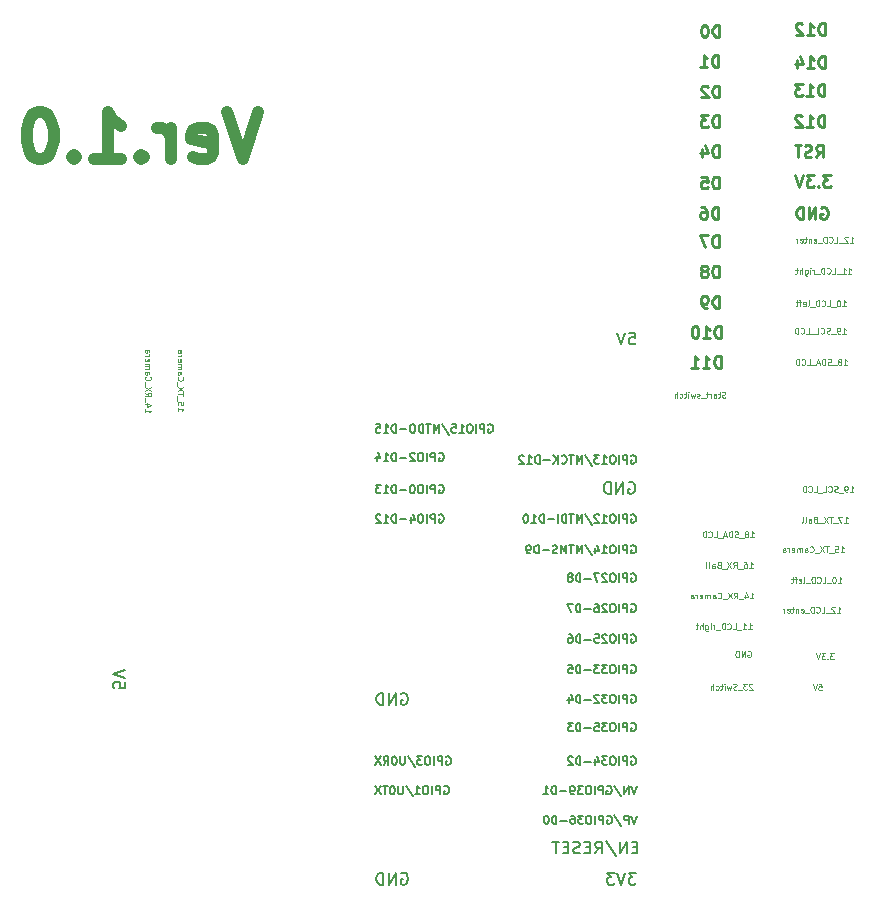
<source format=gbr>
%TF.GenerationSoftware,KiCad,Pcbnew,7.0.9*%
%TF.CreationDate,2025-01-15T18:16:50+09:00*%
%TF.ProjectId,ESP32,45535033-322e-46b6-9963-61645f706362,rev?*%
%TF.SameCoordinates,Original*%
%TF.FileFunction,Legend,Bot*%
%TF.FilePolarity,Positive*%
%FSLAX46Y46*%
G04 Gerber Fmt 4.6, Leading zero omitted, Abs format (unit mm)*
G04 Created by KiCad (PCBNEW 7.0.9) date 2025-01-15 18:16:50*
%MOMM*%
%LPD*%
G01*
G04 APERTURE LIST*
%ADD10C,0.125000*%
%ADD11C,0.250000*%
%ADD12C,1.000000*%
%ADD13C,0.150000*%
G04 APERTURE END LIST*
D10*
X148965411Y-103476709D02*
X149251125Y-103476709D01*
X149108268Y-103476709D02*
X149108268Y-102976709D01*
X149108268Y-102976709D02*
X149155887Y-103048138D01*
X149155887Y-103048138D02*
X149203506Y-103095757D01*
X149203506Y-103095757D02*
X149251125Y-103119566D01*
X148513031Y-102976709D02*
X148751126Y-102976709D01*
X148751126Y-102976709D02*
X148774935Y-103214804D01*
X148774935Y-103214804D02*
X148751126Y-103190995D01*
X148751126Y-103190995D02*
X148703507Y-103167185D01*
X148703507Y-103167185D02*
X148584459Y-103167185D01*
X148584459Y-103167185D02*
X148536840Y-103190995D01*
X148536840Y-103190995D02*
X148513031Y-103214804D01*
X148513031Y-103214804D02*
X148489221Y-103262423D01*
X148489221Y-103262423D02*
X148489221Y-103381471D01*
X148489221Y-103381471D02*
X148513031Y-103429090D01*
X148513031Y-103429090D02*
X148536840Y-103452900D01*
X148536840Y-103452900D02*
X148584459Y-103476709D01*
X148584459Y-103476709D02*
X148703507Y-103476709D01*
X148703507Y-103476709D02*
X148751126Y-103452900D01*
X148751126Y-103452900D02*
X148774935Y-103429090D01*
X148393984Y-103524328D02*
X148013031Y-103524328D01*
X147965412Y-102976709D02*
X147679698Y-102976709D01*
X147822555Y-103476709D02*
X147822555Y-102976709D01*
X147560651Y-102976709D02*
X147227318Y-103476709D01*
X147227318Y-102976709D02*
X147560651Y-103476709D01*
X147155890Y-103524328D02*
X146774937Y-103524328D01*
X146370176Y-103429090D02*
X146393985Y-103452900D01*
X146393985Y-103452900D02*
X146465414Y-103476709D01*
X146465414Y-103476709D02*
X146513033Y-103476709D01*
X146513033Y-103476709D02*
X146584461Y-103452900D01*
X146584461Y-103452900D02*
X146632080Y-103405280D01*
X146632080Y-103405280D02*
X146655890Y-103357661D01*
X146655890Y-103357661D02*
X146679699Y-103262423D01*
X146679699Y-103262423D02*
X146679699Y-103190995D01*
X146679699Y-103190995D02*
X146655890Y-103095757D01*
X146655890Y-103095757D02*
X146632080Y-103048138D01*
X146632080Y-103048138D02*
X146584461Y-103000519D01*
X146584461Y-103000519D02*
X146513033Y-102976709D01*
X146513033Y-102976709D02*
X146465414Y-102976709D01*
X146465414Y-102976709D02*
X146393985Y-103000519D01*
X146393985Y-103000519D02*
X146370176Y-103024328D01*
X145941604Y-103476709D02*
X145941604Y-103214804D01*
X145941604Y-103214804D02*
X145965414Y-103167185D01*
X145965414Y-103167185D02*
X146013033Y-103143376D01*
X146013033Y-103143376D02*
X146108271Y-103143376D01*
X146108271Y-103143376D02*
X146155890Y-103167185D01*
X145941604Y-103452900D02*
X145989223Y-103476709D01*
X145989223Y-103476709D02*
X146108271Y-103476709D01*
X146108271Y-103476709D02*
X146155890Y-103452900D01*
X146155890Y-103452900D02*
X146179699Y-103405280D01*
X146179699Y-103405280D02*
X146179699Y-103357661D01*
X146179699Y-103357661D02*
X146155890Y-103310042D01*
X146155890Y-103310042D02*
X146108271Y-103286233D01*
X146108271Y-103286233D02*
X145989223Y-103286233D01*
X145989223Y-103286233D02*
X145941604Y-103262423D01*
X145703509Y-103476709D02*
X145703509Y-103143376D01*
X145703509Y-103190995D02*
X145679699Y-103167185D01*
X145679699Y-103167185D02*
X145632080Y-103143376D01*
X145632080Y-103143376D02*
X145560652Y-103143376D01*
X145560652Y-103143376D02*
X145513033Y-103167185D01*
X145513033Y-103167185D02*
X145489223Y-103214804D01*
X145489223Y-103214804D02*
X145489223Y-103476709D01*
X145489223Y-103214804D02*
X145465414Y-103167185D01*
X145465414Y-103167185D02*
X145417795Y-103143376D01*
X145417795Y-103143376D02*
X145346366Y-103143376D01*
X145346366Y-103143376D02*
X145298747Y-103167185D01*
X145298747Y-103167185D02*
X145274937Y-103214804D01*
X145274937Y-103214804D02*
X145274937Y-103476709D01*
X144846366Y-103452900D02*
X144893985Y-103476709D01*
X144893985Y-103476709D02*
X144989223Y-103476709D01*
X144989223Y-103476709D02*
X145036842Y-103452900D01*
X145036842Y-103452900D02*
X145060651Y-103405280D01*
X145060651Y-103405280D02*
X145060651Y-103214804D01*
X145060651Y-103214804D02*
X145036842Y-103167185D01*
X145036842Y-103167185D02*
X144989223Y-103143376D01*
X144989223Y-103143376D02*
X144893985Y-103143376D01*
X144893985Y-103143376D02*
X144846366Y-103167185D01*
X144846366Y-103167185D02*
X144822556Y-103214804D01*
X144822556Y-103214804D02*
X144822556Y-103262423D01*
X144822556Y-103262423D02*
X145060651Y-103310042D01*
X144608271Y-103476709D02*
X144608271Y-103143376D01*
X144608271Y-103238614D02*
X144584461Y-103190995D01*
X144584461Y-103190995D02*
X144560652Y-103167185D01*
X144560652Y-103167185D02*
X144513033Y-103143376D01*
X144513033Y-103143376D02*
X144465414Y-103143376D01*
X144084461Y-103476709D02*
X144084461Y-103214804D01*
X144084461Y-103214804D02*
X144108271Y-103167185D01*
X144108271Y-103167185D02*
X144155890Y-103143376D01*
X144155890Y-103143376D02*
X144251128Y-103143376D01*
X144251128Y-103143376D02*
X144298747Y-103167185D01*
X144084461Y-103452900D02*
X144132080Y-103476709D01*
X144132080Y-103476709D02*
X144251128Y-103476709D01*
X144251128Y-103476709D02*
X144298747Y-103452900D01*
X144298747Y-103452900D02*
X144322556Y-103405280D01*
X144322556Y-103405280D02*
X144322556Y-103357661D01*
X144322556Y-103357661D02*
X144298747Y-103310042D01*
X144298747Y-103310042D02*
X144251128Y-103286233D01*
X144251128Y-103286233D02*
X144132080Y-103286233D01*
X144132080Y-103286233D02*
X144084461Y-103262423D01*
D11*
X147654031Y-62475619D02*
X147654031Y-61475619D01*
X147654031Y-61475619D02*
X147415936Y-61475619D01*
X147415936Y-61475619D02*
X147273079Y-61523238D01*
X147273079Y-61523238D02*
X147177841Y-61618476D01*
X147177841Y-61618476D02*
X147130222Y-61713714D01*
X147130222Y-61713714D02*
X147082603Y-61904190D01*
X147082603Y-61904190D02*
X147082603Y-62047047D01*
X147082603Y-62047047D02*
X147130222Y-62237523D01*
X147130222Y-62237523D02*
X147177841Y-62332761D01*
X147177841Y-62332761D02*
X147273079Y-62428000D01*
X147273079Y-62428000D02*
X147415936Y-62475619D01*
X147415936Y-62475619D02*
X147654031Y-62475619D01*
X146130222Y-62475619D02*
X146701650Y-62475619D01*
X146415936Y-62475619D02*
X146415936Y-61475619D01*
X146415936Y-61475619D02*
X146511174Y-61618476D01*
X146511174Y-61618476D02*
X146606412Y-61713714D01*
X146606412Y-61713714D02*
X146701650Y-61761333D01*
X145273079Y-61808952D02*
X145273079Y-62475619D01*
X145511174Y-61428000D02*
X145749269Y-62142285D01*
X145749269Y-62142285D02*
X145130222Y-62142285D01*
X138611631Y-75251819D02*
X138611631Y-74251819D01*
X138611631Y-74251819D02*
X138373536Y-74251819D01*
X138373536Y-74251819D02*
X138230679Y-74299438D01*
X138230679Y-74299438D02*
X138135441Y-74394676D01*
X138135441Y-74394676D02*
X138087822Y-74489914D01*
X138087822Y-74489914D02*
X138040203Y-74680390D01*
X138040203Y-74680390D02*
X138040203Y-74823247D01*
X138040203Y-74823247D02*
X138087822Y-75013723D01*
X138087822Y-75013723D02*
X138135441Y-75108961D01*
X138135441Y-75108961D02*
X138230679Y-75204200D01*
X138230679Y-75204200D02*
X138373536Y-75251819D01*
X138373536Y-75251819D02*
X138611631Y-75251819D01*
X137183060Y-74251819D02*
X137373536Y-74251819D01*
X137373536Y-74251819D02*
X137468774Y-74299438D01*
X137468774Y-74299438D02*
X137516393Y-74347057D01*
X137516393Y-74347057D02*
X137611631Y-74489914D01*
X137611631Y-74489914D02*
X137659250Y-74680390D01*
X137659250Y-74680390D02*
X137659250Y-75061342D01*
X137659250Y-75061342D02*
X137611631Y-75156580D01*
X137611631Y-75156580D02*
X137564012Y-75204200D01*
X137564012Y-75204200D02*
X137468774Y-75251819D01*
X137468774Y-75251819D02*
X137278298Y-75251819D01*
X137278298Y-75251819D02*
X137183060Y-75204200D01*
X137183060Y-75204200D02*
X137135441Y-75156580D01*
X137135441Y-75156580D02*
X137087822Y-75061342D01*
X137087822Y-75061342D02*
X137087822Y-74823247D01*
X137087822Y-74823247D02*
X137135441Y-74728009D01*
X137135441Y-74728009D02*
X137183060Y-74680390D01*
X137183060Y-74680390D02*
X137278298Y-74632771D01*
X137278298Y-74632771D02*
X137468774Y-74632771D01*
X137468774Y-74632771D02*
X137564012Y-74680390D01*
X137564012Y-74680390D02*
X137611631Y-74728009D01*
X137611631Y-74728009D02*
X137659250Y-74823247D01*
D10*
X149574611Y-79891509D02*
X149860325Y-79891509D01*
X149717468Y-79891509D02*
X149717468Y-79391509D01*
X149717468Y-79391509D02*
X149765087Y-79462938D01*
X149765087Y-79462938D02*
X149812706Y-79510557D01*
X149812706Y-79510557D02*
X149860325Y-79534366D01*
X149098421Y-79891509D02*
X149384135Y-79891509D01*
X149241278Y-79891509D02*
X149241278Y-79391509D01*
X149241278Y-79391509D02*
X149288897Y-79462938D01*
X149288897Y-79462938D02*
X149336516Y-79510557D01*
X149336516Y-79510557D02*
X149384135Y-79534366D01*
X149003184Y-79939128D02*
X148622231Y-79939128D01*
X148265089Y-79891509D02*
X148503184Y-79891509D01*
X148503184Y-79891509D02*
X148503184Y-79391509D01*
X147812708Y-79843890D02*
X147836517Y-79867700D01*
X147836517Y-79867700D02*
X147907946Y-79891509D01*
X147907946Y-79891509D02*
X147955565Y-79891509D01*
X147955565Y-79891509D02*
X148026993Y-79867700D01*
X148026993Y-79867700D02*
X148074612Y-79820080D01*
X148074612Y-79820080D02*
X148098422Y-79772461D01*
X148098422Y-79772461D02*
X148122231Y-79677223D01*
X148122231Y-79677223D02*
X148122231Y-79605795D01*
X148122231Y-79605795D02*
X148098422Y-79510557D01*
X148098422Y-79510557D02*
X148074612Y-79462938D01*
X148074612Y-79462938D02*
X148026993Y-79415319D01*
X148026993Y-79415319D02*
X147955565Y-79391509D01*
X147955565Y-79391509D02*
X147907946Y-79391509D01*
X147907946Y-79391509D02*
X147836517Y-79415319D01*
X147836517Y-79415319D02*
X147812708Y-79439128D01*
X147598422Y-79891509D02*
X147598422Y-79391509D01*
X147598422Y-79391509D02*
X147479374Y-79391509D01*
X147479374Y-79391509D02*
X147407946Y-79415319D01*
X147407946Y-79415319D02*
X147360327Y-79462938D01*
X147360327Y-79462938D02*
X147336517Y-79510557D01*
X147336517Y-79510557D02*
X147312708Y-79605795D01*
X147312708Y-79605795D02*
X147312708Y-79677223D01*
X147312708Y-79677223D02*
X147336517Y-79772461D01*
X147336517Y-79772461D02*
X147360327Y-79820080D01*
X147360327Y-79820080D02*
X147407946Y-79867700D01*
X147407946Y-79867700D02*
X147479374Y-79891509D01*
X147479374Y-79891509D02*
X147598422Y-79891509D01*
X147217470Y-79939128D02*
X146836517Y-79939128D01*
X146717470Y-79891509D02*
X146717470Y-79558176D01*
X146717470Y-79653414D02*
X146693660Y-79605795D01*
X146693660Y-79605795D02*
X146669851Y-79581985D01*
X146669851Y-79581985D02*
X146622232Y-79558176D01*
X146622232Y-79558176D02*
X146574613Y-79558176D01*
X146407946Y-79891509D02*
X146407946Y-79558176D01*
X146407946Y-79391509D02*
X146431755Y-79415319D01*
X146431755Y-79415319D02*
X146407946Y-79439128D01*
X146407946Y-79439128D02*
X146384136Y-79415319D01*
X146384136Y-79415319D02*
X146407946Y-79391509D01*
X146407946Y-79391509D02*
X146407946Y-79439128D01*
X145955565Y-79558176D02*
X145955565Y-79962938D01*
X145955565Y-79962938D02*
X145979375Y-80010557D01*
X145979375Y-80010557D02*
X146003184Y-80034366D01*
X146003184Y-80034366D02*
X146050803Y-80058176D01*
X146050803Y-80058176D02*
X146122232Y-80058176D01*
X146122232Y-80058176D02*
X146169851Y-80034366D01*
X145955565Y-79867700D02*
X146003184Y-79891509D01*
X146003184Y-79891509D02*
X146098422Y-79891509D01*
X146098422Y-79891509D02*
X146146041Y-79867700D01*
X146146041Y-79867700D02*
X146169851Y-79843890D01*
X146169851Y-79843890D02*
X146193660Y-79796271D01*
X146193660Y-79796271D02*
X146193660Y-79653414D01*
X146193660Y-79653414D02*
X146169851Y-79605795D01*
X146169851Y-79605795D02*
X146146041Y-79581985D01*
X146146041Y-79581985D02*
X146098422Y-79558176D01*
X146098422Y-79558176D02*
X146003184Y-79558176D01*
X146003184Y-79558176D02*
X145955565Y-79581985D01*
X145717470Y-79891509D02*
X145717470Y-79391509D01*
X145503184Y-79891509D02*
X145503184Y-79629604D01*
X145503184Y-79629604D02*
X145526994Y-79581985D01*
X145526994Y-79581985D02*
X145574613Y-79558176D01*
X145574613Y-79558176D02*
X145646041Y-79558176D01*
X145646041Y-79558176D02*
X145693660Y-79581985D01*
X145693660Y-79581985D02*
X145717470Y-79605795D01*
X145336517Y-79558176D02*
X145146041Y-79558176D01*
X145265089Y-79391509D02*
X145265089Y-79820080D01*
X145265089Y-79820080D02*
X145241279Y-79867700D01*
X145241279Y-79867700D02*
X145193660Y-79891509D01*
X145193660Y-79891509D02*
X145146041Y-79891509D01*
X149285411Y-100956709D02*
X149571125Y-100956709D01*
X149428268Y-100956709D02*
X149428268Y-100456709D01*
X149428268Y-100456709D02*
X149475887Y-100528138D01*
X149475887Y-100528138D02*
X149523506Y-100575757D01*
X149523506Y-100575757D02*
X149571125Y-100599566D01*
X149118745Y-100456709D02*
X148785412Y-100456709D01*
X148785412Y-100456709D02*
X148999697Y-100956709D01*
X148713984Y-101004328D02*
X148333031Y-101004328D01*
X148285412Y-100456709D02*
X147999698Y-100456709D01*
X148142555Y-100956709D02*
X148142555Y-100456709D01*
X147880651Y-100456709D02*
X147547318Y-100956709D01*
X147547318Y-100456709D02*
X147880651Y-100956709D01*
X147475890Y-101004328D02*
X147094937Y-101004328D01*
X146809223Y-100694804D02*
X146737795Y-100718614D01*
X146737795Y-100718614D02*
X146713985Y-100742423D01*
X146713985Y-100742423D02*
X146690176Y-100790042D01*
X146690176Y-100790042D02*
X146690176Y-100861471D01*
X146690176Y-100861471D02*
X146713985Y-100909090D01*
X146713985Y-100909090D02*
X146737795Y-100932900D01*
X146737795Y-100932900D02*
X146785414Y-100956709D01*
X146785414Y-100956709D02*
X146975890Y-100956709D01*
X146975890Y-100956709D02*
X146975890Y-100456709D01*
X146975890Y-100456709D02*
X146809223Y-100456709D01*
X146809223Y-100456709D02*
X146761604Y-100480519D01*
X146761604Y-100480519D02*
X146737795Y-100504328D01*
X146737795Y-100504328D02*
X146713985Y-100551947D01*
X146713985Y-100551947D02*
X146713985Y-100599566D01*
X146713985Y-100599566D02*
X146737795Y-100647185D01*
X146737795Y-100647185D02*
X146761604Y-100670995D01*
X146761604Y-100670995D02*
X146809223Y-100694804D01*
X146809223Y-100694804D02*
X146975890Y-100694804D01*
X146261604Y-100956709D02*
X146261604Y-100694804D01*
X146261604Y-100694804D02*
X146285414Y-100647185D01*
X146285414Y-100647185D02*
X146333033Y-100623376D01*
X146333033Y-100623376D02*
X146428271Y-100623376D01*
X146428271Y-100623376D02*
X146475890Y-100647185D01*
X146261604Y-100932900D02*
X146309223Y-100956709D01*
X146309223Y-100956709D02*
X146428271Y-100956709D01*
X146428271Y-100956709D02*
X146475890Y-100932900D01*
X146475890Y-100932900D02*
X146499699Y-100885280D01*
X146499699Y-100885280D02*
X146499699Y-100837661D01*
X146499699Y-100837661D02*
X146475890Y-100790042D01*
X146475890Y-100790042D02*
X146428271Y-100766233D01*
X146428271Y-100766233D02*
X146309223Y-100766233D01*
X146309223Y-100766233D02*
X146261604Y-100742423D01*
X145952080Y-100956709D02*
X145999699Y-100932900D01*
X145999699Y-100932900D02*
X146023509Y-100885280D01*
X146023509Y-100885280D02*
X146023509Y-100456709D01*
X145690175Y-100956709D02*
X145737794Y-100932900D01*
X145737794Y-100932900D02*
X145761604Y-100885280D01*
X145761604Y-100885280D02*
X145761604Y-100456709D01*
D11*
X147603231Y-67454019D02*
X147603231Y-66454019D01*
X147603231Y-66454019D02*
X147365136Y-66454019D01*
X147365136Y-66454019D02*
X147222279Y-66501638D01*
X147222279Y-66501638D02*
X147127041Y-66596876D01*
X147127041Y-66596876D02*
X147079422Y-66692114D01*
X147079422Y-66692114D02*
X147031803Y-66882590D01*
X147031803Y-66882590D02*
X147031803Y-67025447D01*
X147031803Y-67025447D02*
X147079422Y-67215923D01*
X147079422Y-67215923D02*
X147127041Y-67311161D01*
X147127041Y-67311161D02*
X147222279Y-67406400D01*
X147222279Y-67406400D02*
X147365136Y-67454019D01*
X147365136Y-67454019D02*
X147603231Y-67454019D01*
X146079422Y-67454019D02*
X146650850Y-67454019D01*
X146365136Y-67454019D02*
X146365136Y-66454019D01*
X146365136Y-66454019D02*
X146460374Y-66596876D01*
X146460374Y-66596876D02*
X146555612Y-66692114D01*
X146555612Y-66692114D02*
X146650850Y-66739733D01*
X145698469Y-66549257D02*
X145650850Y-66501638D01*
X145650850Y-66501638D02*
X145555612Y-66454019D01*
X145555612Y-66454019D02*
X145317517Y-66454019D01*
X145317517Y-66454019D02*
X145222279Y-66501638D01*
X145222279Y-66501638D02*
X145174660Y-66549257D01*
X145174660Y-66549257D02*
X145127041Y-66644495D01*
X145127041Y-66644495D02*
X145127041Y-66739733D01*
X145127041Y-66739733D02*
X145174660Y-66882590D01*
X145174660Y-66882590D02*
X145746088Y-67454019D01*
X145746088Y-67454019D02*
X145127041Y-67454019D01*
X147603231Y-64837819D02*
X147603231Y-63837819D01*
X147603231Y-63837819D02*
X147365136Y-63837819D01*
X147365136Y-63837819D02*
X147222279Y-63885438D01*
X147222279Y-63885438D02*
X147127041Y-63980676D01*
X147127041Y-63980676D02*
X147079422Y-64075914D01*
X147079422Y-64075914D02*
X147031803Y-64266390D01*
X147031803Y-64266390D02*
X147031803Y-64409247D01*
X147031803Y-64409247D02*
X147079422Y-64599723D01*
X147079422Y-64599723D02*
X147127041Y-64694961D01*
X147127041Y-64694961D02*
X147222279Y-64790200D01*
X147222279Y-64790200D02*
X147365136Y-64837819D01*
X147365136Y-64837819D02*
X147603231Y-64837819D01*
X146079422Y-64837819D02*
X146650850Y-64837819D01*
X146365136Y-64837819D02*
X146365136Y-63837819D01*
X146365136Y-63837819D02*
X146460374Y-63980676D01*
X146460374Y-63980676D02*
X146555612Y-64075914D01*
X146555612Y-64075914D02*
X146650850Y-64123533D01*
X145746088Y-63837819D02*
X145127041Y-63837819D01*
X145127041Y-63837819D02*
X145460374Y-64218771D01*
X145460374Y-64218771D02*
X145317517Y-64218771D01*
X145317517Y-64218771D02*
X145222279Y-64266390D01*
X145222279Y-64266390D02*
X145174660Y-64314009D01*
X145174660Y-64314009D02*
X145127041Y-64409247D01*
X145127041Y-64409247D02*
X145127041Y-64647342D01*
X145127041Y-64647342D02*
X145174660Y-64742580D01*
X145174660Y-64742580D02*
X145222279Y-64790200D01*
X145222279Y-64790200D02*
X145317517Y-64837819D01*
X145317517Y-64837819D02*
X145603231Y-64837819D01*
X145603231Y-64837819D02*
X145698469Y-64790200D01*
X145698469Y-64790200D02*
X145746088Y-64742580D01*
D12*
X99679999Y-66208476D02*
X98346666Y-70208476D01*
X98346666Y-70208476D02*
X97013332Y-66208476D01*
X94156190Y-70018000D02*
X94537142Y-70208476D01*
X94537142Y-70208476D02*
X95299047Y-70208476D01*
X95299047Y-70208476D02*
X95680000Y-70018000D01*
X95680000Y-70018000D02*
X95870476Y-69637047D01*
X95870476Y-69637047D02*
X95870476Y-68113238D01*
X95870476Y-68113238D02*
X95680000Y-67732285D01*
X95680000Y-67732285D02*
X95299047Y-67541809D01*
X95299047Y-67541809D02*
X94537142Y-67541809D01*
X94537142Y-67541809D02*
X94156190Y-67732285D01*
X94156190Y-67732285D02*
X93965714Y-68113238D01*
X93965714Y-68113238D02*
X93965714Y-68494190D01*
X93965714Y-68494190D02*
X95870476Y-68875142D01*
X92251429Y-70208476D02*
X92251429Y-67541809D01*
X92251429Y-68303714D02*
X92060952Y-67922761D01*
X92060952Y-67922761D02*
X91870476Y-67732285D01*
X91870476Y-67732285D02*
X91489524Y-67541809D01*
X91489524Y-67541809D02*
X91108571Y-67541809D01*
X89775239Y-69827523D02*
X89584762Y-70018000D01*
X89584762Y-70018000D02*
X89775239Y-70208476D01*
X89775239Y-70208476D02*
X89965715Y-70018000D01*
X89965715Y-70018000D02*
X89775239Y-69827523D01*
X89775239Y-69827523D02*
X89775239Y-70208476D01*
X85775238Y-70208476D02*
X88060953Y-70208476D01*
X86918096Y-70208476D02*
X86918096Y-66208476D01*
X86918096Y-66208476D02*
X87299048Y-66779904D01*
X87299048Y-66779904D02*
X87680000Y-67160857D01*
X87680000Y-67160857D02*
X88060953Y-67351333D01*
X84060953Y-69827523D02*
X83870476Y-70018000D01*
X83870476Y-70018000D02*
X84060953Y-70208476D01*
X84060953Y-70208476D02*
X84251429Y-70018000D01*
X84251429Y-70018000D02*
X84060953Y-69827523D01*
X84060953Y-69827523D02*
X84060953Y-70208476D01*
X81394286Y-66208476D02*
X81013333Y-66208476D01*
X81013333Y-66208476D02*
X80632381Y-66398952D01*
X80632381Y-66398952D02*
X80441905Y-66589428D01*
X80441905Y-66589428D02*
X80251429Y-66970380D01*
X80251429Y-66970380D02*
X80060952Y-67732285D01*
X80060952Y-67732285D02*
X80060952Y-68684666D01*
X80060952Y-68684666D02*
X80251429Y-69446571D01*
X80251429Y-69446571D02*
X80441905Y-69827523D01*
X80441905Y-69827523D02*
X80632381Y-70018000D01*
X80632381Y-70018000D02*
X81013333Y-70208476D01*
X81013333Y-70208476D02*
X81394286Y-70208476D01*
X81394286Y-70208476D02*
X81775238Y-70018000D01*
X81775238Y-70018000D02*
X81965714Y-69827523D01*
X81965714Y-69827523D02*
X82156191Y-69446571D01*
X82156191Y-69446571D02*
X82346667Y-68684666D01*
X82346667Y-68684666D02*
X82346667Y-67732285D01*
X82346667Y-67732285D02*
X82156191Y-66970380D01*
X82156191Y-66970380D02*
X81965714Y-66589428D01*
X81965714Y-66589428D02*
X81775238Y-66398952D01*
X81775238Y-66398952D02*
X81394286Y-66208476D01*
D10*
X141145411Y-109996709D02*
X141431125Y-109996709D01*
X141288268Y-109996709D02*
X141288268Y-109496709D01*
X141288268Y-109496709D02*
X141335887Y-109568138D01*
X141335887Y-109568138D02*
X141383506Y-109615757D01*
X141383506Y-109615757D02*
X141431125Y-109639566D01*
X140669221Y-109996709D02*
X140954935Y-109996709D01*
X140812078Y-109996709D02*
X140812078Y-109496709D01*
X140812078Y-109496709D02*
X140859697Y-109568138D01*
X140859697Y-109568138D02*
X140907316Y-109615757D01*
X140907316Y-109615757D02*
X140954935Y-109639566D01*
X140573984Y-110044328D02*
X140193031Y-110044328D01*
X139835889Y-109996709D02*
X140073984Y-109996709D01*
X140073984Y-109996709D02*
X140073984Y-109496709D01*
X139383508Y-109949090D02*
X139407317Y-109972900D01*
X139407317Y-109972900D02*
X139478746Y-109996709D01*
X139478746Y-109996709D02*
X139526365Y-109996709D01*
X139526365Y-109996709D02*
X139597793Y-109972900D01*
X139597793Y-109972900D02*
X139645412Y-109925280D01*
X139645412Y-109925280D02*
X139669222Y-109877661D01*
X139669222Y-109877661D02*
X139693031Y-109782423D01*
X139693031Y-109782423D02*
X139693031Y-109710995D01*
X139693031Y-109710995D02*
X139669222Y-109615757D01*
X139669222Y-109615757D02*
X139645412Y-109568138D01*
X139645412Y-109568138D02*
X139597793Y-109520519D01*
X139597793Y-109520519D02*
X139526365Y-109496709D01*
X139526365Y-109496709D02*
X139478746Y-109496709D01*
X139478746Y-109496709D02*
X139407317Y-109520519D01*
X139407317Y-109520519D02*
X139383508Y-109544328D01*
X139169222Y-109996709D02*
X139169222Y-109496709D01*
X139169222Y-109496709D02*
X139050174Y-109496709D01*
X139050174Y-109496709D02*
X138978746Y-109520519D01*
X138978746Y-109520519D02*
X138931127Y-109568138D01*
X138931127Y-109568138D02*
X138907317Y-109615757D01*
X138907317Y-109615757D02*
X138883508Y-109710995D01*
X138883508Y-109710995D02*
X138883508Y-109782423D01*
X138883508Y-109782423D02*
X138907317Y-109877661D01*
X138907317Y-109877661D02*
X138931127Y-109925280D01*
X138931127Y-109925280D02*
X138978746Y-109972900D01*
X138978746Y-109972900D02*
X139050174Y-109996709D01*
X139050174Y-109996709D02*
X139169222Y-109996709D01*
X138788270Y-110044328D02*
X138407317Y-110044328D01*
X138288270Y-109996709D02*
X138288270Y-109663376D01*
X138288270Y-109758614D02*
X138264460Y-109710995D01*
X138264460Y-109710995D02*
X138240651Y-109687185D01*
X138240651Y-109687185D02*
X138193032Y-109663376D01*
X138193032Y-109663376D02*
X138145413Y-109663376D01*
X137978746Y-109996709D02*
X137978746Y-109663376D01*
X137978746Y-109496709D02*
X138002555Y-109520519D01*
X138002555Y-109520519D02*
X137978746Y-109544328D01*
X137978746Y-109544328D02*
X137954936Y-109520519D01*
X137954936Y-109520519D02*
X137978746Y-109496709D01*
X137978746Y-109496709D02*
X137978746Y-109544328D01*
X137526365Y-109663376D02*
X137526365Y-110068138D01*
X137526365Y-110068138D02*
X137550175Y-110115757D01*
X137550175Y-110115757D02*
X137573984Y-110139566D01*
X137573984Y-110139566D02*
X137621603Y-110163376D01*
X137621603Y-110163376D02*
X137693032Y-110163376D01*
X137693032Y-110163376D02*
X137740651Y-110139566D01*
X137526365Y-109972900D02*
X137573984Y-109996709D01*
X137573984Y-109996709D02*
X137669222Y-109996709D01*
X137669222Y-109996709D02*
X137716841Y-109972900D01*
X137716841Y-109972900D02*
X137740651Y-109949090D01*
X137740651Y-109949090D02*
X137764460Y-109901471D01*
X137764460Y-109901471D02*
X137764460Y-109758614D01*
X137764460Y-109758614D02*
X137740651Y-109710995D01*
X137740651Y-109710995D02*
X137716841Y-109687185D01*
X137716841Y-109687185D02*
X137669222Y-109663376D01*
X137669222Y-109663376D02*
X137573984Y-109663376D01*
X137573984Y-109663376D02*
X137526365Y-109687185D01*
X137288270Y-109996709D02*
X137288270Y-109496709D01*
X137073984Y-109996709D02*
X137073984Y-109734804D01*
X137073984Y-109734804D02*
X137097794Y-109687185D01*
X137097794Y-109687185D02*
X137145413Y-109663376D01*
X137145413Y-109663376D02*
X137216841Y-109663376D01*
X137216841Y-109663376D02*
X137264460Y-109687185D01*
X137264460Y-109687185D02*
X137288270Y-109710995D01*
X136907317Y-109663376D02*
X136716841Y-109663376D01*
X136835889Y-109496709D02*
X136835889Y-109925280D01*
X136835889Y-109925280D02*
X136812079Y-109972900D01*
X136812079Y-109972900D02*
X136764460Y-109996709D01*
X136764460Y-109996709D02*
X136716841Y-109996709D01*
X92828490Y-91230811D02*
X92828490Y-91516525D01*
X92828490Y-91373668D02*
X93328490Y-91373668D01*
X93328490Y-91373668D02*
X93257061Y-91421287D01*
X93257061Y-91421287D02*
X93209442Y-91468906D01*
X93209442Y-91468906D02*
X93185633Y-91516525D01*
X93328490Y-90778431D02*
X93328490Y-91016526D01*
X93328490Y-91016526D02*
X93090395Y-91040335D01*
X93090395Y-91040335D02*
X93114204Y-91016526D01*
X93114204Y-91016526D02*
X93138014Y-90968907D01*
X93138014Y-90968907D02*
X93138014Y-90849859D01*
X93138014Y-90849859D02*
X93114204Y-90802240D01*
X93114204Y-90802240D02*
X93090395Y-90778431D01*
X93090395Y-90778431D02*
X93042776Y-90754621D01*
X93042776Y-90754621D02*
X92923728Y-90754621D01*
X92923728Y-90754621D02*
X92876109Y-90778431D01*
X92876109Y-90778431D02*
X92852300Y-90802240D01*
X92852300Y-90802240D02*
X92828490Y-90849859D01*
X92828490Y-90849859D02*
X92828490Y-90968907D01*
X92828490Y-90968907D02*
X92852300Y-91016526D01*
X92852300Y-91016526D02*
X92876109Y-91040335D01*
X92780871Y-90659384D02*
X92780871Y-90278431D01*
X93328490Y-90230812D02*
X93328490Y-89945098D01*
X92828490Y-90087955D02*
X93328490Y-90087955D01*
X93328490Y-89826051D02*
X92828490Y-89492718D01*
X93328490Y-89492718D02*
X92828490Y-89826051D01*
X92780871Y-89421290D02*
X92780871Y-89040337D01*
X92876109Y-88635576D02*
X92852300Y-88659385D01*
X92852300Y-88659385D02*
X92828490Y-88730814D01*
X92828490Y-88730814D02*
X92828490Y-88778433D01*
X92828490Y-88778433D02*
X92852300Y-88849861D01*
X92852300Y-88849861D02*
X92899919Y-88897480D01*
X92899919Y-88897480D02*
X92947538Y-88921290D01*
X92947538Y-88921290D02*
X93042776Y-88945099D01*
X93042776Y-88945099D02*
X93114204Y-88945099D01*
X93114204Y-88945099D02*
X93209442Y-88921290D01*
X93209442Y-88921290D02*
X93257061Y-88897480D01*
X93257061Y-88897480D02*
X93304680Y-88849861D01*
X93304680Y-88849861D02*
X93328490Y-88778433D01*
X93328490Y-88778433D02*
X93328490Y-88730814D01*
X93328490Y-88730814D02*
X93304680Y-88659385D01*
X93304680Y-88659385D02*
X93280871Y-88635576D01*
X92828490Y-88207004D02*
X93090395Y-88207004D01*
X93090395Y-88207004D02*
X93138014Y-88230814D01*
X93138014Y-88230814D02*
X93161823Y-88278433D01*
X93161823Y-88278433D02*
X93161823Y-88373671D01*
X93161823Y-88373671D02*
X93138014Y-88421290D01*
X92852300Y-88207004D02*
X92828490Y-88254623D01*
X92828490Y-88254623D02*
X92828490Y-88373671D01*
X92828490Y-88373671D02*
X92852300Y-88421290D01*
X92852300Y-88421290D02*
X92899919Y-88445099D01*
X92899919Y-88445099D02*
X92947538Y-88445099D01*
X92947538Y-88445099D02*
X92995157Y-88421290D01*
X92995157Y-88421290D02*
X93018966Y-88373671D01*
X93018966Y-88373671D02*
X93018966Y-88254623D01*
X93018966Y-88254623D02*
X93042776Y-88207004D01*
X92828490Y-87968909D02*
X93161823Y-87968909D01*
X93114204Y-87968909D02*
X93138014Y-87945099D01*
X93138014Y-87945099D02*
X93161823Y-87897480D01*
X93161823Y-87897480D02*
X93161823Y-87826052D01*
X93161823Y-87826052D02*
X93138014Y-87778433D01*
X93138014Y-87778433D02*
X93090395Y-87754623D01*
X93090395Y-87754623D02*
X92828490Y-87754623D01*
X93090395Y-87754623D02*
X93138014Y-87730814D01*
X93138014Y-87730814D02*
X93161823Y-87683195D01*
X93161823Y-87683195D02*
X93161823Y-87611766D01*
X93161823Y-87611766D02*
X93138014Y-87564147D01*
X93138014Y-87564147D02*
X93090395Y-87540337D01*
X93090395Y-87540337D02*
X92828490Y-87540337D01*
X92852300Y-87111766D02*
X92828490Y-87159385D01*
X92828490Y-87159385D02*
X92828490Y-87254623D01*
X92828490Y-87254623D02*
X92852300Y-87302242D01*
X92852300Y-87302242D02*
X92899919Y-87326051D01*
X92899919Y-87326051D02*
X93090395Y-87326051D01*
X93090395Y-87326051D02*
X93138014Y-87302242D01*
X93138014Y-87302242D02*
X93161823Y-87254623D01*
X93161823Y-87254623D02*
X93161823Y-87159385D01*
X93161823Y-87159385D02*
X93138014Y-87111766D01*
X93138014Y-87111766D02*
X93090395Y-87087956D01*
X93090395Y-87087956D02*
X93042776Y-87087956D01*
X93042776Y-87087956D02*
X92995157Y-87326051D01*
X92828490Y-86873671D02*
X93161823Y-86873671D01*
X93066585Y-86873671D02*
X93114204Y-86849861D01*
X93114204Y-86849861D02*
X93138014Y-86826052D01*
X93138014Y-86826052D02*
X93161823Y-86778433D01*
X93161823Y-86778433D02*
X93161823Y-86730814D01*
X92828490Y-86349861D02*
X93090395Y-86349861D01*
X93090395Y-86349861D02*
X93138014Y-86373671D01*
X93138014Y-86373671D02*
X93161823Y-86421290D01*
X93161823Y-86421290D02*
X93161823Y-86516528D01*
X93161823Y-86516528D02*
X93138014Y-86564147D01*
X92852300Y-86349861D02*
X92828490Y-86397480D01*
X92828490Y-86397480D02*
X92828490Y-86516528D01*
X92828490Y-86516528D02*
X92852300Y-86564147D01*
X92852300Y-86564147D02*
X92899919Y-86587956D01*
X92899919Y-86587956D02*
X92947538Y-86587956D01*
X92947538Y-86587956D02*
X92995157Y-86564147D01*
X92995157Y-86564147D02*
X93018966Y-86516528D01*
X93018966Y-86516528D02*
X93018966Y-86397480D01*
X93018966Y-86397480D02*
X93042776Y-86349861D01*
X139217725Y-90357900D02*
X139146297Y-90381709D01*
X139146297Y-90381709D02*
X139027249Y-90381709D01*
X139027249Y-90381709D02*
X138979630Y-90357900D01*
X138979630Y-90357900D02*
X138955821Y-90334090D01*
X138955821Y-90334090D02*
X138932011Y-90286471D01*
X138932011Y-90286471D02*
X138932011Y-90238852D01*
X138932011Y-90238852D02*
X138955821Y-90191233D01*
X138955821Y-90191233D02*
X138979630Y-90167423D01*
X138979630Y-90167423D02*
X139027249Y-90143614D01*
X139027249Y-90143614D02*
X139122487Y-90119804D01*
X139122487Y-90119804D02*
X139170106Y-90095995D01*
X139170106Y-90095995D02*
X139193916Y-90072185D01*
X139193916Y-90072185D02*
X139217725Y-90024566D01*
X139217725Y-90024566D02*
X139217725Y-89976947D01*
X139217725Y-89976947D02*
X139193916Y-89929328D01*
X139193916Y-89929328D02*
X139170106Y-89905519D01*
X139170106Y-89905519D02*
X139122487Y-89881709D01*
X139122487Y-89881709D02*
X139003440Y-89881709D01*
X139003440Y-89881709D02*
X138932011Y-89905519D01*
X138789154Y-90048376D02*
X138598678Y-90048376D01*
X138717726Y-89881709D02*
X138717726Y-90310280D01*
X138717726Y-90310280D02*
X138693916Y-90357900D01*
X138693916Y-90357900D02*
X138646297Y-90381709D01*
X138646297Y-90381709D02*
X138598678Y-90381709D01*
X138217726Y-90381709D02*
X138217726Y-90119804D01*
X138217726Y-90119804D02*
X138241536Y-90072185D01*
X138241536Y-90072185D02*
X138289155Y-90048376D01*
X138289155Y-90048376D02*
X138384393Y-90048376D01*
X138384393Y-90048376D02*
X138432012Y-90072185D01*
X138217726Y-90357900D02*
X138265345Y-90381709D01*
X138265345Y-90381709D02*
X138384393Y-90381709D01*
X138384393Y-90381709D02*
X138432012Y-90357900D01*
X138432012Y-90357900D02*
X138455821Y-90310280D01*
X138455821Y-90310280D02*
X138455821Y-90262661D01*
X138455821Y-90262661D02*
X138432012Y-90215042D01*
X138432012Y-90215042D02*
X138384393Y-90191233D01*
X138384393Y-90191233D02*
X138265345Y-90191233D01*
X138265345Y-90191233D02*
X138217726Y-90167423D01*
X137979631Y-90381709D02*
X137979631Y-90048376D01*
X137979631Y-90143614D02*
X137955821Y-90095995D01*
X137955821Y-90095995D02*
X137932012Y-90072185D01*
X137932012Y-90072185D02*
X137884393Y-90048376D01*
X137884393Y-90048376D02*
X137836774Y-90048376D01*
X137741535Y-90048376D02*
X137551059Y-90048376D01*
X137670107Y-89881709D02*
X137670107Y-90310280D01*
X137670107Y-90310280D02*
X137646297Y-90357900D01*
X137646297Y-90357900D02*
X137598678Y-90381709D01*
X137598678Y-90381709D02*
X137551059Y-90381709D01*
X137503441Y-90429328D02*
X137122488Y-90429328D01*
X137027250Y-90357900D02*
X136979631Y-90381709D01*
X136979631Y-90381709D02*
X136884393Y-90381709D01*
X136884393Y-90381709D02*
X136836774Y-90357900D01*
X136836774Y-90357900D02*
X136812965Y-90310280D01*
X136812965Y-90310280D02*
X136812965Y-90286471D01*
X136812965Y-90286471D02*
X136836774Y-90238852D01*
X136836774Y-90238852D02*
X136884393Y-90215042D01*
X136884393Y-90215042D02*
X136955822Y-90215042D01*
X136955822Y-90215042D02*
X137003441Y-90191233D01*
X137003441Y-90191233D02*
X137027250Y-90143614D01*
X137027250Y-90143614D02*
X137027250Y-90119804D01*
X137027250Y-90119804D02*
X137003441Y-90072185D01*
X137003441Y-90072185D02*
X136955822Y-90048376D01*
X136955822Y-90048376D02*
X136884393Y-90048376D01*
X136884393Y-90048376D02*
X136836774Y-90072185D01*
X136646298Y-90048376D02*
X136551060Y-90381709D01*
X136551060Y-90381709D02*
X136455822Y-90143614D01*
X136455822Y-90143614D02*
X136360584Y-90381709D01*
X136360584Y-90381709D02*
X136265346Y-90048376D01*
X136074869Y-90381709D02*
X136074869Y-90048376D01*
X136074869Y-89881709D02*
X136098678Y-89905519D01*
X136098678Y-89905519D02*
X136074869Y-89929328D01*
X136074869Y-89929328D02*
X136051059Y-89905519D01*
X136051059Y-89905519D02*
X136074869Y-89881709D01*
X136074869Y-89881709D02*
X136074869Y-89929328D01*
X135908202Y-90048376D02*
X135717726Y-90048376D01*
X135836774Y-89881709D02*
X135836774Y-90310280D01*
X135836774Y-90310280D02*
X135812964Y-90357900D01*
X135812964Y-90357900D02*
X135765345Y-90381709D01*
X135765345Y-90381709D02*
X135717726Y-90381709D01*
X135336774Y-90357900D02*
X135384393Y-90381709D01*
X135384393Y-90381709D02*
X135479631Y-90381709D01*
X135479631Y-90381709D02*
X135527250Y-90357900D01*
X135527250Y-90357900D02*
X135551060Y-90334090D01*
X135551060Y-90334090D02*
X135574869Y-90286471D01*
X135574869Y-90286471D02*
X135574869Y-90143614D01*
X135574869Y-90143614D02*
X135551060Y-90095995D01*
X135551060Y-90095995D02*
X135527250Y-90072185D01*
X135527250Y-90072185D02*
X135479631Y-90048376D01*
X135479631Y-90048376D02*
X135384393Y-90048376D01*
X135384393Y-90048376D02*
X135336774Y-90072185D01*
X135122489Y-90381709D02*
X135122489Y-89881709D01*
X134908203Y-90381709D02*
X134908203Y-90119804D01*
X134908203Y-90119804D02*
X134932013Y-90072185D01*
X134932013Y-90072185D02*
X134979632Y-90048376D01*
X134979632Y-90048376D02*
X135051060Y-90048376D01*
X135051060Y-90048376D02*
X135098679Y-90072185D01*
X135098679Y-90072185D02*
X135122489Y-90095995D01*
X141245411Y-104806709D02*
X141531125Y-104806709D01*
X141388268Y-104806709D02*
X141388268Y-104306709D01*
X141388268Y-104306709D02*
X141435887Y-104378138D01*
X141435887Y-104378138D02*
X141483506Y-104425757D01*
X141483506Y-104425757D02*
X141531125Y-104449566D01*
X140816840Y-104306709D02*
X140912078Y-104306709D01*
X140912078Y-104306709D02*
X140959697Y-104330519D01*
X140959697Y-104330519D02*
X140983507Y-104354328D01*
X140983507Y-104354328D02*
X141031126Y-104425757D01*
X141031126Y-104425757D02*
X141054935Y-104520995D01*
X141054935Y-104520995D02*
X141054935Y-104711471D01*
X141054935Y-104711471D02*
X141031126Y-104759090D01*
X141031126Y-104759090D02*
X141007316Y-104782900D01*
X141007316Y-104782900D02*
X140959697Y-104806709D01*
X140959697Y-104806709D02*
X140864459Y-104806709D01*
X140864459Y-104806709D02*
X140816840Y-104782900D01*
X140816840Y-104782900D02*
X140793031Y-104759090D01*
X140793031Y-104759090D02*
X140769221Y-104711471D01*
X140769221Y-104711471D02*
X140769221Y-104592423D01*
X140769221Y-104592423D02*
X140793031Y-104544804D01*
X140793031Y-104544804D02*
X140816840Y-104520995D01*
X140816840Y-104520995D02*
X140864459Y-104497185D01*
X140864459Y-104497185D02*
X140959697Y-104497185D01*
X140959697Y-104497185D02*
X141007316Y-104520995D01*
X141007316Y-104520995D02*
X141031126Y-104544804D01*
X141031126Y-104544804D02*
X141054935Y-104592423D01*
X140673984Y-104854328D02*
X140293031Y-104854328D01*
X139888270Y-104806709D02*
X140054936Y-104568614D01*
X140173984Y-104806709D02*
X140173984Y-104306709D01*
X140173984Y-104306709D02*
X139983508Y-104306709D01*
X139983508Y-104306709D02*
X139935889Y-104330519D01*
X139935889Y-104330519D02*
X139912079Y-104354328D01*
X139912079Y-104354328D02*
X139888270Y-104401947D01*
X139888270Y-104401947D02*
X139888270Y-104473376D01*
X139888270Y-104473376D02*
X139912079Y-104520995D01*
X139912079Y-104520995D02*
X139935889Y-104544804D01*
X139935889Y-104544804D02*
X139983508Y-104568614D01*
X139983508Y-104568614D02*
X140173984Y-104568614D01*
X139721603Y-104306709D02*
X139388270Y-104806709D01*
X139388270Y-104306709D02*
X139721603Y-104806709D01*
X139316842Y-104854328D02*
X138935889Y-104854328D01*
X138650175Y-104544804D02*
X138578747Y-104568614D01*
X138578747Y-104568614D02*
X138554937Y-104592423D01*
X138554937Y-104592423D02*
X138531128Y-104640042D01*
X138531128Y-104640042D02*
X138531128Y-104711471D01*
X138531128Y-104711471D02*
X138554937Y-104759090D01*
X138554937Y-104759090D02*
X138578747Y-104782900D01*
X138578747Y-104782900D02*
X138626366Y-104806709D01*
X138626366Y-104806709D02*
X138816842Y-104806709D01*
X138816842Y-104806709D02*
X138816842Y-104306709D01*
X138816842Y-104306709D02*
X138650175Y-104306709D01*
X138650175Y-104306709D02*
X138602556Y-104330519D01*
X138602556Y-104330519D02*
X138578747Y-104354328D01*
X138578747Y-104354328D02*
X138554937Y-104401947D01*
X138554937Y-104401947D02*
X138554937Y-104449566D01*
X138554937Y-104449566D02*
X138578747Y-104497185D01*
X138578747Y-104497185D02*
X138602556Y-104520995D01*
X138602556Y-104520995D02*
X138650175Y-104544804D01*
X138650175Y-104544804D02*
X138816842Y-104544804D01*
X138102556Y-104806709D02*
X138102556Y-104544804D01*
X138102556Y-104544804D02*
X138126366Y-104497185D01*
X138126366Y-104497185D02*
X138173985Y-104473376D01*
X138173985Y-104473376D02*
X138269223Y-104473376D01*
X138269223Y-104473376D02*
X138316842Y-104497185D01*
X138102556Y-104782900D02*
X138150175Y-104806709D01*
X138150175Y-104806709D02*
X138269223Y-104806709D01*
X138269223Y-104806709D02*
X138316842Y-104782900D01*
X138316842Y-104782900D02*
X138340651Y-104735280D01*
X138340651Y-104735280D02*
X138340651Y-104687661D01*
X138340651Y-104687661D02*
X138316842Y-104640042D01*
X138316842Y-104640042D02*
X138269223Y-104616233D01*
X138269223Y-104616233D02*
X138150175Y-104616233D01*
X138150175Y-104616233D02*
X138102556Y-104592423D01*
X137793032Y-104806709D02*
X137840651Y-104782900D01*
X137840651Y-104782900D02*
X137864461Y-104735280D01*
X137864461Y-104735280D02*
X137864461Y-104306709D01*
X137531127Y-104806709D02*
X137578746Y-104782900D01*
X137578746Y-104782900D02*
X137602556Y-104735280D01*
X137602556Y-104735280D02*
X137602556Y-104306709D01*
D11*
X138840231Y-85335619D02*
X138840231Y-84335619D01*
X138840231Y-84335619D02*
X138602136Y-84335619D01*
X138602136Y-84335619D02*
X138459279Y-84383238D01*
X138459279Y-84383238D02*
X138364041Y-84478476D01*
X138364041Y-84478476D02*
X138316422Y-84573714D01*
X138316422Y-84573714D02*
X138268803Y-84764190D01*
X138268803Y-84764190D02*
X138268803Y-84907047D01*
X138268803Y-84907047D02*
X138316422Y-85097523D01*
X138316422Y-85097523D02*
X138364041Y-85192761D01*
X138364041Y-85192761D02*
X138459279Y-85288000D01*
X138459279Y-85288000D02*
X138602136Y-85335619D01*
X138602136Y-85335619D02*
X138840231Y-85335619D01*
X137316422Y-85335619D02*
X137887850Y-85335619D01*
X137602136Y-85335619D02*
X137602136Y-84335619D01*
X137602136Y-84335619D02*
X137697374Y-84478476D01*
X137697374Y-84478476D02*
X137792612Y-84573714D01*
X137792612Y-84573714D02*
X137887850Y-84621333D01*
X136697374Y-84335619D02*
X136602136Y-84335619D01*
X136602136Y-84335619D02*
X136506898Y-84383238D01*
X136506898Y-84383238D02*
X136459279Y-84430857D01*
X136459279Y-84430857D02*
X136411660Y-84526095D01*
X136411660Y-84526095D02*
X136364041Y-84716571D01*
X136364041Y-84716571D02*
X136364041Y-84954666D01*
X136364041Y-84954666D02*
X136411660Y-85145142D01*
X136411660Y-85145142D02*
X136459279Y-85240380D01*
X136459279Y-85240380D02*
X136506898Y-85288000D01*
X136506898Y-85288000D02*
X136602136Y-85335619D01*
X136602136Y-85335619D02*
X136697374Y-85335619D01*
X136697374Y-85335619D02*
X136792612Y-85288000D01*
X136792612Y-85288000D02*
X136840231Y-85240380D01*
X136840231Y-85240380D02*
X136887850Y-85145142D01*
X136887850Y-85145142D02*
X136935469Y-84954666D01*
X136935469Y-84954666D02*
X136935469Y-84716571D01*
X136935469Y-84716571D02*
X136887850Y-84526095D01*
X136887850Y-84526095D02*
X136840231Y-84430857D01*
X136840231Y-84430857D02*
X136792612Y-84383238D01*
X136792612Y-84383238D02*
X136697374Y-84335619D01*
X138662431Y-70019419D02*
X138662431Y-69019419D01*
X138662431Y-69019419D02*
X138424336Y-69019419D01*
X138424336Y-69019419D02*
X138281479Y-69067038D01*
X138281479Y-69067038D02*
X138186241Y-69162276D01*
X138186241Y-69162276D02*
X138138622Y-69257514D01*
X138138622Y-69257514D02*
X138091003Y-69447990D01*
X138091003Y-69447990D02*
X138091003Y-69590847D01*
X138091003Y-69590847D02*
X138138622Y-69781323D01*
X138138622Y-69781323D02*
X138186241Y-69876561D01*
X138186241Y-69876561D02*
X138281479Y-69971800D01*
X138281479Y-69971800D02*
X138424336Y-70019419D01*
X138424336Y-70019419D02*
X138662431Y-70019419D01*
X137233860Y-69352752D02*
X137233860Y-70019419D01*
X137471955Y-68971800D02*
X137710050Y-69686085D01*
X137710050Y-69686085D02*
X137091003Y-69686085D01*
D10*
X141501125Y-114644328D02*
X141477316Y-114620519D01*
X141477316Y-114620519D02*
X141429697Y-114596709D01*
X141429697Y-114596709D02*
X141310649Y-114596709D01*
X141310649Y-114596709D02*
X141263030Y-114620519D01*
X141263030Y-114620519D02*
X141239221Y-114644328D01*
X141239221Y-114644328D02*
X141215411Y-114691947D01*
X141215411Y-114691947D02*
X141215411Y-114739566D01*
X141215411Y-114739566D02*
X141239221Y-114810995D01*
X141239221Y-114810995D02*
X141524935Y-115096709D01*
X141524935Y-115096709D02*
X141215411Y-115096709D01*
X141048745Y-114596709D02*
X140739221Y-114596709D01*
X140739221Y-114596709D02*
X140905888Y-114787185D01*
X140905888Y-114787185D02*
X140834459Y-114787185D01*
X140834459Y-114787185D02*
X140786840Y-114810995D01*
X140786840Y-114810995D02*
X140763031Y-114834804D01*
X140763031Y-114834804D02*
X140739221Y-114882423D01*
X140739221Y-114882423D02*
X140739221Y-115001471D01*
X140739221Y-115001471D02*
X140763031Y-115049090D01*
X140763031Y-115049090D02*
X140786840Y-115072900D01*
X140786840Y-115072900D02*
X140834459Y-115096709D01*
X140834459Y-115096709D02*
X140977316Y-115096709D01*
X140977316Y-115096709D02*
X141024935Y-115072900D01*
X141024935Y-115072900D02*
X141048745Y-115049090D01*
X140643984Y-115144328D02*
X140263031Y-115144328D01*
X140167793Y-115072900D02*
X140096365Y-115096709D01*
X140096365Y-115096709D02*
X139977317Y-115096709D01*
X139977317Y-115096709D02*
X139929698Y-115072900D01*
X139929698Y-115072900D02*
X139905889Y-115049090D01*
X139905889Y-115049090D02*
X139882079Y-115001471D01*
X139882079Y-115001471D02*
X139882079Y-114953852D01*
X139882079Y-114953852D02*
X139905889Y-114906233D01*
X139905889Y-114906233D02*
X139929698Y-114882423D01*
X139929698Y-114882423D02*
X139977317Y-114858614D01*
X139977317Y-114858614D02*
X140072555Y-114834804D01*
X140072555Y-114834804D02*
X140120174Y-114810995D01*
X140120174Y-114810995D02*
X140143984Y-114787185D01*
X140143984Y-114787185D02*
X140167793Y-114739566D01*
X140167793Y-114739566D02*
X140167793Y-114691947D01*
X140167793Y-114691947D02*
X140143984Y-114644328D01*
X140143984Y-114644328D02*
X140120174Y-114620519D01*
X140120174Y-114620519D02*
X140072555Y-114596709D01*
X140072555Y-114596709D02*
X139953508Y-114596709D01*
X139953508Y-114596709D02*
X139882079Y-114620519D01*
X139715413Y-114763376D02*
X139620175Y-115096709D01*
X139620175Y-115096709D02*
X139524937Y-114858614D01*
X139524937Y-114858614D02*
X139429699Y-115096709D01*
X139429699Y-115096709D02*
X139334461Y-114763376D01*
X139143984Y-115096709D02*
X139143984Y-114763376D01*
X139143984Y-114596709D02*
X139167793Y-114620519D01*
X139167793Y-114620519D02*
X139143984Y-114644328D01*
X139143984Y-114644328D02*
X139120174Y-114620519D01*
X139120174Y-114620519D02*
X139143984Y-114596709D01*
X139143984Y-114596709D02*
X139143984Y-114644328D01*
X138977317Y-114763376D02*
X138786841Y-114763376D01*
X138905889Y-114596709D02*
X138905889Y-115025280D01*
X138905889Y-115025280D02*
X138882079Y-115072900D01*
X138882079Y-115072900D02*
X138834460Y-115096709D01*
X138834460Y-115096709D02*
X138786841Y-115096709D01*
X138405889Y-115072900D02*
X138453508Y-115096709D01*
X138453508Y-115096709D02*
X138548746Y-115096709D01*
X138548746Y-115096709D02*
X138596365Y-115072900D01*
X138596365Y-115072900D02*
X138620175Y-115049090D01*
X138620175Y-115049090D02*
X138643984Y-115001471D01*
X138643984Y-115001471D02*
X138643984Y-114858614D01*
X138643984Y-114858614D02*
X138620175Y-114810995D01*
X138620175Y-114810995D02*
X138596365Y-114787185D01*
X138596365Y-114787185D02*
X138548746Y-114763376D01*
X138548746Y-114763376D02*
X138453508Y-114763376D01*
X138453508Y-114763376D02*
X138405889Y-114787185D01*
X138191604Y-115096709D02*
X138191604Y-114596709D01*
X137977318Y-115096709D02*
X137977318Y-114834804D01*
X137977318Y-114834804D02*
X138001128Y-114787185D01*
X138001128Y-114787185D02*
X138048747Y-114763376D01*
X138048747Y-114763376D02*
X138120175Y-114763376D01*
X138120175Y-114763376D02*
X138167794Y-114787185D01*
X138167794Y-114787185D02*
X138191604Y-114810995D01*
X141285411Y-107386709D02*
X141571125Y-107386709D01*
X141428268Y-107386709D02*
X141428268Y-106886709D01*
X141428268Y-106886709D02*
X141475887Y-106958138D01*
X141475887Y-106958138D02*
X141523506Y-107005757D01*
X141523506Y-107005757D02*
X141571125Y-107029566D01*
X140856840Y-107053376D02*
X140856840Y-107386709D01*
X140975888Y-106862900D02*
X141094935Y-107220042D01*
X141094935Y-107220042D02*
X140785412Y-107220042D01*
X140713984Y-107434328D02*
X140333031Y-107434328D01*
X139928270Y-107386709D02*
X140094936Y-107148614D01*
X140213984Y-107386709D02*
X140213984Y-106886709D01*
X140213984Y-106886709D02*
X140023508Y-106886709D01*
X140023508Y-106886709D02*
X139975889Y-106910519D01*
X139975889Y-106910519D02*
X139952079Y-106934328D01*
X139952079Y-106934328D02*
X139928270Y-106981947D01*
X139928270Y-106981947D02*
X139928270Y-107053376D01*
X139928270Y-107053376D02*
X139952079Y-107100995D01*
X139952079Y-107100995D02*
X139975889Y-107124804D01*
X139975889Y-107124804D02*
X140023508Y-107148614D01*
X140023508Y-107148614D02*
X140213984Y-107148614D01*
X139761603Y-106886709D02*
X139428270Y-107386709D01*
X139428270Y-106886709D02*
X139761603Y-107386709D01*
X139356842Y-107434328D02*
X138975889Y-107434328D01*
X138571128Y-107339090D02*
X138594937Y-107362900D01*
X138594937Y-107362900D02*
X138666366Y-107386709D01*
X138666366Y-107386709D02*
X138713985Y-107386709D01*
X138713985Y-107386709D02*
X138785413Y-107362900D01*
X138785413Y-107362900D02*
X138833032Y-107315280D01*
X138833032Y-107315280D02*
X138856842Y-107267661D01*
X138856842Y-107267661D02*
X138880651Y-107172423D01*
X138880651Y-107172423D02*
X138880651Y-107100995D01*
X138880651Y-107100995D02*
X138856842Y-107005757D01*
X138856842Y-107005757D02*
X138833032Y-106958138D01*
X138833032Y-106958138D02*
X138785413Y-106910519D01*
X138785413Y-106910519D02*
X138713985Y-106886709D01*
X138713985Y-106886709D02*
X138666366Y-106886709D01*
X138666366Y-106886709D02*
X138594937Y-106910519D01*
X138594937Y-106910519D02*
X138571128Y-106934328D01*
X138142556Y-107386709D02*
X138142556Y-107124804D01*
X138142556Y-107124804D02*
X138166366Y-107077185D01*
X138166366Y-107077185D02*
X138213985Y-107053376D01*
X138213985Y-107053376D02*
X138309223Y-107053376D01*
X138309223Y-107053376D02*
X138356842Y-107077185D01*
X138142556Y-107362900D02*
X138190175Y-107386709D01*
X138190175Y-107386709D02*
X138309223Y-107386709D01*
X138309223Y-107386709D02*
X138356842Y-107362900D01*
X138356842Y-107362900D02*
X138380651Y-107315280D01*
X138380651Y-107315280D02*
X138380651Y-107267661D01*
X138380651Y-107267661D02*
X138356842Y-107220042D01*
X138356842Y-107220042D02*
X138309223Y-107196233D01*
X138309223Y-107196233D02*
X138190175Y-107196233D01*
X138190175Y-107196233D02*
X138142556Y-107172423D01*
X137904461Y-107386709D02*
X137904461Y-107053376D01*
X137904461Y-107100995D02*
X137880651Y-107077185D01*
X137880651Y-107077185D02*
X137833032Y-107053376D01*
X137833032Y-107053376D02*
X137761604Y-107053376D01*
X137761604Y-107053376D02*
X137713985Y-107077185D01*
X137713985Y-107077185D02*
X137690175Y-107124804D01*
X137690175Y-107124804D02*
X137690175Y-107386709D01*
X137690175Y-107124804D02*
X137666366Y-107077185D01*
X137666366Y-107077185D02*
X137618747Y-107053376D01*
X137618747Y-107053376D02*
X137547318Y-107053376D01*
X137547318Y-107053376D02*
X137499699Y-107077185D01*
X137499699Y-107077185D02*
X137475889Y-107124804D01*
X137475889Y-107124804D02*
X137475889Y-107386709D01*
X137047318Y-107362900D02*
X137094937Y-107386709D01*
X137094937Y-107386709D02*
X137190175Y-107386709D01*
X137190175Y-107386709D02*
X137237794Y-107362900D01*
X137237794Y-107362900D02*
X137261603Y-107315280D01*
X137261603Y-107315280D02*
X137261603Y-107124804D01*
X137261603Y-107124804D02*
X137237794Y-107077185D01*
X137237794Y-107077185D02*
X137190175Y-107053376D01*
X137190175Y-107053376D02*
X137094937Y-107053376D01*
X137094937Y-107053376D02*
X137047318Y-107077185D01*
X137047318Y-107077185D02*
X137023508Y-107124804D01*
X137023508Y-107124804D02*
X137023508Y-107172423D01*
X137023508Y-107172423D02*
X137261603Y-107220042D01*
X136809223Y-107386709D02*
X136809223Y-107053376D01*
X136809223Y-107148614D02*
X136785413Y-107100995D01*
X136785413Y-107100995D02*
X136761604Y-107077185D01*
X136761604Y-107077185D02*
X136713985Y-107053376D01*
X136713985Y-107053376D02*
X136666366Y-107053376D01*
X136285413Y-107386709D02*
X136285413Y-107124804D01*
X136285413Y-107124804D02*
X136309223Y-107077185D01*
X136309223Y-107077185D02*
X136356842Y-107053376D01*
X136356842Y-107053376D02*
X136452080Y-107053376D01*
X136452080Y-107053376D02*
X136499699Y-107077185D01*
X136285413Y-107362900D02*
X136333032Y-107386709D01*
X136333032Y-107386709D02*
X136452080Y-107386709D01*
X136452080Y-107386709D02*
X136499699Y-107362900D01*
X136499699Y-107362900D02*
X136523508Y-107315280D01*
X136523508Y-107315280D02*
X136523508Y-107267661D01*
X136523508Y-107267661D02*
X136499699Y-107220042D01*
X136499699Y-107220042D02*
X136452080Y-107196233D01*
X136452080Y-107196233D02*
X136333032Y-107196233D01*
X136333032Y-107196233D02*
X136285413Y-107172423D01*
X149117411Y-82634709D02*
X149403125Y-82634709D01*
X149260268Y-82634709D02*
X149260268Y-82134709D01*
X149260268Y-82134709D02*
X149307887Y-82206138D01*
X149307887Y-82206138D02*
X149355506Y-82253757D01*
X149355506Y-82253757D02*
X149403125Y-82277566D01*
X148807888Y-82134709D02*
X148760269Y-82134709D01*
X148760269Y-82134709D02*
X148712650Y-82158519D01*
X148712650Y-82158519D02*
X148688840Y-82182328D01*
X148688840Y-82182328D02*
X148665031Y-82229947D01*
X148665031Y-82229947D02*
X148641221Y-82325185D01*
X148641221Y-82325185D02*
X148641221Y-82444233D01*
X148641221Y-82444233D02*
X148665031Y-82539471D01*
X148665031Y-82539471D02*
X148688840Y-82587090D01*
X148688840Y-82587090D02*
X148712650Y-82610900D01*
X148712650Y-82610900D02*
X148760269Y-82634709D01*
X148760269Y-82634709D02*
X148807888Y-82634709D01*
X148807888Y-82634709D02*
X148855507Y-82610900D01*
X148855507Y-82610900D02*
X148879316Y-82587090D01*
X148879316Y-82587090D02*
X148903126Y-82539471D01*
X148903126Y-82539471D02*
X148926935Y-82444233D01*
X148926935Y-82444233D02*
X148926935Y-82325185D01*
X148926935Y-82325185D02*
X148903126Y-82229947D01*
X148903126Y-82229947D02*
X148879316Y-82182328D01*
X148879316Y-82182328D02*
X148855507Y-82158519D01*
X148855507Y-82158519D02*
X148807888Y-82134709D01*
X148545984Y-82682328D02*
X148165031Y-82682328D01*
X147807889Y-82634709D02*
X148045984Y-82634709D01*
X148045984Y-82634709D02*
X148045984Y-82134709D01*
X147355508Y-82587090D02*
X147379317Y-82610900D01*
X147379317Y-82610900D02*
X147450746Y-82634709D01*
X147450746Y-82634709D02*
X147498365Y-82634709D01*
X147498365Y-82634709D02*
X147569793Y-82610900D01*
X147569793Y-82610900D02*
X147617412Y-82563280D01*
X147617412Y-82563280D02*
X147641222Y-82515661D01*
X147641222Y-82515661D02*
X147665031Y-82420423D01*
X147665031Y-82420423D02*
X147665031Y-82348995D01*
X147665031Y-82348995D02*
X147641222Y-82253757D01*
X147641222Y-82253757D02*
X147617412Y-82206138D01*
X147617412Y-82206138D02*
X147569793Y-82158519D01*
X147569793Y-82158519D02*
X147498365Y-82134709D01*
X147498365Y-82134709D02*
X147450746Y-82134709D01*
X147450746Y-82134709D02*
X147379317Y-82158519D01*
X147379317Y-82158519D02*
X147355508Y-82182328D01*
X147141222Y-82634709D02*
X147141222Y-82134709D01*
X147141222Y-82134709D02*
X147022174Y-82134709D01*
X147022174Y-82134709D02*
X146950746Y-82158519D01*
X146950746Y-82158519D02*
X146903127Y-82206138D01*
X146903127Y-82206138D02*
X146879317Y-82253757D01*
X146879317Y-82253757D02*
X146855508Y-82348995D01*
X146855508Y-82348995D02*
X146855508Y-82420423D01*
X146855508Y-82420423D02*
X146879317Y-82515661D01*
X146879317Y-82515661D02*
X146903127Y-82563280D01*
X146903127Y-82563280D02*
X146950746Y-82610900D01*
X146950746Y-82610900D02*
X147022174Y-82634709D01*
X147022174Y-82634709D02*
X147141222Y-82634709D01*
X146760270Y-82682328D02*
X146379317Y-82682328D01*
X146188841Y-82634709D02*
X146236460Y-82610900D01*
X146236460Y-82610900D02*
X146260270Y-82563280D01*
X146260270Y-82563280D02*
X146260270Y-82134709D01*
X145807889Y-82610900D02*
X145855508Y-82634709D01*
X145855508Y-82634709D02*
X145950746Y-82634709D01*
X145950746Y-82634709D02*
X145998365Y-82610900D01*
X145998365Y-82610900D02*
X146022174Y-82563280D01*
X146022174Y-82563280D02*
X146022174Y-82372804D01*
X146022174Y-82372804D02*
X145998365Y-82325185D01*
X145998365Y-82325185D02*
X145950746Y-82301376D01*
X145950746Y-82301376D02*
X145855508Y-82301376D01*
X145855508Y-82301376D02*
X145807889Y-82325185D01*
X145807889Y-82325185D02*
X145784079Y-82372804D01*
X145784079Y-82372804D02*
X145784079Y-82420423D01*
X145784079Y-82420423D02*
X146022174Y-82468042D01*
X145641222Y-82301376D02*
X145450746Y-82301376D01*
X145569794Y-82634709D02*
X145569794Y-82206138D01*
X145569794Y-82206138D02*
X145545984Y-82158519D01*
X145545984Y-82158519D02*
X145498365Y-82134709D01*
X145498365Y-82134709D02*
X145450746Y-82134709D01*
X145355508Y-82301376D02*
X145165032Y-82301376D01*
X145284080Y-82134709D02*
X145284080Y-82563280D01*
X145284080Y-82563280D02*
X145260270Y-82610900D01*
X145260270Y-82610900D02*
X145212651Y-82634709D01*
X145212651Y-82634709D02*
X145165032Y-82634709D01*
D11*
X147628631Y-59681619D02*
X147628631Y-58681619D01*
X147628631Y-58681619D02*
X147390536Y-58681619D01*
X147390536Y-58681619D02*
X147247679Y-58729238D01*
X147247679Y-58729238D02*
X147152441Y-58824476D01*
X147152441Y-58824476D02*
X147104822Y-58919714D01*
X147104822Y-58919714D02*
X147057203Y-59110190D01*
X147057203Y-59110190D02*
X147057203Y-59253047D01*
X147057203Y-59253047D02*
X147104822Y-59443523D01*
X147104822Y-59443523D02*
X147152441Y-59538761D01*
X147152441Y-59538761D02*
X147247679Y-59634000D01*
X147247679Y-59634000D02*
X147390536Y-59681619D01*
X147390536Y-59681619D02*
X147628631Y-59681619D01*
X146104822Y-59681619D02*
X146676250Y-59681619D01*
X146390536Y-59681619D02*
X146390536Y-58681619D01*
X146390536Y-58681619D02*
X146485774Y-58824476D01*
X146485774Y-58824476D02*
X146581012Y-58919714D01*
X146581012Y-58919714D02*
X146676250Y-58967333D01*
X145723869Y-58776857D02*
X145676250Y-58729238D01*
X145676250Y-58729238D02*
X145581012Y-58681619D01*
X145581012Y-58681619D02*
X145342917Y-58681619D01*
X145342917Y-58681619D02*
X145247679Y-58729238D01*
X145247679Y-58729238D02*
X145200060Y-58776857D01*
X145200060Y-58776857D02*
X145152441Y-58872095D01*
X145152441Y-58872095D02*
X145152441Y-58967333D01*
X145152441Y-58967333D02*
X145200060Y-59110190D01*
X145200060Y-59110190D02*
X145771488Y-59681619D01*
X145771488Y-59681619D02*
X145152441Y-59681619D01*
D10*
X149117411Y-84971509D02*
X149403125Y-84971509D01*
X149260268Y-84971509D02*
X149260268Y-84471509D01*
X149260268Y-84471509D02*
X149307887Y-84542938D01*
X149307887Y-84542938D02*
X149355506Y-84590557D01*
X149355506Y-84590557D02*
X149403125Y-84614366D01*
X148879316Y-84971509D02*
X148784078Y-84971509D01*
X148784078Y-84971509D02*
X148736459Y-84947700D01*
X148736459Y-84947700D02*
X148712650Y-84923890D01*
X148712650Y-84923890D02*
X148665031Y-84852461D01*
X148665031Y-84852461D02*
X148641221Y-84757223D01*
X148641221Y-84757223D02*
X148641221Y-84566747D01*
X148641221Y-84566747D02*
X148665031Y-84519128D01*
X148665031Y-84519128D02*
X148688840Y-84495319D01*
X148688840Y-84495319D02*
X148736459Y-84471509D01*
X148736459Y-84471509D02*
X148831697Y-84471509D01*
X148831697Y-84471509D02*
X148879316Y-84495319D01*
X148879316Y-84495319D02*
X148903126Y-84519128D01*
X148903126Y-84519128D02*
X148926935Y-84566747D01*
X148926935Y-84566747D02*
X148926935Y-84685795D01*
X148926935Y-84685795D02*
X148903126Y-84733414D01*
X148903126Y-84733414D02*
X148879316Y-84757223D01*
X148879316Y-84757223D02*
X148831697Y-84781033D01*
X148831697Y-84781033D02*
X148736459Y-84781033D01*
X148736459Y-84781033D02*
X148688840Y-84757223D01*
X148688840Y-84757223D02*
X148665031Y-84733414D01*
X148665031Y-84733414D02*
X148641221Y-84685795D01*
X148545984Y-85019128D02*
X148165031Y-85019128D01*
X148069793Y-84947700D02*
X147998365Y-84971509D01*
X147998365Y-84971509D02*
X147879317Y-84971509D01*
X147879317Y-84971509D02*
X147831698Y-84947700D01*
X147831698Y-84947700D02*
X147807889Y-84923890D01*
X147807889Y-84923890D02*
X147784079Y-84876271D01*
X147784079Y-84876271D02*
X147784079Y-84828652D01*
X147784079Y-84828652D02*
X147807889Y-84781033D01*
X147807889Y-84781033D02*
X147831698Y-84757223D01*
X147831698Y-84757223D02*
X147879317Y-84733414D01*
X147879317Y-84733414D02*
X147974555Y-84709604D01*
X147974555Y-84709604D02*
X148022174Y-84685795D01*
X148022174Y-84685795D02*
X148045984Y-84661985D01*
X148045984Y-84661985D02*
X148069793Y-84614366D01*
X148069793Y-84614366D02*
X148069793Y-84566747D01*
X148069793Y-84566747D02*
X148045984Y-84519128D01*
X148045984Y-84519128D02*
X148022174Y-84495319D01*
X148022174Y-84495319D02*
X147974555Y-84471509D01*
X147974555Y-84471509D02*
X147855508Y-84471509D01*
X147855508Y-84471509D02*
X147784079Y-84495319D01*
X147284080Y-84923890D02*
X147307889Y-84947700D01*
X147307889Y-84947700D02*
X147379318Y-84971509D01*
X147379318Y-84971509D02*
X147426937Y-84971509D01*
X147426937Y-84971509D02*
X147498365Y-84947700D01*
X147498365Y-84947700D02*
X147545984Y-84900080D01*
X147545984Y-84900080D02*
X147569794Y-84852461D01*
X147569794Y-84852461D02*
X147593603Y-84757223D01*
X147593603Y-84757223D02*
X147593603Y-84685795D01*
X147593603Y-84685795D02*
X147569794Y-84590557D01*
X147569794Y-84590557D02*
X147545984Y-84542938D01*
X147545984Y-84542938D02*
X147498365Y-84495319D01*
X147498365Y-84495319D02*
X147426937Y-84471509D01*
X147426937Y-84471509D02*
X147379318Y-84471509D01*
X147379318Y-84471509D02*
X147307889Y-84495319D01*
X147307889Y-84495319D02*
X147284080Y-84519128D01*
X146831699Y-84971509D02*
X147069794Y-84971509D01*
X147069794Y-84971509D02*
X147069794Y-84471509D01*
X146784080Y-85019128D02*
X146403127Y-85019128D01*
X146045985Y-84971509D02*
X146284080Y-84971509D01*
X146284080Y-84971509D02*
X146284080Y-84471509D01*
X145593604Y-84923890D02*
X145617413Y-84947700D01*
X145617413Y-84947700D02*
X145688842Y-84971509D01*
X145688842Y-84971509D02*
X145736461Y-84971509D01*
X145736461Y-84971509D02*
X145807889Y-84947700D01*
X145807889Y-84947700D02*
X145855508Y-84900080D01*
X145855508Y-84900080D02*
X145879318Y-84852461D01*
X145879318Y-84852461D02*
X145903127Y-84757223D01*
X145903127Y-84757223D02*
X145903127Y-84685795D01*
X145903127Y-84685795D02*
X145879318Y-84590557D01*
X145879318Y-84590557D02*
X145855508Y-84542938D01*
X145855508Y-84542938D02*
X145807889Y-84495319D01*
X145807889Y-84495319D02*
X145736461Y-84471509D01*
X145736461Y-84471509D02*
X145688842Y-84471509D01*
X145688842Y-84471509D02*
X145617413Y-84495319D01*
X145617413Y-84495319D02*
X145593604Y-84519128D01*
X145379318Y-84971509D02*
X145379318Y-84471509D01*
X145379318Y-84471509D02*
X145260270Y-84471509D01*
X145260270Y-84471509D02*
X145188842Y-84495319D01*
X145188842Y-84495319D02*
X145141223Y-84542938D01*
X145141223Y-84542938D02*
X145117413Y-84590557D01*
X145117413Y-84590557D02*
X145093604Y-84685795D01*
X145093604Y-84685795D02*
X145093604Y-84757223D01*
X145093604Y-84757223D02*
X145117413Y-84852461D01*
X145117413Y-84852461D02*
X145141223Y-84900080D01*
X145141223Y-84900080D02*
X145188842Y-84947700D01*
X145188842Y-84947700D02*
X145260270Y-84971509D01*
X145260270Y-84971509D02*
X145379318Y-84971509D01*
D11*
X138662431Y-72661019D02*
X138662431Y-71661019D01*
X138662431Y-71661019D02*
X138424336Y-71661019D01*
X138424336Y-71661019D02*
X138281479Y-71708638D01*
X138281479Y-71708638D02*
X138186241Y-71803876D01*
X138186241Y-71803876D02*
X138138622Y-71899114D01*
X138138622Y-71899114D02*
X138091003Y-72089590D01*
X138091003Y-72089590D02*
X138091003Y-72232447D01*
X138091003Y-72232447D02*
X138138622Y-72422923D01*
X138138622Y-72422923D02*
X138186241Y-72518161D01*
X138186241Y-72518161D02*
X138281479Y-72613400D01*
X138281479Y-72613400D02*
X138424336Y-72661019D01*
X138424336Y-72661019D02*
X138662431Y-72661019D01*
X137186241Y-71661019D02*
X137662431Y-71661019D01*
X137662431Y-71661019D02*
X137710050Y-72137209D01*
X137710050Y-72137209D02*
X137662431Y-72089590D01*
X137662431Y-72089590D02*
X137567193Y-72041971D01*
X137567193Y-72041971D02*
X137329098Y-72041971D01*
X137329098Y-72041971D02*
X137233860Y-72089590D01*
X137233860Y-72089590D02*
X137186241Y-72137209D01*
X137186241Y-72137209D02*
X137138622Y-72232447D01*
X137138622Y-72232447D02*
X137138622Y-72470542D01*
X137138622Y-72470542D02*
X137186241Y-72565780D01*
X137186241Y-72565780D02*
X137233860Y-72613400D01*
X137233860Y-72613400D02*
X137329098Y-72661019D01*
X137329098Y-72661019D02*
X137567193Y-72661019D01*
X137567193Y-72661019D02*
X137662431Y-72613400D01*
X137662431Y-72613400D02*
X137710050Y-72565780D01*
X138662431Y-80204819D02*
X138662431Y-79204819D01*
X138662431Y-79204819D02*
X138424336Y-79204819D01*
X138424336Y-79204819D02*
X138281479Y-79252438D01*
X138281479Y-79252438D02*
X138186241Y-79347676D01*
X138186241Y-79347676D02*
X138138622Y-79442914D01*
X138138622Y-79442914D02*
X138091003Y-79633390D01*
X138091003Y-79633390D02*
X138091003Y-79776247D01*
X138091003Y-79776247D02*
X138138622Y-79966723D01*
X138138622Y-79966723D02*
X138186241Y-80061961D01*
X138186241Y-80061961D02*
X138281479Y-80157200D01*
X138281479Y-80157200D02*
X138424336Y-80204819D01*
X138424336Y-80204819D02*
X138662431Y-80204819D01*
X137519574Y-79633390D02*
X137614812Y-79585771D01*
X137614812Y-79585771D02*
X137662431Y-79538152D01*
X137662431Y-79538152D02*
X137710050Y-79442914D01*
X137710050Y-79442914D02*
X137710050Y-79395295D01*
X137710050Y-79395295D02*
X137662431Y-79300057D01*
X137662431Y-79300057D02*
X137614812Y-79252438D01*
X137614812Y-79252438D02*
X137519574Y-79204819D01*
X137519574Y-79204819D02*
X137329098Y-79204819D01*
X137329098Y-79204819D02*
X137233860Y-79252438D01*
X137233860Y-79252438D02*
X137186241Y-79300057D01*
X137186241Y-79300057D02*
X137138622Y-79395295D01*
X137138622Y-79395295D02*
X137138622Y-79442914D01*
X137138622Y-79442914D02*
X137186241Y-79538152D01*
X137186241Y-79538152D02*
X137233860Y-79585771D01*
X137233860Y-79585771D02*
X137329098Y-79633390D01*
X137329098Y-79633390D02*
X137519574Y-79633390D01*
X137519574Y-79633390D02*
X137614812Y-79681009D01*
X137614812Y-79681009D02*
X137662431Y-79728628D01*
X137662431Y-79728628D02*
X137710050Y-79823866D01*
X137710050Y-79823866D02*
X137710050Y-80014342D01*
X137710050Y-80014342D02*
X137662431Y-80109580D01*
X137662431Y-80109580D02*
X137614812Y-80157200D01*
X137614812Y-80157200D02*
X137519574Y-80204819D01*
X137519574Y-80204819D02*
X137329098Y-80204819D01*
X137329098Y-80204819D02*
X137233860Y-80157200D01*
X137233860Y-80157200D02*
X137186241Y-80109580D01*
X137186241Y-80109580D02*
X137138622Y-80014342D01*
X137138622Y-80014342D02*
X137138622Y-79823866D01*
X137138622Y-79823866D02*
X137186241Y-79728628D01*
X137186241Y-79728628D02*
X137233860Y-79681009D01*
X137233860Y-79681009D02*
X137329098Y-79633390D01*
D10*
X141325411Y-102206709D02*
X141611125Y-102206709D01*
X141468268Y-102206709D02*
X141468268Y-101706709D01*
X141468268Y-101706709D02*
X141515887Y-101778138D01*
X141515887Y-101778138D02*
X141563506Y-101825757D01*
X141563506Y-101825757D02*
X141611125Y-101849566D01*
X141039697Y-101920995D02*
X141087316Y-101897185D01*
X141087316Y-101897185D02*
X141111126Y-101873376D01*
X141111126Y-101873376D02*
X141134935Y-101825757D01*
X141134935Y-101825757D02*
X141134935Y-101801947D01*
X141134935Y-101801947D02*
X141111126Y-101754328D01*
X141111126Y-101754328D02*
X141087316Y-101730519D01*
X141087316Y-101730519D02*
X141039697Y-101706709D01*
X141039697Y-101706709D02*
X140944459Y-101706709D01*
X140944459Y-101706709D02*
X140896840Y-101730519D01*
X140896840Y-101730519D02*
X140873031Y-101754328D01*
X140873031Y-101754328D02*
X140849221Y-101801947D01*
X140849221Y-101801947D02*
X140849221Y-101825757D01*
X140849221Y-101825757D02*
X140873031Y-101873376D01*
X140873031Y-101873376D02*
X140896840Y-101897185D01*
X140896840Y-101897185D02*
X140944459Y-101920995D01*
X140944459Y-101920995D02*
X141039697Y-101920995D01*
X141039697Y-101920995D02*
X141087316Y-101944804D01*
X141087316Y-101944804D02*
X141111126Y-101968614D01*
X141111126Y-101968614D02*
X141134935Y-102016233D01*
X141134935Y-102016233D02*
X141134935Y-102111471D01*
X141134935Y-102111471D02*
X141111126Y-102159090D01*
X141111126Y-102159090D02*
X141087316Y-102182900D01*
X141087316Y-102182900D02*
X141039697Y-102206709D01*
X141039697Y-102206709D02*
X140944459Y-102206709D01*
X140944459Y-102206709D02*
X140896840Y-102182900D01*
X140896840Y-102182900D02*
X140873031Y-102159090D01*
X140873031Y-102159090D02*
X140849221Y-102111471D01*
X140849221Y-102111471D02*
X140849221Y-102016233D01*
X140849221Y-102016233D02*
X140873031Y-101968614D01*
X140873031Y-101968614D02*
X140896840Y-101944804D01*
X140896840Y-101944804D02*
X140944459Y-101920995D01*
X140753984Y-102254328D02*
X140373031Y-102254328D01*
X140277793Y-102182900D02*
X140206365Y-102206709D01*
X140206365Y-102206709D02*
X140087317Y-102206709D01*
X140087317Y-102206709D02*
X140039698Y-102182900D01*
X140039698Y-102182900D02*
X140015889Y-102159090D01*
X140015889Y-102159090D02*
X139992079Y-102111471D01*
X139992079Y-102111471D02*
X139992079Y-102063852D01*
X139992079Y-102063852D02*
X140015889Y-102016233D01*
X140015889Y-102016233D02*
X140039698Y-101992423D01*
X140039698Y-101992423D02*
X140087317Y-101968614D01*
X140087317Y-101968614D02*
X140182555Y-101944804D01*
X140182555Y-101944804D02*
X140230174Y-101920995D01*
X140230174Y-101920995D02*
X140253984Y-101897185D01*
X140253984Y-101897185D02*
X140277793Y-101849566D01*
X140277793Y-101849566D02*
X140277793Y-101801947D01*
X140277793Y-101801947D02*
X140253984Y-101754328D01*
X140253984Y-101754328D02*
X140230174Y-101730519D01*
X140230174Y-101730519D02*
X140182555Y-101706709D01*
X140182555Y-101706709D02*
X140063508Y-101706709D01*
X140063508Y-101706709D02*
X139992079Y-101730519D01*
X139777794Y-102206709D02*
X139777794Y-101706709D01*
X139777794Y-101706709D02*
X139658746Y-101706709D01*
X139658746Y-101706709D02*
X139587318Y-101730519D01*
X139587318Y-101730519D02*
X139539699Y-101778138D01*
X139539699Y-101778138D02*
X139515889Y-101825757D01*
X139515889Y-101825757D02*
X139492080Y-101920995D01*
X139492080Y-101920995D02*
X139492080Y-101992423D01*
X139492080Y-101992423D02*
X139515889Y-102087661D01*
X139515889Y-102087661D02*
X139539699Y-102135280D01*
X139539699Y-102135280D02*
X139587318Y-102182900D01*
X139587318Y-102182900D02*
X139658746Y-102206709D01*
X139658746Y-102206709D02*
X139777794Y-102206709D01*
X139301603Y-102063852D02*
X139063508Y-102063852D01*
X139349222Y-102206709D02*
X139182556Y-101706709D01*
X139182556Y-101706709D02*
X139015889Y-102206709D01*
X138968271Y-102254328D02*
X138587318Y-102254328D01*
X138230176Y-102206709D02*
X138468271Y-102206709D01*
X138468271Y-102206709D02*
X138468271Y-101706709D01*
X137777795Y-102159090D02*
X137801604Y-102182900D01*
X137801604Y-102182900D02*
X137873033Y-102206709D01*
X137873033Y-102206709D02*
X137920652Y-102206709D01*
X137920652Y-102206709D02*
X137992080Y-102182900D01*
X137992080Y-102182900D02*
X138039699Y-102135280D01*
X138039699Y-102135280D02*
X138063509Y-102087661D01*
X138063509Y-102087661D02*
X138087318Y-101992423D01*
X138087318Y-101992423D02*
X138087318Y-101920995D01*
X138087318Y-101920995D02*
X138063509Y-101825757D01*
X138063509Y-101825757D02*
X138039699Y-101778138D01*
X138039699Y-101778138D02*
X137992080Y-101730519D01*
X137992080Y-101730519D02*
X137920652Y-101706709D01*
X137920652Y-101706709D02*
X137873033Y-101706709D01*
X137873033Y-101706709D02*
X137801604Y-101730519D01*
X137801604Y-101730519D02*
X137777795Y-101754328D01*
X137563509Y-102206709D02*
X137563509Y-101706709D01*
X137563509Y-101706709D02*
X137444461Y-101706709D01*
X137444461Y-101706709D02*
X137373033Y-101730519D01*
X137373033Y-101730519D02*
X137325414Y-101778138D01*
X137325414Y-101778138D02*
X137301604Y-101825757D01*
X137301604Y-101825757D02*
X137277795Y-101920995D01*
X137277795Y-101920995D02*
X137277795Y-101992423D01*
X137277795Y-101992423D02*
X137301604Y-102087661D01*
X137301604Y-102087661D02*
X137325414Y-102135280D01*
X137325414Y-102135280D02*
X137373033Y-102182900D01*
X137373033Y-102182900D02*
X137444461Y-102206709D01*
X137444461Y-102206709D02*
X137563509Y-102206709D01*
D11*
X146879403Y-70019419D02*
X147212736Y-69543228D01*
X147450831Y-70019419D02*
X147450831Y-69019419D01*
X147450831Y-69019419D02*
X147069879Y-69019419D01*
X147069879Y-69019419D02*
X146974641Y-69067038D01*
X146974641Y-69067038D02*
X146927022Y-69114657D01*
X146927022Y-69114657D02*
X146879403Y-69209895D01*
X146879403Y-69209895D02*
X146879403Y-69352752D01*
X146879403Y-69352752D02*
X146927022Y-69447990D01*
X146927022Y-69447990D02*
X146974641Y-69495609D01*
X146974641Y-69495609D02*
X147069879Y-69543228D01*
X147069879Y-69543228D02*
X147450831Y-69543228D01*
X146498450Y-69971800D02*
X146355593Y-70019419D01*
X146355593Y-70019419D02*
X146117498Y-70019419D01*
X146117498Y-70019419D02*
X146022260Y-69971800D01*
X146022260Y-69971800D02*
X145974641Y-69924180D01*
X145974641Y-69924180D02*
X145927022Y-69828942D01*
X145927022Y-69828942D02*
X145927022Y-69733704D01*
X145927022Y-69733704D02*
X145974641Y-69638466D01*
X145974641Y-69638466D02*
X146022260Y-69590847D01*
X146022260Y-69590847D02*
X146117498Y-69543228D01*
X146117498Y-69543228D02*
X146307974Y-69495609D01*
X146307974Y-69495609D02*
X146403212Y-69447990D01*
X146403212Y-69447990D02*
X146450831Y-69400371D01*
X146450831Y-69400371D02*
X146498450Y-69305133D01*
X146498450Y-69305133D02*
X146498450Y-69209895D01*
X146498450Y-69209895D02*
X146450831Y-69114657D01*
X146450831Y-69114657D02*
X146403212Y-69067038D01*
X146403212Y-69067038D02*
X146307974Y-69019419D01*
X146307974Y-69019419D02*
X146069879Y-69019419D01*
X146069879Y-69019419D02*
X145927022Y-69067038D01*
X145641307Y-69019419D02*
X145069879Y-69019419D01*
X145355593Y-70019419D02*
X145355593Y-69019419D01*
D10*
X148665411Y-108596709D02*
X148951125Y-108596709D01*
X148808268Y-108596709D02*
X148808268Y-108096709D01*
X148808268Y-108096709D02*
X148855887Y-108168138D01*
X148855887Y-108168138D02*
X148903506Y-108215757D01*
X148903506Y-108215757D02*
X148951125Y-108239566D01*
X148474935Y-108144328D02*
X148451126Y-108120519D01*
X148451126Y-108120519D02*
X148403507Y-108096709D01*
X148403507Y-108096709D02*
X148284459Y-108096709D01*
X148284459Y-108096709D02*
X148236840Y-108120519D01*
X148236840Y-108120519D02*
X148213031Y-108144328D01*
X148213031Y-108144328D02*
X148189221Y-108191947D01*
X148189221Y-108191947D02*
X148189221Y-108239566D01*
X148189221Y-108239566D02*
X148213031Y-108310995D01*
X148213031Y-108310995D02*
X148498745Y-108596709D01*
X148498745Y-108596709D02*
X148189221Y-108596709D01*
X148093984Y-108644328D02*
X147713031Y-108644328D01*
X147355889Y-108596709D02*
X147593984Y-108596709D01*
X147593984Y-108596709D02*
X147593984Y-108096709D01*
X146903508Y-108549090D02*
X146927317Y-108572900D01*
X146927317Y-108572900D02*
X146998746Y-108596709D01*
X146998746Y-108596709D02*
X147046365Y-108596709D01*
X147046365Y-108596709D02*
X147117793Y-108572900D01*
X147117793Y-108572900D02*
X147165412Y-108525280D01*
X147165412Y-108525280D02*
X147189222Y-108477661D01*
X147189222Y-108477661D02*
X147213031Y-108382423D01*
X147213031Y-108382423D02*
X147213031Y-108310995D01*
X147213031Y-108310995D02*
X147189222Y-108215757D01*
X147189222Y-108215757D02*
X147165412Y-108168138D01*
X147165412Y-108168138D02*
X147117793Y-108120519D01*
X147117793Y-108120519D02*
X147046365Y-108096709D01*
X147046365Y-108096709D02*
X146998746Y-108096709D01*
X146998746Y-108096709D02*
X146927317Y-108120519D01*
X146927317Y-108120519D02*
X146903508Y-108144328D01*
X146689222Y-108596709D02*
X146689222Y-108096709D01*
X146689222Y-108096709D02*
X146570174Y-108096709D01*
X146570174Y-108096709D02*
X146498746Y-108120519D01*
X146498746Y-108120519D02*
X146451127Y-108168138D01*
X146451127Y-108168138D02*
X146427317Y-108215757D01*
X146427317Y-108215757D02*
X146403508Y-108310995D01*
X146403508Y-108310995D02*
X146403508Y-108382423D01*
X146403508Y-108382423D02*
X146427317Y-108477661D01*
X146427317Y-108477661D02*
X146451127Y-108525280D01*
X146451127Y-108525280D02*
X146498746Y-108572900D01*
X146498746Y-108572900D02*
X146570174Y-108596709D01*
X146570174Y-108596709D02*
X146689222Y-108596709D01*
X146308270Y-108644328D02*
X145927317Y-108644328D01*
X145617794Y-108572900D02*
X145665413Y-108596709D01*
X145665413Y-108596709D02*
X145760651Y-108596709D01*
X145760651Y-108596709D02*
X145808270Y-108572900D01*
X145808270Y-108572900D02*
X145832079Y-108525280D01*
X145832079Y-108525280D02*
X145832079Y-108334804D01*
X145832079Y-108334804D02*
X145808270Y-108287185D01*
X145808270Y-108287185D02*
X145760651Y-108263376D01*
X145760651Y-108263376D02*
X145665413Y-108263376D01*
X145665413Y-108263376D02*
X145617794Y-108287185D01*
X145617794Y-108287185D02*
X145593984Y-108334804D01*
X145593984Y-108334804D02*
X145593984Y-108382423D01*
X145593984Y-108382423D02*
X145832079Y-108430042D01*
X145379699Y-108263376D02*
X145379699Y-108596709D01*
X145379699Y-108310995D02*
X145355889Y-108287185D01*
X145355889Y-108287185D02*
X145308270Y-108263376D01*
X145308270Y-108263376D02*
X145236842Y-108263376D01*
X145236842Y-108263376D02*
X145189223Y-108287185D01*
X145189223Y-108287185D02*
X145165413Y-108334804D01*
X145165413Y-108334804D02*
X145165413Y-108596709D01*
X144998746Y-108263376D02*
X144808270Y-108263376D01*
X144927318Y-108096709D02*
X144927318Y-108525280D01*
X144927318Y-108525280D02*
X144903508Y-108572900D01*
X144903508Y-108572900D02*
X144855889Y-108596709D01*
X144855889Y-108596709D02*
X144808270Y-108596709D01*
X144451128Y-108572900D02*
X144498747Y-108596709D01*
X144498747Y-108596709D02*
X144593985Y-108596709D01*
X144593985Y-108596709D02*
X144641604Y-108572900D01*
X144641604Y-108572900D02*
X144665413Y-108525280D01*
X144665413Y-108525280D02*
X144665413Y-108334804D01*
X144665413Y-108334804D02*
X144641604Y-108287185D01*
X144641604Y-108287185D02*
X144593985Y-108263376D01*
X144593985Y-108263376D02*
X144498747Y-108263376D01*
X144498747Y-108263376D02*
X144451128Y-108287185D01*
X144451128Y-108287185D02*
X144427318Y-108334804D01*
X144427318Y-108334804D02*
X144427318Y-108382423D01*
X144427318Y-108382423D02*
X144665413Y-108430042D01*
X144213033Y-108596709D02*
X144213033Y-108263376D01*
X144213033Y-108358614D02*
X144189223Y-108310995D01*
X144189223Y-108310995D02*
X144165414Y-108287185D01*
X144165414Y-108287185D02*
X144117795Y-108263376D01*
X144117795Y-108263376D02*
X144070176Y-108263376D01*
D11*
X138687831Y-82795619D02*
X138687831Y-81795619D01*
X138687831Y-81795619D02*
X138449736Y-81795619D01*
X138449736Y-81795619D02*
X138306879Y-81843238D01*
X138306879Y-81843238D02*
X138211641Y-81938476D01*
X138211641Y-81938476D02*
X138164022Y-82033714D01*
X138164022Y-82033714D02*
X138116403Y-82224190D01*
X138116403Y-82224190D02*
X138116403Y-82367047D01*
X138116403Y-82367047D02*
X138164022Y-82557523D01*
X138164022Y-82557523D02*
X138211641Y-82652761D01*
X138211641Y-82652761D02*
X138306879Y-82748000D01*
X138306879Y-82748000D02*
X138449736Y-82795619D01*
X138449736Y-82795619D02*
X138687831Y-82795619D01*
X137640212Y-82795619D02*
X137449736Y-82795619D01*
X137449736Y-82795619D02*
X137354498Y-82748000D01*
X137354498Y-82748000D02*
X137306879Y-82700380D01*
X137306879Y-82700380D02*
X137211641Y-82557523D01*
X137211641Y-82557523D02*
X137164022Y-82367047D01*
X137164022Y-82367047D02*
X137164022Y-81986095D01*
X137164022Y-81986095D02*
X137211641Y-81890857D01*
X137211641Y-81890857D02*
X137259260Y-81843238D01*
X137259260Y-81843238D02*
X137354498Y-81795619D01*
X137354498Y-81795619D02*
X137544974Y-81795619D01*
X137544974Y-81795619D02*
X137640212Y-81843238D01*
X137640212Y-81843238D02*
X137687831Y-81890857D01*
X137687831Y-81890857D02*
X137735450Y-81986095D01*
X137735450Y-81986095D02*
X137735450Y-82224190D01*
X137735450Y-82224190D02*
X137687831Y-82319428D01*
X137687831Y-82319428D02*
X137640212Y-82367047D01*
X137640212Y-82367047D02*
X137544974Y-82414666D01*
X137544974Y-82414666D02*
X137354498Y-82414666D01*
X137354498Y-82414666D02*
X137259260Y-82367047D01*
X137259260Y-82367047D02*
X137211641Y-82319428D01*
X137211641Y-82319428D02*
X137164022Y-82224190D01*
D10*
X149219011Y-87613109D02*
X149504725Y-87613109D01*
X149361868Y-87613109D02*
X149361868Y-87113109D01*
X149361868Y-87113109D02*
X149409487Y-87184538D01*
X149409487Y-87184538D02*
X149457106Y-87232157D01*
X149457106Y-87232157D02*
X149504725Y-87255966D01*
X148933297Y-87327395D02*
X148980916Y-87303585D01*
X148980916Y-87303585D02*
X149004726Y-87279776D01*
X149004726Y-87279776D02*
X149028535Y-87232157D01*
X149028535Y-87232157D02*
X149028535Y-87208347D01*
X149028535Y-87208347D02*
X149004726Y-87160728D01*
X149004726Y-87160728D02*
X148980916Y-87136919D01*
X148980916Y-87136919D02*
X148933297Y-87113109D01*
X148933297Y-87113109D02*
X148838059Y-87113109D01*
X148838059Y-87113109D02*
X148790440Y-87136919D01*
X148790440Y-87136919D02*
X148766631Y-87160728D01*
X148766631Y-87160728D02*
X148742821Y-87208347D01*
X148742821Y-87208347D02*
X148742821Y-87232157D01*
X148742821Y-87232157D02*
X148766631Y-87279776D01*
X148766631Y-87279776D02*
X148790440Y-87303585D01*
X148790440Y-87303585D02*
X148838059Y-87327395D01*
X148838059Y-87327395D02*
X148933297Y-87327395D01*
X148933297Y-87327395D02*
X148980916Y-87351204D01*
X148980916Y-87351204D02*
X149004726Y-87375014D01*
X149004726Y-87375014D02*
X149028535Y-87422633D01*
X149028535Y-87422633D02*
X149028535Y-87517871D01*
X149028535Y-87517871D02*
X149004726Y-87565490D01*
X149004726Y-87565490D02*
X148980916Y-87589300D01*
X148980916Y-87589300D02*
X148933297Y-87613109D01*
X148933297Y-87613109D02*
X148838059Y-87613109D01*
X148838059Y-87613109D02*
X148790440Y-87589300D01*
X148790440Y-87589300D02*
X148766631Y-87565490D01*
X148766631Y-87565490D02*
X148742821Y-87517871D01*
X148742821Y-87517871D02*
X148742821Y-87422633D01*
X148742821Y-87422633D02*
X148766631Y-87375014D01*
X148766631Y-87375014D02*
X148790440Y-87351204D01*
X148790440Y-87351204D02*
X148838059Y-87327395D01*
X148647584Y-87660728D02*
X148266631Y-87660728D01*
X148171393Y-87589300D02*
X148099965Y-87613109D01*
X148099965Y-87613109D02*
X147980917Y-87613109D01*
X147980917Y-87613109D02*
X147933298Y-87589300D01*
X147933298Y-87589300D02*
X147909489Y-87565490D01*
X147909489Y-87565490D02*
X147885679Y-87517871D01*
X147885679Y-87517871D02*
X147885679Y-87470252D01*
X147885679Y-87470252D02*
X147909489Y-87422633D01*
X147909489Y-87422633D02*
X147933298Y-87398823D01*
X147933298Y-87398823D02*
X147980917Y-87375014D01*
X147980917Y-87375014D02*
X148076155Y-87351204D01*
X148076155Y-87351204D02*
X148123774Y-87327395D01*
X148123774Y-87327395D02*
X148147584Y-87303585D01*
X148147584Y-87303585D02*
X148171393Y-87255966D01*
X148171393Y-87255966D02*
X148171393Y-87208347D01*
X148171393Y-87208347D02*
X148147584Y-87160728D01*
X148147584Y-87160728D02*
X148123774Y-87136919D01*
X148123774Y-87136919D02*
X148076155Y-87113109D01*
X148076155Y-87113109D02*
X147957108Y-87113109D01*
X147957108Y-87113109D02*
X147885679Y-87136919D01*
X147671394Y-87613109D02*
X147671394Y-87113109D01*
X147671394Y-87113109D02*
X147552346Y-87113109D01*
X147552346Y-87113109D02*
X147480918Y-87136919D01*
X147480918Y-87136919D02*
X147433299Y-87184538D01*
X147433299Y-87184538D02*
X147409489Y-87232157D01*
X147409489Y-87232157D02*
X147385680Y-87327395D01*
X147385680Y-87327395D02*
X147385680Y-87398823D01*
X147385680Y-87398823D02*
X147409489Y-87494061D01*
X147409489Y-87494061D02*
X147433299Y-87541680D01*
X147433299Y-87541680D02*
X147480918Y-87589300D01*
X147480918Y-87589300D02*
X147552346Y-87613109D01*
X147552346Y-87613109D02*
X147671394Y-87613109D01*
X147195203Y-87470252D02*
X146957108Y-87470252D01*
X147242822Y-87613109D02*
X147076156Y-87113109D01*
X147076156Y-87113109D02*
X146909489Y-87613109D01*
X146861871Y-87660728D02*
X146480918Y-87660728D01*
X146123776Y-87613109D02*
X146361871Y-87613109D01*
X146361871Y-87613109D02*
X146361871Y-87113109D01*
X145671395Y-87565490D02*
X145695204Y-87589300D01*
X145695204Y-87589300D02*
X145766633Y-87613109D01*
X145766633Y-87613109D02*
X145814252Y-87613109D01*
X145814252Y-87613109D02*
X145885680Y-87589300D01*
X145885680Y-87589300D02*
X145933299Y-87541680D01*
X145933299Y-87541680D02*
X145957109Y-87494061D01*
X145957109Y-87494061D02*
X145980918Y-87398823D01*
X145980918Y-87398823D02*
X145980918Y-87327395D01*
X145980918Y-87327395D02*
X145957109Y-87232157D01*
X145957109Y-87232157D02*
X145933299Y-87184538D01*
X145933299Y-87184538D02*
X145885680Y-87136919D01*
X145885680Y-87136919D02*
X145814252Y-87113109D01*
X145814252Y-87113109D02*
X145766633Y-87113109D01*
X145766633Y-87113109D02*
X145695204Y-87136919D01*
X145695204Y-87136919D02*
X145671395Y-87160728D01*
X145457109Y-87613109D02*
X145457109Y-87113109D01*
X145457109Y-87113109D02*
X145338061Y-87113109D01*
X145338061Y-87113109D02*
X145266633Y-87136919D01*
X145266633Y-87136919D02*
X145219014Y-87184538D01*
X145219014Y-87184538D02*
X145195204Y-87232157D01*
X145195204Y-87232157D02*
X145171395Y-87327395D01*
X145171395Y-87327395D02*
X145171395Y-87398823D01*
X145171395Y-87398823D02*
X145195204Y-87494061D01*
X145195204Y-87494061D02*
X145219014Y-87541680D01*
X145219014Y-87541680D02*
X145266633Y-87589300D01*
X145266633Y-87589300D02*
X145338061Y-87613109D01*
X145338061Y-87613109D02*
X145457109Y-87613109D01*
X141105411Y-111870519D02*
X141153030Y-111846709D01*
X141153030Y-111846709D02*
X141224459Y-111846709D01*
X141224459Y-111846709D02*
X141295887Y-111870519D01*
X141295887Y-111870519D02*
X141343506Y-111918138D01*
X141343506Y-111918138D02*
X141367316Y-111965757D01*
X141367316Y-111965757D02*
X141391125Y-112060995D01*
X141391125Y-112060995D02*
X141391125Y-112132423D01*
X141391125Y-112132423D02*
X141367316Y-112227661D01*
X141367316Y-112227661D02*
X141343506Y-112275280D01*
X141343506Y-112275280D02*
X141295887Y-112322900D01*
X141295887Y-112322900D02*
X141224459Y-112346709D01*
X141224459Y-112346709D02*
X141176840Y-112346709D01*
X141176840Y-112346709D02*
X141105411Y-112322900D01*
X141105411Y-112322900D02*
X141081602Y-112299090D01*
X141081602Y-112299090D02*
X141081602Y-112132423D01*
X141081602Y-112132423D02*
X141176840Y-112132423D01*
X140867316Y-112346709D02*
X140867316Y-111846709D01*
X140867316Y-111846709D02*
X140581602Y-112346709D01*
X140581602Y-112346709D02*
X140581602Y-111846709D01*
X140343506Y-112346709D02*
X140343506Y-111846709D01*
X140343506Y-111846709D02*
X140224458Y-111846709D01*
X140224458Y-111846709D02*
X140153030Y-111870519D01*
X140153030Y-111870519D02*
X140105411Y-111918138D01*
X140105411Y-111918138D02*
X140081601Y-111965757D01*
X140081601Y-111965757D02*
X140057792Y-112060995D01*
X140057792Y-112060995D02*
X140057792Y-112132423D01*
X140057792Y-112132423D02*
X140081601Y-112227661D01*
X140081601Y-112227661D02*
X140105411Y-112275280D01*
X140105411Y-112275280D02*
X140153030Y-112322900D01*
X140153030Y-112322900D02*
X140224458Y-112346709D01*
X140224458Y-112346709D02*
X140343506Y-112346709D01*
D11*
X147308022Y-74299438D02*
X147403260Y-74251819D01*
X147403260Y-74251819D02*
X147546117Y-74251819D01*
X147546117Y-74251819D02*
X147688974Y-74299438D01*
X147688974Y-74299438D02*
X147784212Y-74394676D01*
X147784212Y-74394676D02*
X147831831Y-74489914D01*
X147831831Y-74489914D02*
X147879450Y-74680390D01*
X147879450Y-74680390D02*
X147879450Y-74823247D01*
X147879450Y-74823247D02*
X147831831Y-75013723D01*
X147831831Y-75013723D02*
X147784212Y-75108961D01*
X147784212Y-75108961D02*
X147688974Y-75204200D01*
X147688974Y-75204200D02*
X147546117Y-75251819D01*
X147546117Y-75251819D02*
X147450879Y-75251819D01*
X147450879Y-75251819D02*
X147308022Y-75204200D01*
X147308022Y-75204200D02*
X147260403Y-75156580D01*
X147260403Y-75156580D02*
X147260403Y-74823247D01*
X147260403Y-74823247D02*
X147450879Y-74823247D01*
X146831831Y-75251819D02*
X146831831Y-74251819D01*
X146831831Y-74251819D02*
X146260403Y-75251819D01*
X146260403Y-75251819D02*
X146260403Y-74251819D01*
X145784212Y-75251819D02*
X145784212Y-74251819D01*
X145784212Y-74251819D02*
X145546117Y-74251819D01*
X145546117Y-74251819D02*
X145403260Y-74299438D01*
X145403260Y-74299438D02*
X145308022Y-74394676D01*
X145308022Y-74394676D02*
X145260403Y-74489914D01*
X145260403Y-74489914D02*
X145212784Y-74680390D01*
X145212784Y-74680390D02*
X145212784Y-74823247D01*
X145212784Y-74823247D02*
X145260403Y-75013723D01*
X145260403Y-75013723D02*
X145308022Y-75108961D01*
X145308022Y-75108961D02*
X145403260Y-75204200D01*
X145403260Y-75204200D02*
X145546117Y-75251819D01*
X145546117Y-75251819D02*
X145784212Y-75251819D01*
X138814831Y-87850219D02*
X138814831Y-86850219D01*
X138814831Y-86850219D02*
X138576736Y-86850219D01*
X138576736Y-86850219D02*
X138433879Y-86897838D01*
X138433879Y-86897838D02*
X138338641Y-86993076D01*
X138338641Y-86993076D02*
X138291022Y-87088314D01*
X138291022Y-87088314D02*
X138243403Y-87278790D01*
X138243403Y-87278790D02*
X138243403Y-87421647D01*
X138243403Y-87421647D02*
X138291022Y-87612123D01*
X138291022Y-87612123D02*
X138338641Y-87707361D01*
X138338641Y-87707361D02*
X138433879Y-87802600D01*
X138433879Y-87802600D02*
X138576736Y-87850219D01*
X138576736Y-87850219D02*
X138814831Y-87850219D01*
X137291022Y-87850219D02*
X137862450Y-87850219D01*
X137576736Y-87850219D02*
X137576736Y-86850219D01*
X137576736Y-86850219D02*
X137671974Y-86993076D01*
X137671974Y-86993076D02*
X137767212Y-87088314D01*
X137767212Y-87088314D02*
X137862450Y-87135933D01*
X136338641Y-87850219D02*
X136910069Y-87850219D01*
X136624355Y-87850219D02*
X136624355Y-86850219D01*
X136624355Y-86850219D02*
X136719593Y-86993076D01*
X136719593Y-86993076D02*
X136814831Y-87088314D01*
X136814831Y-87088314D02*
X136910069Y-87135933D01*
D10*
X148745411Y-106066709D02*
X149031125Y-106066709D01*
X148888268Y-106066709D02*
X148888268Y-105566709D01*
X148888268Y-105566709D02*
X148935887Y-105638138D01*
X148935887Y-105638138D02*
X148983506Y-105685757D01*
X148983506Y-105685757D02*
X149031125Y-105709566D01*
X148435888Y-105566709D02*
X148388269Y-105566709D01*
X148388269Y-105566709D02*
X148340650Y-105590519D01*
X148340650Y-105590519D02*
X148316840Y-105614328D01*
X148316840Y-105614328D02*
X148293031Y-105661947D01*
X148293031Y-105661947D02*
X148269221Y-105757185D01*
X148269221Y-105757185D02*
X148269221Y-105876233D01*
X148269221Y-105876233D02*
X148293031Y-105971471D01*
X148293031Y-105971471D02*
X148316840Y-106019090D01*
X148316840Y-106019090D02*
X148340650Y-106042900D01*
X148340650Y-106042900D02*
X148388269Y-106066709D01*
X148388269Y-106066709D02*
X148435888Y-106066709D01*
X148435888Y-106066709D02*
X148483507Y-106042900D01*
X148483507Y-106042900D02*
X148507316Y-106019090D01*
X148507316Y-106019090D02*
X148531126Y-105971471D01*
X148531126Y-105971471D02*
X148554935Y-105876233D01*
X148554935Y-105876233D02*
X148554935Y-105757185D01*
X148554935Y-105757185D02*
X148531126Y-105661947D01*
X148531126Y-105661947D02*
X148507316Y-105614328D01*
X148507316Y-105614328D02*
X148483507Y-105590519D01*
X148483507Y-105590519D02*
X148435888Y-105566709D01*
X148173984Y-106114328D02*
X147793031Y-106114328D01*
X147435889Y-106066709D02*
X147673984Y-106066709D01*
X147673984Y-106066709D02*
X147673984Y-105566709D01*
X146983508Y-106019090D02*
X147007317Y-106042900D01*
X147007317Y-106042900D02*
X147078746Y-106066709D01*
X147078746Y-106066709D02*
X147126365Y-106066709D01*
X147126365Y-106066709D02*
X147197793Y-106042900D01*
X147197793Y-106042900D02*
X147245412Y-105995280D01*
X147245412Y-105995280D02*
X147269222Y-105947661D01*
X147269222Y-105947661D02*
X147293031Y-105852423D01*
X147293031Y-105852423D02*
X147293031Y-105780995D01*
X147293031Y-105780995D02*
X147269222Y-105685757D01*
X147269222Y-105685757D02*
X147245412Y-105638138D01*
X147245412Y-105638138D02*
X147197793Y-105590519D01*
X147197793Y-105590519D02*
X147126365Y-105566709D01*
X147126365Y-105566709D02*
X147078746Y-105566709D01*
X147078746Y-105566709D02*
X147007317Y-105590519D01*
X147007317Y-105590519D02*
X146983508Y-105614328D01*
X146769222Y-106066709D02*
X146769222Y-105566709D01*
X146769222Y-105566709D02*
X146650174Y-105566709D01*
X146650174Y-105566709D02*
X146578746Y-105590519D01*
X146578746Y-105590519D02*
X146531127Y-105638138D01*
X146531127Y-105638138D02*
X146507317Y-105685757D01*
X146507317Y-105685757D02*
X146483508Y-105780995D01*
X146483508Y-105780995D02*
X146483508Y-105852423D01*
X146483508Y-105852423D02*
X146507317Y-105947661D01*
X146507317Y-105947661D02*
X146531127Y-105995280D01*
X146531127Y-105995280D02*
X146578746Y-106042900D01*
X146578746Y-106042900D02*
X146650174Y-106066709D01*
X146650174Y-106066709D02*
X146769222Y-106066709D01*
X146388270Y-106114328D02*
X146007317Y-106114328D01*
X145816841Y-106066709D02*
X145864460Y-106042900D01*
X145864460Y-106042900D02*
X145888270Y-105995280D01*
X145888270Y-105995280D02*
X145888270Y-105566709D01*
X145435889Y-106042900D02*
X145483508Y-106066709D01*
X145483508Y-106066709D02*
X145578746Y-106066709D01*
X145578746Y-106066709D02*
X145626365Y-106042900D01*
X145626365Y-106042900D02*
X145650174Y-105995280D01*
X145650174Y-105995280D02*
X145650174Y-105804804D01*
X145650174Y-105804804D02*
X145626365Y-105757185D01*
X145626365Y-105757185D02*
X145578746Y-105733376D01*
X145578746Y-105733376D02*
X145483508Y-105733376D01*
X145483508Y-105733376D02*
X145435889Y-105757185D01*
X145435889Y-105757185D02*
X145412079Y-105804804D01*
X145412079Y-105804804D02*
X145412079Y-105852423D01*
X145412079Y-105852423D02*
X145650174Y-105900042D01*
X145269222Y-105733376D02*
X145078746Y-105733376D01*
X145197794Y-106066709D02*
X145197794Y-105638138D01*
X145197794Y-105638138D02*
X145173984Y-105590519D01*
X145173984Y-105590519D02*
X145126365Y-105566709D01*
X145126365Y-105566709D02*
X145078746Y-105566709D01*
X144983508Y-105733376D02*
X144793032Y-105733376D01*
X144912080Y-105566709D02*
X144912080Y-105995280D01*
X144912080Y-105995280D02*
X144888270Y-106042900D01*
X144888270Y-106042900D02*
X144840651Y-106066709D01*
X144840651Y-106066709D02*
X144793032Y-106066709D01*
D11*
X138687831Y-59834019D02*
X138687831Y-58834019D01*
X138687831Y-58834019D02*
X138449736Y-58834019D01*
X138449736Y-58834019D02*
X138306879Y-58881638D01*
X138306879Y-58881638D02*
X138211641Y-58976876D01*
X138211641Y-58976876D02*
X138164022Y-59072114D01*
X138164022Y-59072114D02*
X138116403Y-59262590D01*
X138116403Y-59262590D02*
X138116403Y-59405447D01*
X138116403Y-59405447D02*
X138164022Y-59595923D01*
X138164022Y-59595923D02*
X138211641Y-59691161D01*
X138211641Y-59691161D02*
X138306879Y-59786400D01*
X138306879Y-59786400D02*
X138449736Y-59834019D01*
X138449736Y-59834019D02*
X138687831Y-59834019D01*
X137497355Y-58834019D02*
X137402117Y-58834019D01*
X137402117Y-58834019D02*
X137306879Y-58881638D01*
X137306879Y-58881638D02*
X137259260Y-58929257D01*
X137259260Y-58929257D02*
X137211641Y-59024495D01*
X137211641Y-59024495D02*
X137164022Y-59214971D01*
X137164022Y-59214971D02*
X137164022Y-59453066D01*
X137164022Y-59453066D02*
X137211641Y-59643542D01*
X137211641Y-59643542D02*
X137259260Y-59738780D01*
X137259260Y-59738780D02*
X137306879Y-59786400D01*
X137306879Y-59786400D02*
X137402117Y-59834019D01*
X137402117Y-59834019D02*
X137497355Y-59834019D01*
X137497355Y-59834019D02*
X137592593Y-59786400D01*
X137592593Y-59786400D02*
X137640212Y-59738780D01*
X137640212Y-59738780D02*
X137687831Y-59643542D01*
X137687831Y-59643542D02*
X137735450Y-59453066D01*
X137735450Y-59453066D02*
X137735450Y-59214971D01*
X137735450Y-59214971D02*
X137687831Y-59024495D01*
X137687831Y-59024495D02*
X137640212Y-58929257D01*
X137640212Y-58929257D02*
X137592593Y-58881638D01*
X137592593Y-58881638D02*
X137497355Y-58834019D01*
D10*
X149752411Y-77249909D02*
X150038125Y-77249909D01*
X149895268Y-77249909D02*
X149895268Y-76749909D01*
X149895268Y-76749909D02*
X149942887Y-76821338D01*
X149942887Y-76821338D02*
X149990506Y-76868957D01*
X149990506Y-76868957D02*
X150038125Y-76892766D01*
X149561935Y-76797528D02*
X149538126Y-76773719D01*
X149538126Y-76773719D02*
X149490507Y-76749909D01*
X149490507Y-76749909D02*
X149371459Y-76749909D01*
X149371459Y-76749909D02*
X149323840Y-76773719D01*
X149323840Y-76773719D02*
X149300031Y-76797528D01*
X149300031Y-76797528D02*
X149276221Y-76845147D01*
X149276221Y-76845147D02*
X149276221Y-76892766D01*
X149276221Y-76892766D02*
X149300031Y-76964195D01*
X149300031Y-76964195D02*
X149585745Y-77249909D01*
X149585745Y-77249909D02*
X149276221Y-77249909D01*
X149180984Y-77297528D02*
X148800031Y-77297528D01*
X148442889Y-77249909D02*
X148680984Y-77249909D01*
X148680984Y-77249909D02*
X148680984Y-76749909D01*
X147990508Y-77202290D02*
X148014317Y-77226100D01*
X148014317Y-77226100D02*
X148085746Y-77249909D01*
X148085746Y-77249909D02*
X148133365Y-77249909D01*
X148133365Y-77249909D02*
X148204793Y-77226100D01*
X148204793Y-77226100D02*
X148252412Y-77178480D01*
X148252412Y-77178480D02*
X148276222Y-77130861D01*
X148276222Y-77130861D02*
X148300031Y-77035623D01*
X148300031Y-77035623D02*
X148300031Y-76964195D01*
X148300031Y-76964195D02*
X148276222Y-76868957D01*
X148276222Y-76868957D02*
X148252412Y-76821338D01*
X148252412Y-76821338D02*
X148204793Y-76773719D01*
X148204793Y-76773719D02*
X148133365Y-76749909D01*
X148133365Y-76749909D02*
X148085746Y-76749909D01*
X148085746Y-76749909D02*
X148014317Y-76773719D01*
X148014317Y-76773719D02*
X147990508Y-76797528D01*
X147776222Y-77249909D02*
X147776222Y-76749909D01*
X147776222Y-76749909D02*
X147657174Y-76749909D01*
X147657174Y-76749909D02*
X147585746Y-76773719D01*
X147585746Y-76773719D02*
X147538127Y-76821338D01*
X147538127Y-76821338D02*
X147514317Y-76868957D01*
X147514317Y-76868957D02*
X147490508Y-76964195D01*
X147490508Y-76964195D02*
X147490508Y-77035623D01*
X147490508Y-77035623D02*
X147514317Y-77130861D01*
X147514317Y-77130861D02*
X147538127Y-77178480D01*
X147538127Y-77178480D02*
X147585746Y-77226100D01*
X147585746Y-77226100D02*
X147657174Y-77249909D01*
X147657174Y-77249909D02*
X147776222Y-77249909D01*
X147395270Y-77297528D02*
X147014317Y-77297528D01*
X146704794Y-77226100D02*
X146752413Y-77249909D01*
X146752413Y-77249909D02*
X146847651Y-77249909D01*
X146847651Y-77249909D02*
X146895270Y-77226100D01*
X146895270Y-77226100D02*
X146919079Y-77178480D01*
X146919079Y-77178480D02*
X146919079Y-76988004D01*
X146919079Y-76988004D02*
X146895270Y-76940385D01*
X146895270Y-76940385D02*
X146847651Y-76916576D01*
X146847651Y-76916576D02*
X146752413Y-76916576D01*
X146752413Y-76916576D02*
X146704794Y-76940385D01*
X146704794Y-76940385D02*
X146680984Y-76988004D01*
X146680984Y-76988004D02*
X146680984Y-77035623D01*
X146680984Y-77035623D02*
X146919079Y-77083242D01*
X146466699Y-76916576D02*
X146466699Y-77249909D01*
X146466699Y-76964195D02*
X146442889Y-76940385D01*
X146442889Y-76940385D02*
X146395270Y-76916576D01*
X146395270Y-76916576D02*
X146323842Y-76916576D01*
X146323842Y-76916576D02*
X146276223Y-76940385D01*
X146276223Y-76940385D02*
X146252413Y-76988004D01*
X146252413Y-76988004D02*
X146252413Y-77249909D01*
X146085746Y-76916576D02*
X145895270Y-76916576D01*
X146014318Y-76749909D02*
X146014318Y-77178480D01*
X146014318Y-77178480D02*
X145990508Y-77226100D01*
X145990508Y-77226100D02*
X145942889Y-77249909D01*
X145942889Y-77249909D02*
X145895270Y-77249909D01*
X145538128Y-77226100D02*
X145585747Y-77249909D01*
X145585747Y-77249909D02*
X145680985Y-77249909D01*
X145680985Y-77249909D02*
X145728604Y-77226100D01*
X145728604Y-77226100D02*
X145752413Y-77178480D01*
X145752413Y-77178480D02*
X145752413Y-76988004D01*
X145752413Y-76988004D02*
X145728604Y-76940385D01*
X145728604Y-76940385D02*
X145680985Y-76916576D01*
X145680985Y-76916576D02*
X145585747Y-76916576D01*
X145585747Y-76916576D02*
X145538128Y-76940385D01*
X145538128Y-76940385D02*
X145514318Y-76988004D01*
X145514318Y-76988004D02*
X145514318Y-77035623D01*
X145514318Y-77035623D02*
X145752413Y-77083242D01*
X145300033Y-77249909D02*
X145300033Y-76916576D01*
X145300033Y-77011814D02*
X145276223Y-76964195D01*
X145276223Y-76964195D02*
X145252414Y-76940385D01*
X145252414Y-76940385D02*
X145204795Y-76916576D01*
X145204795Y-76916576D02*
X145157176Y-76916576D01*
D11*
X138687831Y-64964819D02*
X138687831Y-63964819D01*
X138687831Y-63964819D02*
X138449736Y-63964819D01*
X138449736Y-63964819D02*
X138306879Y-64012438D01*
X138306879Y-64012438D02*
X138211641Y-64107676D01*
X138211641Y-64107676D02*
X138164022Y-64202914D01*
X138164022Y-64202914D02*
X138116403Y-64393390D01*
X138116403Y-64393390D02*
X138116403Y-64536247D01*
X138116403Y-64536247D02*
X138164022Y-64726723D01*
X138164022Y-64726723D02*
X138211641Y-64821961D01*
X138211641Y-64821961D02*
X138306879Y-64917200D01*
X138306879Y-64917200D02*
X138449736Y-64964819D01*
X138449736Y-64964819D02*
X138687831Y-64964819D01*
X137735450Y-64060057D02*
X137687831Y-64012438D01*
X137687831Y-64012438D02*
X137592593Y-63964819D01*
X137592593Y-63964819D02*
X137354498Y-63964819D01*
X137354498Y-63964819D02*
X137259260Y-64012438D01*
X137259260Y-64012438D02*
X137211641Y-64060057D01*
X137211641Y-64060057D02*
X137164022Y-64155295D01*
X137164022Y-64155295D02*
X137164022Y-64250533D01*
X137164022Y-64250533D02*
X137211641Y-64393390D01*
X137211641Y-64393390D02*
X137783069Y-64964819D01*
X137783069Y-64964819D02*
X137164022Y-64964819D01*
D10*
X147109221Y-114646709D02*
X147347316Y-114646709D01*
X147347316Y-114646709D02*
X147371125Y-114884804D01*
X147371125Y-114884804D02*
X147347316Y-114860995D01*
X147347316Y-114860995D02*
X147299697Y-114837185D01*
X147299697Y-114837185D02*
X147180649Y-114837185D01*
X147180649Y-114837185D02*
X147133030Y-114860995D01*
X147133030Y-114860995D02*
X147109221Y-114884804D01*
X147109221Y-114884804D02*
X147085411Y-114932423D01*
X147085411Y-114932423D02*
X147085411Y-115051471D01*
X147085411Y-115051471D02*
X147109221Y-115099090D01*
X147109221Y-115099090D02*
X147133030Y-115122900D01*
X147133030Y-115122900D02*
X147180649Y-115146709D01*
X147180649Y-115146709D02*
X147299697Y-115146709D01*
X147299697Y-115146709D02*
X147347316Y-115122900D01*
X147347316Y-115122900D02*
X147371125Y-115099090D01*
X146942554Y-114646709D02*
X146775888Y-115146709D01*
X146775888Y-115146709D02*
X146609221Y-114646709D01*
D11*
X138637031Y-77639419D02*
X138637031Y-76639419D01*
X138637031Y-76639419D02*
X138398936Y-76639419D01*
X138398936Y-76639419D02*
X138256079Y-76687038D01*
X138256079Y-76687038D02*
X138160841Y-76782276D01*
X138160841Y-76782276D02*
X138113222Y-76877514D01*
X138113222Y-76877514D02*
X138065603Y-77067990D01*
X138065603Y-77067990D02*
X138065603Y-77210847D01*
X138065603Y-77210847D02*
X138113222Y-77401323D01*
X138113222Y-77401323D02*
X138160841Y-77496561D01*
X138160841Y-77496561D02*
X138256079Y-77591800D01*
X138256079Y-77591800D02*
X138398936Y-77639419D01*
X138398936Y-77639419D02*
X138637031Y-77639419D01*
X137732269Y-76639419D02*
X137065603Y-76639419D01*
X137065603Y-76639419D02*
X137494174Y-77639419D01*
X138662431Y-67479419D02*
X138662431Y-66479419D01*
X138662431Y-66479419D02*
X138424336Y-66479419D01*
X138424336Y-66479419D02*
X138281479Y-66527038D01*
X138281479Y-66527038D02*
X138186241Y-66622276D01*
X138186241Y-66622276D02*
X138138622Y-66717514D01*
X138138622Y-66717514D02*
X138091003Y-66907990D01*
X138091003Y-66907990D02*
X138091003Y-67050847D01*
X138091003Y-67050847D02*
X138138622Y-67241323D01*
X138138622Y-67241323D02*
X138186241Y-67336561D01*
X138186241Y-67336561D02*
X138281479Y-67431800D01*
X138281479Y-67431800D02*
X138424336Y-67479419D01*
X138424336Y-67479419D02*
X138662431Y-67479419D01*
X137757669Y-66479419D02*
X137138622Y-66479419D01*
X137138622Y-66479419D02*
X137471955Y-66860371D01*
X137471955Y-66860371D02*
X137329098Y-66860371D01*
X137329098Y-66860371D02*
X137233860Y-66907990D01*
X137233860Y-66907990D02*
X137186241Y-66955609D01*
X137186241Y-66955609D02*
X137138622Y-67050847D01*
X137138622Y-67050847D02*
X137138622Y-67288942D01*
X137138622Y-67288942D02*
X137186241Y-67384180D01*
X137186241Y-67384180D02*
X137233860Y-67431800D01*
X137233860Y-67431800D02*
X137329098Y-67479419D01*
X137329098Y-67479419D02*
X137614812Y-67479419D01*
X137614812Y-67479419D02*
X137710050Y-67431800D01*
X137710050Y-67431800D02*
X137757669Y-67384180D01*
D10*
X90085290Y-91332411D02*
X90085290Y-91618125D01*
X90085290Y-91475268D02*
X90585290Y-91475268D01*
X90585290Y-91475268D02*
X90513861Y-91522887D01*
X90513861Y-91522887D02*
X90466242Y-91570506D01*
X90466242Y-91570506D02*
X90442433Y-91618125D01*
X90418623Y-90903840D02*
X90085290Y-90903840D01*
X90609100Y-91022888D02*
X90251957Y-91141935D01*
X90251957Y-91141935D02*
X90251957Y-90832412D01*
X90037671Y-90760984D02*
X90037671Y-90380031D01*
X90085290Y-89975270D02*
X90323385Y-90141936D01*
X90085290Y-90260984D02*
X90585290Y-90260984D01*
X90585290Y-90260984D02*
X90585290Y-90070508D01*
X90585290Y-90070508D02*
X90561480Y-90022889D01*
X90561480Y-90022889D02*
X90537671Y-89999079D01*
X90537671Y-89999079D02*
X90490052Y-89975270D01*
X90490052Y-89975270D02*
X90418623Y-89975270D01*
X90418623Y-89975270D02*
X90371004Y-89999079D01*
X90371004Y-89999079D02*
X90347195Y-90022889D01*
X90347195Y-90022889D02*
X90323385Y-90070508D01*
X90323385Y-90070508D02*
X90323385Y-90260984D01*
X90585290Y-89808603D02*
X90085290Y-89475270D01*
X90585290Y-89475270D02*
X90085290Y-89808603D01*
X90037671Y-89403842D02*
X90037671Y-89022889D01*
X90132909Y-88618128D02*
X90109100Y-88641937D01*
X90109100Y-88641937D02*
X90085290Y-88713366D01*
X90085290Y-88713366D02*
X90085290Y-88760985D01*
X90085290Y-88760985D02*
X90109100Y-88832413D01*
X90109100Y-88832413D02*
X90156719Y-88880032D01*
X90156719Y-88880032D02*
X90204338Y-88903842D01*
X90204338Y-88903842D02*
X90299576Y-88927651D01*
X90299576Y-88927651D02*
X90371004Y-88927651D01*
X90371004Y-88927651D02*
X90466242Y-88903842D01*
X90466242Y-88903842D02*
X90513861Y-88880032D01*
X90513861Y-88880032D02*
X90561480Y-88832413D01*
X90561480Y-88832413D02*
X90585290Y-88760985D01*
X90585290Y-88760985D02*
X90585290Y-88713366D01*
X90585290Y-88713366D02*
X90561480Y-88641937D01*
X90561480Y-88641937D02*
X90537671Y-88618128D01*
X90085290Y-88189556D02*
X90347195Y-88189556D01*
X90347195Y-88189556D02*
X90394814Y-88213366D01*
X90394814Y-88213366D02*
X90418623Y-88260985D01*
X90418623Y-88260985D02*
X90418623Y-88356223D01*
X90418623Y-88356223D02*
X90394814Y-88403842D01*
X90109100Y-88189556D02*
X90085290Y-88237175D01*
X90085290Y-88237175D02*
X90085290Y-88356223D01*
X90085290Y-88356223D02*
X90109100Y-88403842D01*
X90109100Y-88403842D02*
X90156719Y-88427651D01*
X90156719Y-88427651D02*
X90204338Y-88427651D01*
X90204338Y-88427651D02*
X90251957Y-88403842D01*
X90251957Y-88403842D02*
X90275766Y-88356223D01*
X90275766Y-88356223D02*
X90275766Y-88237175D01*
X90275766Y-88237175D02*
X90299576Y-88189556D01*
X90085290Y-87951461D02*
X90418623Y-87951461D01*
X90371004Y-87951461D02*
X90394814Y-87927651D01*
X90394814Y-87927651D02*
X90418623Y-87880032D01*
X90418623Y-87880032D02*
X90418623Y-87808604D01*
X90418623Y-87808604D02*
X90394814Y-87760985D01*
X90394814Y-87760985D02*
X90347195Y-87737175D01*
X90347195Y-87737175D02*
X90085290Y-87737175D01*
X90347195Y-87737175D02*
X90394814Y-87713366D01*
X90394814Y-87713366D02*
X90418623Y-87665747D01*
X90418623Y-87665747D02*
X90418623Y-87594318D01*
X90418623Y-87594318D02*
X90394814Y-87546699D01*
X90394814Y-87546699D02*
X90347195Y-87522889D01*
X90347195Y-87522889D02*
X90085290Y-87522889D01*
X90109100Y-87094318D02*
X90085290Y-87141937D01*
X90085290Y-87141937D02*
X90085290Y-87237175D01*
X90085290Y-87237175D02*
X90109100Y-87284794D01*
X90109100Y-87284794D02*
X90156719Y-87308603D01*
X90156719Y-87308603D02*
X90347195Y-87308603D01*
X90347195Y-87308603D02*
X90394814Y-87284794D01*
X90394814Y-87284794D02*
X90418623Y-87237175D01*
X90418623Y-87237175D02*
X90418623Y-87141937D01*
X90418623Y-87141937D02*
X90394814Y-87094318D01*
X90394814Y-87094318D02*
X90347195Y-87070508D01*
X90347195Y-87070508D02*
X90299576Y-87070508D01*
X90299576Y-87070508D02*
X90251957Y-87308603D01*
X90085290Y-86856223D02*
X90418623Y-86856223D01*
X90323385Y-86856223D02*
X90371004Y-86832413D01*
X90371004Y-86832413D02*
X90394814Y-86808604D01*
X90394814Y-86808604D02*
X90418623Y-86760985D01*
X90418623Y-86760985D02*
X90418623Y-86713366D01*
X90085290Y-86332413D02*
X90347195Y-86332413D01*
X90347195Y-86332413D02*
X90394814Y-86356223D01*
X90394814Y-86356223D02*
X90418623Y-86403842D01*
X90418623Y-86403842D02*
X90418623Y-86499080D01*
X90418623Y-86499080D02*
X90394814Y-86546699D01*
X90109100Y-86332413D02*
X90085290Y-86380032D01*
X90085290Y-86380032D02*
X90085290Y-86499080D01*
X90085290Y-86499080D02*
X90109100Y-86546699D01*
X90109100Y-86546699D02*
X90156719Y-86570508D01*
X90156719Y-86570508D02*
X90204338Y-86570508D01*
X90204338Y-86570508D02*
X90251957Y-86546699D01*
X90251957Y-86546699D02*
X90275766Y-86499080D01*
X90275766Y-86499080D02*
X90275766Y-86380032D01*
X90275766Y-86380032D02*
X90299576Y-86332413D01*
D11*
X148130269Y-71559419D02*
X147511222Y-71559419D01*
X147511222Y-71559419D02*
X147844555Y-71940371D01*
X147844555Y-71940371D02*
X147701698Y-71940371D01*
X147701698Y-71940371D02*
X147606460Y-71987990D01*
X147606460Y-71987990D02*
X147558841Y-72035609D01*
X147558841Y-72035609D02*
X147511222Y-72130847D01*
X147511222Y-72130847D02*
X147511222Y-72368942D01*
X147511222Y-72368942D02*
X147558841Y-72464180D01*
X147558841Y-72464180D02*
X147606460Y-72511800D01*
X147606460Y-72511800D02*
X147701698Y-72559419D01*
X147701698Y-72559419D02*
X147987412Y-72559419D01*
X147987412Y-72559419D02*
X148082650Y-72511800D01*
X148082650Y-72511800D02*
X148130269Y-72464180D01*
X147082650Y-72464180D02*
X147035031Y-72511800D01*
X147035031Y-72511800D02*
X147082650Y-72559419D01*
X147082650Y-72559419D02*
X147130269Y-72511800D01*
X147130269Y-72511800D02*
X147082650Y-72464180D01*
X147082650Y-72464180D02*
X147082650Y-72559419D01*
X146701698Y-71559419D02*
X146082651Y-71559419D01*
X146082651Y-71559419D02*
X146415984Y-71940371D01*
X146415984Y-71940371D02*
X146273127Y-71940371D01*
X146273127Y-71940371D02*
X146177889Y-71987990D01*
X146177889Y-71987990D02*
X146130270Y-72035609D01*
X146130270Y-72035609D02*
X146082651Y-72130847D01*
X146082651Y-72130847D02*
X146082651Y-72368942D01*
X146082651Y-72368942D02*
X146130270Y-72464180D01*
X146130270Y-72464180D02*
X146177889Y-72511800D01*
X146177889Y-72511800D02*
X146273127Y-72559419D01*
X146273127Y-72559419D02*
X146558841Y-72559419D01*
X146558841Y-72559419D02*
X146654079Y-72511800D01*
X146654079Y-72511800D02*
X146701698Y-72464180D01*
X145796936Y-71559419D02*
X145463603Y-72559419D01*
X145463603Y-72559419D02*
X145130270Y-71559419D01*
D10*
X148384935Y-112036709D02*
X148075411Y-112036709D01*
X148075411Y-112036709D02*
X148242078Y-112227185D01*
X148242078Y-112227185D02*
X148170649Y-112227185D01*
X148170649Y-112227185D02*
X148123030Y-112250995D01*
X148123030Y-112250995D02*
X148099221Y-112274804D01*
X148099221Y-112274804D02*
X148075411Y-112322423D01*
X148075411Y-112322423D02*
X148075411Y-112441471D01*
X148075411Y-112441471D02*
X148099221Y-112489090D01*
X148099221Y-112489090D02*
X148123030Y-112512900D01*
X148123030Y-112512900D02*
X148170649Y-112536709D01*
X148170649Y-112536709D02*
X148313506Y-112536709D01*
X148313506Y-112536709D02*
X148361125Y-112512900D01*
X148361125Y-112512900D02*
X148384935Y-112489090D01*
X147861126Y-112489090D02*
X147837316Y-112512900D01*
X147837316Y-112512900D02*
X147861126Y-112536709D01*
X147861126Y-112536709D02*
X147884935Y-112512900D01*
X147884935Y-112512900D02*
X147861126Y-112489090D01*
X147861126Y-112489090D02*
X147861126Y-112536709D01*
X147670650Y-112036709D02*
X147361126Y-112036709D01*
X147361126Y-112036709D02*
X147527793Y-112227185D01*
X147527793Y-112227185D02*
X147456364Y-112227185D01*
X147456364Y-112227185D02*
X147408745Y-112250995D01*
X147408745Y-112250995D02*
X147384936Y-112274804D01*
X147384936Y-112274804D02*
X147361126Y-112322423D01*
X147361126Y-112322423D02*
X147361126Y-112441471D01*
X147361126Y-112441471D02*
X147384936Y-112489090D01*
X147384936Y-112489090D02*
X147408745Y-112512900D01*
X147408745Y-112512900D02*
X147456364Y-112536709D01*
X147456364Y-112536709D02*
X147599221Y-112536709D01*
X147599221Y-112536709D02*
X147646840Y-112512900D01*
X147646840Y-112512900D02*
X147670650Y-112489090D01*
X147218269Y-112036709D02*
X147051603Y-112536709D01*
X147051603Y-112536709D02*
X146884936Y-112036709D01*
X149765411Y-98366709D02*
X150051125Y-98366709D01*
X149908268Y-98366709D02*
X149908268Y-97866709D01*
X149908268Y-97866709D02*
X149955887Y-97938138D01*
X149955887Y-97938138D02*
X150003506Y-97985757D01*
X150003506Y-97985757D02*
X150051125Y-98009566D01*
X149527316Y-98366709D02*
X149432078Y-98366709D01*
X149432078Y-98366709D02*
X149384459Y-98342900D01*
X149384459Y-98342900D02*
X149360650Y-98319090D01*
X149360650Y-98319090D02*
X149313031Y-98247661D01*
X149313031Y-98247661D02*
X149289221Y-98152423D01*
X149289221Y-98152423D02*
X149289221Y-97961947D01*
X149289221Y-97961947D02*
X149313031Y-97914328D01*
X149313031Y-97914328D02*
X149336840Y-97890519D01*
X149336840Y-97890519D02*
X149384459Y-97866709D01*
X149384459Y-97866709D02*
X149479697Y-97866709D01*
X149479697Y-97866709D02*
X149527316Y-97890519D01*
X149527316Y-97890519D02*
X149551126Y-97914328D01*
X149551126Y-97914328D02*
X149574935Y-97961947D01*
X149574935Y-97961947D02*
X149574935Y-98080995D01*
X149574935Y-98080995D02*
X149551126Y-98128614D01*
X149551126Y-98128614D02*
X149527316Y-98152423D01*
X149527316Y-98152423D02*
X149479697Y-98176233D01*
X149479697Y-98176233D02*
X149384459Y-98176233D01*
X149384459Y-98176233D02*
X149336840Y-98152423D01*
X149336840Y-98152423D02*
X149313031Y-98128614D01*
X149313031Y-98128614D02*
X149289221Y-98080995D01*
X149193984Y-98414328D02*
X148813031Y-98414328D01*
X148717793Y-98342900D02*
X148646365Y-98366709D01*
X148646365Y-98366709D02*
X148527317Y-98366709D01*
X148527317Y-98366709D02*
X148479698Y-98342900D01*
X148479698Y-98342900D02*
X148455889Y-98319090D01*
X148455889Y-98319090D02*
X148432079Y-98271471D01*
X148432079Y-98271471D02*
X148432079Y-98223852D01*
X148432079Y-98223852D02*
X148455889Y-98176233D01*
X148455889Y-98176233D02*
X148479698Y-98152423D01*
X148479698Y-98152423D02*
X148527317Y-98128614D01*
X148527317Y-98128614D02*
X148622555Y-98104804D01*
X148622555Y-98104804D02*
X148670174Y-98080995D01*
X148670174Y-98080995D02*
X148693984Y-98057185D01*
X148693984Y-98057185D02*
X148717793Y-98009566D01*
X148717793Y-98009566D02*
X148717793Y-97961947D01*
X148717793Y-97961947D02*
X148693984Y-97914328D01*
X148693984Y-97914328D02*
X148670174Y-97890519D01*
X148670174Y-97890519D02*
X148622555Y-97866709D01*
X148622555Y-97866709D02*
X148503508Y-97866709D01*
X148503508Y-97866709D02*
X148432079Y-97890519D01*
X147932080Y-98319090D02*
X147955889Y-98342900D01*
X147955889Y-98342900D02*
X148027318Y-98366709D01*
X148027318Y-98366709D02*
X148074937Y-98366709D01*
X148074937Y-98366709D02*
X148146365Y-98342900D01*
X148146365Y-98342900D02*
X148193984Y-98295280D01*
X148193984Y-98295280D02*
X148217794Y-98247661D01*
X148217794Y-98247661D02*
X148241603Y-98152423D01*
X148241603Y-98152423D02*
X148241603Y-98080995D01*
X148241603Y-98080995D02*
X148217794Y-97985757D01*
X148217794Y-97985757D02*
X148193984Y-97938138D01*
X148193984Y-97938138D02*
X148146365Y-97890519D01*
X148146365Y-97890519D02*
X148074937Y-97866709D01*
X148074937Y-97866709D02*
X148027318Y-97866709D01*
X148027318Y-97866709D02*
X147955889Y-97890519D01*
X147955889Y-97890519D02*
X147932080Y-97914328D01*
X147479699Y-98366709D02*
X147717794Y-98366709D01*
X147717794Y-98366709D02*
X147717794Y-97866709D01*
X147432080Y-98414328D02*
X147051127Y-98414328D01*
X146693985Y-98366709D02*
X146932080Y-98366709D01*
X146932080Y-98366709D02*
X146932080Y-97866709D01*
X146241604Y-98319090D02*
X146265413Y-98342900D01*
X146265413Y-98342900D02*
X146336842Y-98366709D01*
X146336842Y-98366709D02*
X146384461Y-98366709D01*
X146384461Y-98366709D02*
X146455889Y-98342900D01*
X146455889Y-98342900D02*
X146503508Y-98295280D01*
X146503508Y-98295280D02*
X146527318Y-98247661D01*
X146527318Y-98247661D02*
X146551127Y-98152423D01*
X146551127Y-98152423D02*
X146551127Y-98080995D01*
X146551127Y-98080995D02*
X146527318Y-97985757D01*
X146527318Y-97985757D02*
X146503508Y-97938138D01*
X146503508Y-97938138D02*
X146455889Y-97890519D01*
X146455889Y-97890519D02*
X146384461Y-97866709D01*
X146384461Y-97866709D02*
X146336842Y-97866709D01*
X146336842Y-97866709D02*
X146265413Y-97890519D01*
X146265413Y-97890519D02*
X146241604Y-97914328D01*
X146027318Y-98366709D02*
X146027318Y-97866709D01*
X146027318Y-97866709D02*
X145908270Y-97866709D01*
X145908270Y-97866709D02*
X145836842Y-97890519D01*
X145836842Y-97890519D02*
X145789223Y-97938138D01*
X145789223Y-97938138D02*
X145765413Y-97985757D01*
X145765413Y-97985757D02*
X145741604Y-98080995D01*
X145741604Y-98080995D02*
X145741604Y-98152423D01*
X145741604Y-98152423D02*
X145765413Y-98247661D01*
X145765413Y-98247661D02*
X145789223Y-98295280D01*
X145789223Y-98295280D02*
X145836842Y-98342900D01*
X145836842Y-98342900D02*
X145908270Y-98366709D01*
X145908270Y-98366709D02*
X146027318Y-98366709D01*
D11*
X138611631Y-62374019D02*
X138611631Y-61374019D01*
X138611631Y-61374019D02*
X138373536Y-61374019D01*
X138373536Y-61374019D02*
X138230679Y-61421638D01*
X138230679Y-61421638D02*
X138135441Y-61516876D01*
X138135441Y-61516876D02*
X138087822Y-61612114D01*
X138087822Y-61612114D02*
X138040203Y-61802590D01*
X138040203Y-61802590D02*
X138040203Y-61945447D01*
X138040203Y-61945447D02*
X138087822Y-62135923D01*
X138087822Y-62135923D02*
X138135441Y-62231161D01*
X138135441Y-62231161D02*
X138230679Y-62326400D01*
X138230679Y-62326400D02*
X138373536Y-62374019D01*
X138373536Y-62374019D02*
X138611631Y-62374019D01*
X137087822Y-62374019D02*
X137659250Y-62374019D01*
X137373536Y-62374019D02*
X137373536Y-61374019D01*
X137373536Y-61374019D02*
X137468774Y-61516876D01*
X137468774Y-61516876D02*
X137564012Y-61612114D01*
X137564012Y-61612114D02*
X137659250Y-61659733D01*
D13*
X88378380Y-114477630D02*
X88378380Y-114953820D01*
X88378380Y-114953820D02*
X87902190Y-115001439D01*
X87902190Y-115001439D02*
X87949809Y-114953820D01*
X87949809Y-114953820D02*
X87997428Y-114858582D01*
X87997428Y-114858582D02*
X87997428Y-114620487D01*
X87997428Y-114620487D02*
X87949809Y-114525249D01*
X87949809Y-114525249D02*
X87902190Y-114477630D01*
X87902190Y-114477630D02*
X87806952Y-114430011D01*
X87806952Y-114430011D02*
X87568857Y-114430011D01*
X87568857Y-114430011D02*
X87473619Y-114477630D01*
X87473619Y-114477630D02*
X87426000Y-114525249D01*
X87426000Y-114525249D02*
X87378380Y-114620487D01*
X87378380Y-114620487D02*
X87378380Y-114858582D01*
X87378380Y-114858582D02*
X87426000Y-114953820D01*
X87426000Y-114953820D02*
X87473619Y-115001439D01*
X88378380Y-114144296D02*
X87378380Y-113810963D01*
X87378380Y-113810963D02*
X88378380Y-113477630D01*
X131243382Y-102912086D02*
X131310049Y-102878753D01*
X131310049Y-102878753D02*
X131410049Y-102878753D01*
X131410049Y-102878753D02*
X131510049Y-102912086D01*
X131510049Y-102912086D02*
X131576716Y-102978753D01*
X131576716Y-102978753D02*
X131610049Y-103045420D01*
X131610049Y-103045420D02*
X131643382Y-103178753D01*
X131643382Y-103178753D02*
X131643382Y-103278753D01*
X131643382Y-103278753D02*
X131610049Y-103412086D01*
X131610049Y-103412086D02*
X131576716Y-103478753D01*
X131576716Y-103478753D02*
X131510049Y-103545420D01*
X131510049Y-103545420D02*
X131410049Y-103578753D01*
X131410049Y-103578753D02*
X131343382Y-103578753D01*
X131343382Y-103578753D02*
X131243382Y-103545420D01*
X131243382Y-103545420D02*
X131210049Y-103512086D01*
X131210049Y-103512086D02*
X131210049Y-103278753D01*
X131210049Y-103278753D02*
X131343382Y-103278753D01*
X130910049Y-103578753D02*
X130910049Y-102878753D01*
X130910049Y-102878753D02*
X130643382Y-102878753D01*
X130643382Y-102878753D02*
X130576716Y-102912086D01*
X130576716Y-102912086D02*
X130543382Y-102945420D01*
X130543382Y-102945420D02*
X130510049Y-103012086D01*
X130510049Y-103012086D02*
X130510049Y-103112086D01*
X130510049Y-103112086D02*
X130543382Y-103178753D01*
X130543382Y-103178753D02*
X130576716Y-103212086D01*
X130576716Y-103212086D02*
X130643382Y-103245420D01*
X130643382Y-103245420D02*
X130910049Y-103245420D01*
X130210049Y-103578753D02*
X130210049Y-102878753D01*
X129743383Y-102878753D02*
X129610049Y-102878753D01*
X129610049Y-102878753D02*
X129543383Y-102912086D01*
X129543383Y-102912086D02*
X129476716Y-102978753D01*
X129476716Y-102978753D02*
X129443383Y-103112086D01*
X129443383Y-103112086D02*
X129443383Y-103345420D01*
X129443383Y-103345420D02*
X129476716Y-103478753D01*
X129476716Y-103478753D02*
X129543383Y-103545420D01*
X129543383Y-103545420D02*
X129610049Y-103578753D01*
X129610049Y-103578753D02*
X129743383Y-103578753D01*
X129743383Y-103578753D02*
X129810049Y-103545420D01*
X129810049Y-103545420D02*
X129876716Y-103478753D01*
X129876716Y-103478753D02*
X129910049Y-103345420D01*
X129910049Y-103345420D02*
X129910049Y-103112086D01*
X129910049Y-103112086D02*
X129876716Y-102978753D01*
X129876716Y-102978753D02*
X129810049Y-102912086D01*
X129810049Y-102912086D02*
X129743383Y-102878753D01*
X128776716Y-103578753D02*
X129176716Y-103578753D01*
X128976716Y-103578753D02*
X128976716Y-102878753D01*
X128976716Y-102878753D02*
X129043383Y-102978753D01*
X129043383Y-102978753D02*
X129110050Y-103045420D01*
X129110050Y-103045420D02*
X129176716Y-103078753D01*
X128176716Y-103112086D02*
X128176716Y-103578753D01*
X128343383Y-102845420D02*
X128510049Y-103345420D01*
X128510049Y-103345420D02*
X128076716Y-103345420D01*
X127310049Y-102845420D02*
X127910049Y-103745420D01*
X127076716Y-103578753D02*
X127076716Y-102878753D01*
X127076716Y-102878753D02*
X126843383Y-103378753D01*
X126843383Y-103378753D02*
X126610049Y-102878753D01*
X126610049Y-102878753D02*
X126610049Y-103578753D01*
X126376716Y-102878753D02*
X125976716Y-102878753D01*
X126176716Y-103578753D02*
X126176716Y-102878753D01*
X125743383Y-103578753D02*
X125743383Y-102878753D01*
X125743383Y-102878753D02*
X125510050Y-103378753D01*
X125510050Y-103378753D02*
X125276716Y-102878753D01*
X125276716Y-102878753D02*
X125276716Y-103578753D01*
X124976716Y-103545420D02*
X124876716Y-103578753D01*
X124876716Y-103578753D02*
X124710050Y-103578753D01*
X124710050Y-103578753D02*
X124643383Y-103545420D01*
X124643383Y-103545420D02*
X124610050Y-103512086D01*
X124610050Y-103512086D02*
X124576716Y-103445420D01*
X124576716Y-103445420D02*
X124576716Y-103378753D01*
X124576716Y-103378753D02*
X124610050Y-103312086D01*
X124610050Y-103312086D02*
X124643383Y-103278753D01*
X124643383Y-103278753D02*
X124710050Y-103245420D01*
X124710050Y-103245420D02*
X124843383Y-103212086D01*
X124843383Y-103212086D02*
X124910050Y-103178753D01*
X124910050Y-103178753D02*
X124943383Y-103145420D01*
X124943383Y-103145420D02*
X124976716Y-103078753D01*
X124976716Y-103078753D02*
X124976716Y-103012086D01*
X124976716Y-103012086D02*
X124943383Y-102945420D01*
X124943383Y-102945420D02*
X124910050Y-102912086D01*
X124910050Y-102912086D02*
X124843383Y-102878753D01*
X124843383Y-102878753D02*
X124676716Y-102878753D01*
X124676716Y-102878753D02*
X124576716Y-102912086D01*
X124276716Y-103312086D02*
X123743383Y-103312086D01*
X123410049Y-103578753D02*
X123410049Y-102878753D01*
X123410049Y-102878753D02*
X123243382Y-102878753D01*
X123243382Y-102878753D02*
X123143382Y-102912086D01*
X123143382Y-102912086D02*
X123076716Y-102978753D01*
X123076716Y-102978753D02*
X123043382Y-103045420D01*
X123043382Y-103045420D02*
X123010049Y-103178753D01*
X123010049Y-103178753D02*
X123010049Y-103278753D01*
X123010049Y-103278753D02*
X123043382Y-103412086D01*
X123043382Y-103412086D02*
X123076716Y-103478753D01*
X123076716Y-103478753D02*
X123143382Y-103545420D01*
X123143382Y-103545420D02*
X123243382Y-103578753D01*
X123243382Y-103578753D02*
X123410049Y-103578753D01*
X122676716Y-103578753D02*
X122543382Y-103578753D01*
X122543382Y-103578753D02*
X122476716Y-103545420D01*
X122476716Y-103545420D02*
X122443382Y-103512086D01*
X122443382Y-103512086D02*
X122376716Y-103412086D01*
X122376716Y-103412086D02*
X122343382Y-103278753D01*
X122343382Y-103278753D02*
X122343382Y-103012086D01*
X122343382Y-103012086D02*
X122376716Y-102945420D01*
X122376716Y-102945420D02*
X122410049Y-102912086D01*
X122410049Y-102912086D02*
X122476716Y-102878753D01*
X122476716Y-102878753D02*
X122610049Y-102878753D01*
X122610049Y-102878753D02*
X122676716Y-102912086D01*
X122676716Y-102912086D02*
X122710049Y-102945420D01*
X122710049Y-102945420D02*
X122743382Y-103012086D01*
X122743382Y-103012086D02*
X122743382Y-103178753D01*
X122743382Y-103178753D02*
X122710049Y-103245420D01*
X122710049Y-103245420D02*
X122676716Y-103278753D01*
X122676716Y-103278753D02*
X122610049Y-103312086D01*
X122610049Y-103312086D02*
X122476716Y-103312086D01*
X122476716Y-103312086D02*
X122410049Y-103278753D01*
X122410049Y-103278753D02*
X122376716Y-103245420D01*
X122376716Y-103245420D02*
X122343382Y-103178753D01*
X131014811Y-97565158D02*
X131110049Y-97517539D01*
X131110049Y-97517539D02*
X131252906Y-97517539D01*
X131252906Y-97517539D02*
X131395763Y-97565158D01*
X131395763Y-97565158D02*
X131491001Y-97660396D01*
X131491001Y-97660396D02*
X131538620Y-97755634D01*
X131538620Y-97755634D02*
X131586239Y-97946110D01*
X131586239Y-97946110D02*
X131586239Y-98088967D01*
X131586239Y-98088967D02*
X131538620Y-98279443D01*
X131538620Y-98279443D02*
X131491001Y-98374681D01*
X131491001Y-98374681D02*
X131395763Y-98469920D01*
X131395763Y-98469920D02*
X131252906Y-98517539D01*
X131252906Y-98517539D02*
X131157668Y-98517539D01*
X131157668Y-98517539D02*
X131014811Y-98469920D01*
X131014811Y-98469920D02*
X130967192Y-98422300D01*
X130967192Y-98422300D02*
X130967192Y-98088967D01*
X130967192Y-98088967D02*
X131157668Y-98088967D01*
X130538620Y-98517539D02*
X130538620Y-97517539D01*
X130538620Y-97517539D02*
X129967192Y-98517539D01*
X129967192Y-98517539D02*
X129967192Y-97517539D01*
X129491001Y-98517539D02*
X129491001Y-97517539D01*
X129491001Y-97517539D02*
X129252906Y-97517539D01*
X129252906Y-97517539D02*
X129110049Y-97565158D01*
X129110049Y-97565158D02*
X129014811Y-97660396D01*
X129014811Y-97660396D02*
X128967192Y-97755634D01*
X128967192Y-97755634D02*
X128919573Y-97946110D01*
X128919573Y-97946110D02*
X128919573Y-98088967D01*
X128919573Y-98088967D02*
X128967192Y-98279443D01*
X128967192Y-98279443D02*
X129014811Y-98374681D01*
X129014811Y-98374681D02*
X129110049Y-98469920D01*
X129110049Y-98469920D02*
X129252906Y-98517539D01*
X129252906Y-98517539D02*
X129491001Y-98517539D01*
X115574083Y-120799366D02*
X115640750Y-120766033D01*
X115640750Y-120766033D02*
X115740750Y-120766033D01*
X115740750Y-120766033D02*
X115840750Y-120799366D01*
X115840750Y-120799366D02*
X115907417Y-120866033D01*
X115907417Y-120866033D02*
X115940750Y-120932700D01*
X115940750Y-120932700D02*
X115974083Y-121066033D01*
X115974083Y-121066033D02*
X115974083Y-121166033D01*
X115974083Y-121166033D02*
X115940750Y-121299366D01*
X115940750Y-121299366D02*
X115907417Y-121366033D01*
X115907417Y-121366033D02*
X115840750Y-121432700D01*
X115840750Y-121432700D02*
X115740750Y-121466033D01*
X115740750Y-121466033D02*
X115674083Y-121466033D01*
X115674083Y-121466033D02*
X115574083Y-121432700D01*
X115574083Y-121432700D02*
X115540750Y-121399366D01*
X115540750Y-121399366D02*
X115540750Y-121166033D01*
X115540750Y-121166033D02*
X115674083Y-121166033D01*
X115240750Y-121466033D02*
X115240750Y-120766033D01*
X115240750Y-120766033D02*
X114974083Y-120766033D01*
X114974083Y-120766033D02*
X114907417Y-120799366D01*
X114907417Y-120799366D02*
X114874083Y-120832700D01*
X114874083Y-120832700D02*
X114840750Y-120899366D01*
X114840750Y-120899366D02*
X114840750Y-120999366D01*
X114840750Y-120999366D02*
X114874083Y-121066033D01*
X114874083Y-121066033D02*
X114907417Y-121099366D01*
X114907417Y-121099366D02*
X114974083Y-121132700D01*
X114974083Y-121132700D02*
X115240750Y-121132700D01*
X114540750Y-121466033D02*
X114540750Y-120766033D01*
X114074084Y-120766033D02*
X113940750Y-120766033D01*
X113940750Y-120766033D02*
X113874084Y-120799366D01*
X113874084Y-120799366D02*
X113807417Y-120866033D01*
X113807417Y-120866033D02*
X113774084Y-120999366D01*
X113774084Y-120999366D02*
X113774084Y-121232700D01*
X113774084Y-121232700D02*
X113807417Y-121366033D01*
X113807417Y-121366033D02*
X113874084Y-121432700D01*
X113874084Y-121432700D02*
X113940750Y-121466033D01*
X113940750Y-121466033D02*
X114074084Y-121466033D01*
X114074084Y-121466033D02*
X114140750Y-121432700D01*
X114140750Y-121432700D02*
X114207417Y-121366033D01*
X114207417Y-121366033D02*
X114240750Y-121232700D01*
X114240750Y-121232700D02*
X114240750Y-120999366D01*
X114240750Y-120999366D02*
X114207417Y-120866033D01*
X114207417Y-120866033D02*
X114140750Y-120799366D01*
X114140750Y-120799366D02*
X114074084Y-120766033D01*
X113540751Y-120766033D02*
X113107417Y-120766033D01*
X113107417Y-120766033D02*
X113340751Y-121032700D01*
X113340751Y-121032700D02*
X113240751Y-121032700D01*
X113240751Y-121032700D02*
X113174084Y-121066033D01*
X113174084Y-121066033D02*
X113140751Y-121099366D01*
X113140751Y-121099366D02*
X113107417Y-121166033D01*
X113107417Y-121166033D02*
X113107417Y-121332700D01*
X113107417Y-121332700D02*
X113140751Y-121399366D01*
X113140751Y-121399366D02*
X113174084Y-121432700D01*
X113174084Y-121432700D02*
X113240751Y-121466033D01*
X113240751Y-121466033D02*
X113440751Y-121466033D01*
X113440751Y-121466033D02*
X113507417Y-121432700D01*
X113507417Y-121432700D02*
X113540751Y-121399366D01*
X112307417Y-120732700D02*
X112907417Y-121632700D01*
X112074084Y-120766033D02*
X112074084Y-121332700D01*
X112074084Y-121332700D02*
X112040751Y-121399366D01*
X112040751Y-121399366D02*
X112007417Y-121432700D01*
X112007417Y-121432700D02*
X111940751Y-121466033D01*
X111940751Y-121466033D02*
X111807417Y-121466033D01*
X111807417Y-121466033D02*
X111740751Y-121432700D01*
X111740751Y-121432700D02*
X111707417Y-121399366D01*
X111707417Y-121399366D02*
X111674084Y-121332700D01*
X111674084Y-121332700D02*
X111674084Y-120766033D01*
X111207418Y-120766033D02*
X111140751Y-120766033D01*
X111140751Y-120766033D02*
X111074084Y-120799366D01*
X111074084Y-120799366D02*
X111040751Y-120832700D01*
X111040751Y-120832700D02*
X111007418Y-120899366D01*
X111007418Y-120899366D02*
X110974084Y-121032700D01*
X110974084Y-121032700D02*
X110974084Y-121199366D01*
X110974084Y-121199366D02*
X111007418Y-121332700D01*
X111007418Y-121332700D02*
X111040751Y-121399366D01*
X111040751Y-121399366D02*
X111074084Y-121432700D01*
X111074084Y-121432700D02*
X111140751Y-121466033D01*
X111140751Y-121466033D02*
X111207418Y-121466033D01*
X111207418Y-121466033D02*
X111274084Y-121432700D01*
X111274084Y-121432700D02*
X111307418Y-121399366D01*
X111307418Y-121399366D02*
X111340751Y-121332700D01*
X111340751Y-121332700D02*
X111374084Y-121199366D01*
X111374084Y-121199366D02*
X111374084Y-121032700D01*
X111374084Y-121032700D02*
X111340751Y-120899366D01*
X111340751Y-120899366D02*
X111307418Y-120832700D01*
X111307418Y-120832700D02*
X111274084Y-120799366D01*
X111274084Y-120799366D02*
X111207418Y-120766033D01*
X110274084Y-121466033D02*
X110507417Y-121132700D01*
X110674084Y-121466033D02*
X110674084Y-120766033D01*
X110674084Y-120766033D02*
X110407417Y-120766033D01*
X110407417Y-120766033D02*
X110340751Y-120799366D01*
X110340751Y-120799366D02*
X110307417Y-120832700D01*
X110307417Y-120832700D02*
X110274084Y-120899366D01*
X110274084Y-120899366D02*
X110274084Y-120999366D01*
X110274084Y-120999366D02*
X110307417Y-121066033D01*
X110307417Y-121066033D02*
X110340751Y-121099366D01*
X110340751Y-121099366D02*
X110407417Y-121132700D01*
X110407417Y-121132700D02*
X110674084Y-121132700D01*
X110040751Y-120766033D02*
X109574084Y-121466033D01*
X109574084Y-120766033D02*
X110040751Y-121466033D01*
X131243382Y-100299366D02*
X131310049Y-100266033D01*
X131310049Y-100266033D02*
X131410049Y-100266033D01*
X131410049Y-100266033D02*
X131510049Y-100299366D01*
X131510049Y-100299366D02*
X131576716Y-100366033D01*
X131576716Y-100366033D02*
X131610049Y-100432700D01*
X131610049Y-100432700D02*
X131643382Y-100566033D01*
X131643382Y-100566033D02*
X131643382Y-100666033D01*
X131643382Y-100666033D02*
X131610049Y-100799366D01*
X131610049Y-100799366D02*
X131576716Y-100866033D01*
X131576716Y-100866033D02*
X131510049Y-100932700D01*
X131510049Y-100932700D02*
X131410049Y-100966033D01*
X131410049Y-100966033D02*
X131343382Y-100966033D01*
X131343382Y-100966033D02*
X131243382Y-100932700D01*
X131243382Y-100932700D02*
X131210049Y-100899366D01*
X131210049Y-100899366D02*
X131210049Y-100666033D01*
X131210049Y-100666033D02*
X131343382Y-100666033D01*
X130910049Y-100966033D02*
X130910049Y-100266033D01*
X130910049Y-100266033D02*
X130643382Y-100266033D01*
X130643382Y-100266033D02*
X130576716Y-100299366D01*
X130576716Y-100299366D02*
X130543382Y-100332700D01*
X130543382Y-100332700D02*
X130510049Y-100399366D01*
X130510049Y-100399366D02*
X130510049Y-100499366D01*
X130510049Y-100499366D02*
X130543382Y-100566033D01*
X130543382Y-100566033D02*
X130576716Y-100599366D01*
X130576716Y-100599366D02*
X130643382Y-100632700D01*
X130643382Y-100632700D02*
X130910049Y-100632700D01*
X130210049Y-100966033D02*
X130210049Y-100266033D01*
X129743383Y-100266033D02*
X129610049Y-100266033D01*
X129610049Y-100266033D02*
X129543383Y-100299366D01*
X129543383Y-100299366D02*
X129476716Y-100366033D01*
X129476716Y-100366033D02*
X129443383Y-100499366D01*
X129443383Y-100499366D02*
X129443383Y-100732700D01*
X129443383Y-100732700D02*
X129476716Y-100866033D01*
X129476716Y-100866033D02*
X129543383Y-100932700D01*
X129543383Y-100932700D02*
X129610049Y-100966033D01*
X129610049Y-100966033D02*
X129743383Y-100966033D01*
X129743383Y-100966033D02*
X129810049Y-100932700D01*
X129810049Y-100932700D02*
X129876716Y-100866033D01*
X129876716Y-100866033D02*
X129910049Y-100732700D01*
X129910049Y-100732700D02*
X129910049Y-100499366D01*
X129910049Y-100499366D02*
X129876716Y-100366033D01*
X129876716Y-100366033D02*
X129810049Y-100299366D01*
X129810049Y-100299366D02*
X129743383Y-100266033D01*
X128776716Y-100966033D02*
X129176716Y-100966033D01*
X128976716Y-100966033D02*
X128976716Y-100266033D01*
X128976716Y-100266033D02*
X129043383Y-100366033D01*
X129043383Y-100366033D02*
X129110050Y-100432700D01*
X129110050Y-100432700D02*
X129176716Y-100466033D01*
X128510049Y-100332700D02*
X128476716Y-100299366D01*
X128476716Y-100299366D02*
X128410049Y-100266033D01*
X128410049Y-100266033D02*
X128243383Y-100266033D01*
X128243383Y-100266033D02*
X128176716Y-100299366D01*
X128176716Y-100299366D02*
X128143383Y-100332700D01*
X128143383Y-100332700D02*
X128110049Y-100399366D01*
X128110049Y-100399366D02*
X128110049Y-100466033D01*
X128110049Y-100466033D02*
X128143383Y-100566033D01*
X128143383Y-100566033D02*
X128543383Y-100966033D01*
X128543383Y-100966033D02*
X128110049Y-100966033D01*
X127310049Y-100232700D02*
X127910049Y-101132700D01*
X127076716Y-100966033D02*
X127076716Y-100266033D01*
X127076716Y-100266033D02*
X126843383Y-100766033D01*
X126843383Y-100766033D02*
X126610049Y-100266033D01*
X126610049Y-100266033D02*
X126610049Y-100966033D01*
X126376716Y-100266033D02*
X125976716Y-100266033D01*
X126176716Y-100966033D02*
X126176716Y-100266033D01*
X125743383Y-100966033D02*
X125743383Y-100266033D01*
X125743383Y-100266033D02*
X125576716Y-100266033D01*
X125576716Y-100266033D02*
X125476716Y-100299366D01*
X125476716Y-100299366D02*
X125410050Y-100366033D01*
X125410050Y-100366033D02*
X125376716Y-100432700D01*
X125376716Y-100432700D02*
X125343383Y-100566033D01*
X125343383Y-100566033D02*
X125343383Y-100666033D01*
X125343383Y-100666033D02*
X125376716Y-100799366D01*
X125376716Y-100799366D02*
X125410050Y-100866033D01*
X125410050Y-100866033D02*
X125476716Y-100932700D01*
X125476716Y-100932700D02*
X125576716Y-100966033D01*
X125576716Y-100966033D02*
X125743383Y-100966033D01*
X125043383Y-100966033D02*
X125043383Y-100266033D01*
X124710050Y-100699366D02*
X124176717Y-100699366D01*
X123843383Y-100966033D02*
X123843383Y-100266033D01*
X123843383Y-100266033D02*
X123676716Y-100266033D01*
X123676716Y-100266033D02*
X123576716Y-100299366D01*
X123576716Y-100299366D02*
X123510050Y-100366033D01*
X123510050Y-100366033D02*
X123476716Y-100432700D01*
X123476716Y-100432700D02*
X123443383Y-100566033D01*
X123443383Y-100566033D02*
X123443383Y-100666033D01*
X123443383Y-100666033D02*
X123476716Y-100799366D01*
X123476716Y-100799366D02*
X123510050Y-100866033D01*
X123510050Y-100866033D02*
X123576716Y-100932700D01*
X123576716Y-100932700D02*
X123676716Y-100966033D01*
X123676716Y-100966033D02*
X123843383Y-100966033D01*
X122776716Y-100966033D02*
X123176716Y-100966033D01*
X122976716Y-100966033D02*
X122976716Y-100266033D01*
X122976716Y-100266033D02*
X123043383Y-100366033D01*
X123043383Y-100366033D02*
X123110050Y-100432700D01*
X123110050Y-100432700D02*
X123176716Y-100466033D01*
X122343383Y-100266033D02*
X122276716Y-100266033D01*
X122276716Y-100266033D02*
X122210049Y-100299366D01*
X122210049Y-100299366D02*
X122176716Y-100332700D01*
X122176716Y-100332700D02*
X122143383Y-100399366D01*
X122143383Y-100399366D02*
X122110049Y-100532700D01*
X122110049Y-100532700D02*
X122110049Y-100699366D01*
X122110049Y-100699366D02*
X122143383Y-100832700D01*
X122143383Y-100832700D02*
X122176716Y-100899366D01*
X122176716Y-100899366D02*
X122210049Y-100932700D01*
X122210049Y-100932700D02*
X122276716Y-100966033D01*
X122276716Y-100966033D02*
X122343383Y-100966033D01*
X122343383Y-100966033D02*
X122410049Y-100932700D01*
X122410049Y-100932700D02*
X122443383Y-100899366D01*
X122443383Y-100899366D02*
X122476716Y-100832700D01*
X122476716Y-100832700D02*
X122510049Y-100699366D01*
X122510049Y-100699366D02*
X122510049Y-100532700D01*
X122510049Y-100532700D02*
X122476716Y-100399366D01*
X122476716Y-100399366D02*
X122443383Y-100332700D01*
X122443383Y-100332700D02*
X122410049Y-100299366D01*
X122410049Y-100299366D02*
X122343383Y-100266033D01*
X131243382Y-117962086D02*
X131310049Y-117928753D01*
X131310049Y-117928753D02*
X131410049Y-117928753D01*
X131410049Y-117928753D02*
X131510049Y-117962086D01*
X131510049Y-117962086D02*
X131576716Y-118028753D01*
X131576716Y-118028753D02*
X131610049Y-118095420D01*
X131610049Y-118095420D02*
X131643382Y-118228753D01*
X131643382Y-118228753D02*
X131643382Y-118328753D01*
X131643382Y-118328753D02*
X131610049Y-118462086D01*
X131610049Y-118462086D02*
X131576716Y-118528753D01*
X131576716Y-118528753D02*
X131510049Y-118595420D01*
X131510049Y-118595420D02*
X131410049Y-118628753D01*
X131410049Y-118628753D02*
X131343382Y-118628753D01*
X131343382Y-118628753D02*
X131243382Y-118595420D01*
X131243382Y-118595420D02*
X131210049Y-118562086D01*
X131210049Y-118562086D02*
X131210049Y-118328753D01*
X131210049Y-118328753D02*
X131343382Y-118328753D01*
X130910049Y-118628753D02*
X130910049Y-117928753D01*
X130910049Y-117928753D02*
X130643382Y-117928753D01*
X130643382Y-117928753D02*
X130576716Y-117962086D01*
X130576716Y-117962086D02*
X130543382Y-117995420D01*
X130543382Y-117995420D02*
X130510049Y-118062086D01*
X130510049Y-118062086D02*
X130510049Y-118162086D01*
X130510049Y-118162086D02*
X130543382Y-118228753D01*
X130543382Y-118228753D02*
X130576716Y-118262086D01*
X130576716Y-118262086D02*
X130643382Y-118295420D01*
X130643382Y-118295420D02*
X130910049Y-118295420D01*
X130210049Y-118628753D02*
X130210049Y-117928753D01*
X129743383Y-117928753D02*
X129610049Y-117928753D01*
X129610049Y-117928753D02*
X129543383Y-117962086D01*
X129543383Y-117962086D02*
X129476716Y-118028753D01*
X129476716Y-118028753D02*
X129443383Y-118162086D01*
X129443383Y-118162086D02*
X129443383Y-118395420D01*
X129443383Y-118395420D02*
X129476716Y-118528753D01*
X129476716Y-118528753D02*
X129543383Y-118595420D01*
X129543383Y-118595420D02*
X129610049Y-118628753D01*
X129610049Y-118628753D02*
X129743383Y-118628753D01*
X129743383Y-118628753D02*
X129810049Y-118595420D01*
X129810049Y-118595420D02*
X129876716Y-118528753D01*
X129876716Y-118528753D02*
X129910049Y-118395420D01*
X129910049Y-118395420D02*
X129910049Y-118162086D01*
X129910049Y-118162086D02*
X129876716Y-118028753D01*
X129876716Y-118028753D02*
X129810049Y-117962086D01*
X129810049Y-117962086D02*
X129743383Y-117928753D01*
X129210050Y-117928753D02*
X128776716Y-117928753D01*
X128776716Y-117928753D02*
X129010050Y-118195420D01*
X129010050Y-118195420D02*
X128910050Y-118195420D01*
X128910050Y-118195420D02*
X128843383Y-118228753D01*
X128843383Y-118228753D02*
X128810050Y-118262086D01*
X128810050Y-118262086D02*
X128776716Y-118328753D01*
X128776716Y-118328753D02*
X128776716Y-118495420D01*
X128776716Y-118495420D02*
X128810050Y-118562086D01*
X128810050Y-118562086D02*
X128843383Y-118595420D01*
X128843383Y-118595420D02*
X128910050Y-118628753D01*
X128910050Y-118628753D02*
X129110050Y-118628753D01*
X129110050Y-118628753D02*
X129176716Y-118595420D01*
X129176716Y-118595420D02*
X129210050Y-118562086D01*
X128143383Y-117928753D02*
X128476716Y-117928753D01*
X128476716Y-117928753D02*
X128510049Y-118262086D01*
X128510049Y-118262086D02*
X128476716Y-118228753D01*
X128476716Y-118228753D02*
X128410049Y-118195420D01*
X128410049Y-118195420D02*
X128243383Y-118195420D01*
X128243383Y-118195420D02*
X128176716Y-118228753D01*
X128176716Y-118228753D02*
X128143383Y-118262086D01*
X128143383Y-118262086D02*
X128110049Y-118328753D01*
X128110049Y-118328753D02*
X128110049Y-118495420D01*
X128110049Y-118495420D02*
X128143383Y-118562086D01*
X128143383Y-118562086D02*
X128176716Y-118595420D01*
X128176716Y-118595420D02*
X128243383Y-118628753D01*
X128243383Y-118628753D02*
X128410049Y-118628753D01*
X128410049Y-118628753D02*
X128476716Y-118595420D01*
X128476716Y-118595420D02*
X128510049Y-118562086D01*
X127810049Y-118362086D02*
X127276716Y-118362086D01*
X126943382Y-118628753D02*
X126943382Y-117928753D01*
X126943382Y-117928753D02*
X126776715Y-117928753D01*
X126776715Y-117928753D02*
X126676715Y-117962086D01*
X126676715Y-117962086D02*
X126610049Y-118028753D01*
X126610049Y-118028753D02*
X126576715Y-118095420D01*
X126576715Y-118095420D02*
X126543382Y-118228753D01*
X126543382Y-118228753D02*
X126543382Y-118328753D01*
X126543382Y-118328753D02*
X126576715Y-118462086D01*
X126576715Y-118462086D02*
X126610049Y-118528753D01*
X126610049Y-118528753D02*
X126676715Y-118595420D01*
X126676715Y-118595420D02*
X126776715Y-118628753D01*
X126776715Y-118628753D02*
X126943382Y-118628753D01*
X126310049Y-117928753D02*
X125876715Y-117928753D01*
X125876715Y-117928753D02*
X126110049Y-118195420D01*
X126110049Y-118195420D02*
X126010049Y-118195420D01*
X126010049Y-118195420D02*
X125943382Y-118228753D01*
X125943382Y-118228753D02*
X125910049Y-118262086D01*
X125910049Y-118262086D02*
X125876715Y-118328753D01*
X125876715Y-118328753D02*
X125876715Y-118495420D01*
X125876715Y-118495420D02*
X125910049Y-118562086D01*
X125910049Y-118562086D02*
X125943382Y-118595420D01*
X125943382Y-118595420D02*
X126010049Y-118628753D01*
X126010049Y-118628753D02*
X126210049Y-118628753D01*
X126210049Y-118628753D02*
X126276715Y-118595420D01*
X126276715Y-118595420D02*
X126310049Y-118562086D01*
X131243382Y-107892086D02*
X131310049Y-107858753D01*
X131310049Y-107858753D02*
X131410049Y-107858753D01*
X131410049Y-107858753D02*
X131510049Y-107892086D01*
X131510049Y-107892086D02*
X131576716Y-107958753D01*
X131576716Y-107958753D02*
X131610049Y-108025420D01*
X131610049Y-108025420D02*
X131643382Y-108158753D01*
X131643382Y-108158753D02*
X131643382Y-108258753D01*
X131643382Y-108258753D02*
X131610049Y-108392086D01*
X131610049Y-108392086D02*
X131576716Y-108458753D01*
X131576716Y-108458753D02*
X131510049Y-108525420D01*
X131510049Y-108525420D02*
X131410049Y-108558753D01*
X131410049Y-108558753D02*
X131343382Y-108558753D01*
X131343382Y-108558753D02*
X131243382Y-108525420D01*
X131243382Y-108525420D02*
X131210049Y-108492086D01*
X131210049Y-108492086D02*
X131210049Y-108258753D01*
X131210049Y-108258753D02*
X131343382Y-108258753D01*
X130910049Y-108558753D02*
X130910049Y-107858753D01*
X130910049Y-107858753D02*
X130643382Y-107858753D01*
X130643382Y-107858753D02*
X130576716Y-107892086D01*
X130576716Y-107892086D02*
X130543382Y-107925420D01*
X130543382Y-107925420D02*
X130510049Y-107992086D01*
X130510049Y-107992086D02*
X130510049Y-108092086D01*
X130510049Y-108092086D02*
X130543382Y-108158753D01*
X130543382Y-108158753D02*
X130576716Y-108192086D01*
X130576716Y-108192086D02*
X130643382Y-108225420D01*
X130643382Y-108225420D02*
X130910049Y-108225420D01*
X130210049Y-108558753D02*
X130210049Y-107858753D01*
X129743383Y-107858753D02*
X129610049Y-107858753D01*
X129610049Y-107858753D02*
X129543383Y-107892086D01*
X129543383Y-107892086D02*
X129476716Y-107958753D01*
X129476716Y-107958753D02*
X129443383Y-108092086D01*
X129443383Y-108092086D02*
X129443383Y-108325420D01*
X129443383Y-108325420D02*
X129476716Y-108458753D01*
X129476716Y-108458753D02*
X129543383Y-108525420D01*
X129543383Y-108525420D02*
X129610049Y-108558753D01*
X129610049Y-108558753D02*
X129743383Y-108558753D01*
X129743383Y-108558753D02*
X129810049Y-108525420D01*
X129810049Y-108525420D02*
X129876716Y-108458753D01*
X129876716Y-108458753D02*
X129910049Y-108325420D01*
X129910049Y-108325420D02*
X129910049Y-108092086D01*
X129910049Y-108092086D02*
X129876716Y-107958753D01*
X129876716Y-107958753D02*
X129810049Y-107892086D01*
X129810049Y-107892086D02*
X129743383Y-107858753D01*
X129176716Y-107925420D02*
X129143383Y-107892086D01*
X129143383Y-107892086D02*
X129076716Y-107858753D01*
X129076716Y-107858753D02*
X128910050Y-107858753D01*
X128910050Y-107858753D02*
X128843383Y-107892086D01*
X128843383Y-107892086D02*
X128810050Y-107925420D01*
X128810050Y-107925420D02*
X128776716Y-107992086D01*
X128776716Y-107992086D02*
X128776716Y-108058753D01*
X128776716Y-108058753D02*
X128810050Y-108158753D01*
X128810050Y-108158753D02*
X129210050Y-108558753D01*
X129210050Y-108558753D02*
X128776716Y-108558753D01*
X128176716Y-107858753D02*
X128310049Y-107858753D01*
X128310049Y-107858753D02*
X128376716Y-107892086D01*
X128376716Y-107892086D02*
X128410049Y-107925420D01*
X128410049Y-107925420D02*
X128476716Y-108025420D01*
X128476716Y-108025420D02*
X128510049Y-108158753D01*
X128510049Y-108158753D02*
X128510049Y-108425420D01*
X128510049Y-108425420D02*
X128476716Y-108492086D01*
X128476716Y-108492086D02*
X128443383Y-108525420D01*
X128443383Y-108525420D02*
X128376716Y-108558753D01*
X128376716Y-108558753D02*
X128243383Y-108558753D01*
X128243383Y-108558753D02*
X128176716Y-108525420D01*
X128176716Y-108525420D02*
X128143383Y-108492086D01*
X128143383Y-108492086D02*
X128110049Y-108425420D01*
X128110049Y-108425420D02*
X128110049Y-108258753D01*
X128110049Y-108258753D02*
X128143383Y-108192086D01*
X128143383Y-108192086D02*
X128176716Y-108158753D01*
X128176716Y-108158753D02*
X128243383Y-108125420D01*
X128243383Y-108125420D02*
X128376716Y-108125420D01*
X128376716Y-108125420D02*
X128443383Y-108158753D01*
X128443383Y-108158753D02*
X128476716Y-108192086D01*
X128476716Y-108192086D02*
X128510049Y-108258753D01*
X127810049Y-108292086D02*
X127276716Y-108292086D01*
X126943382Y-108558753D02*
X126943382Y-107858753D01*
X126943382Y-107858753D02*
X126776715Y-107858753D01*
X126776715Y-107858753D02*
X126676715Y-107892086D01*
X126676715Y-107892086D02*
X126610049Y-107958753D01*
X126610049Y-107958753D02*
X126576715Y-108025420D01*
X126576715Y-108025420D02*
X126543382Y-108158753D01*
X126543382Y-108158753D02*
X126543382Y-108258753D01*
X126543382Y-108258753D02*
X126576715Y-108392086D01*
X126576715Y-108392086D02*
X126610049Y-108458753D01*
X126610049Y-108458753D02*
X126676715Y-108525420D01*
X126676715Y-108525420D02*
X126776715Y-108558753D01*
X126776715Y-108558753D02*
X126943382Y-108558753D01*
X126310049Y-107858753D02*
X125843382Y-107858753D01*
X125843382Y-107858753D02*
X126143382Y-108558753D01*
X131243382Y-110462086D02*
X131310049Y-110428753D01*
X131310049Y-110428753D02*
X131410049Y-110428753D01*
X131410049Y-110428753D02*
X131510049Y-110462086D01*
X131510049Y-110462086D02*
X131576716Y-110528753D01*
X131576716Y-110528753D02*
X131610049Y-110595420D01*
X131610049Y-110595420D02*
X131643382Y-110728753D01*
X131643382Y-110728753D02*
X131643382Y-110828753D01*
X131643382Y-110828753D02*
X131610049Y-110962086D01*
X131610049Y-110962086D02*
X131576716Y-111028753D01*
X131576716Y-111028753D02*
X131510049Y-111095420D01*
X131510049Y-111095420D02*
X131410049Y-111128753D01*
X131410049Y-111128753D02*
X131343382Y-111128753D01*
X131343382Y-111128753D02*
X131243382Y-111095420D01*
X131243382Y-111095420D02*
X131210049Y-111062086D01*
X131210049Y-111062086D02*
X131210049Y-110828753D01*
X131210049Y-110828753D02*
X131343382Y-110828753D01*
X130910049Y-111128753D02*
X130910049Y-110428753D01*
X130910049Y-110428753D02*
X130643382Y-110428753D01*
X130643382Y-110428753D02*
X130576716Y-110462086D01*
X130576716Y-110462086D02*
X130543382Y-110495420D01*
X130543382Y-110495420D02*
X130510049Y-110562086D01*
X130510049Y-110562086D02*
X130510049Y-110662086D01*
X130510049Y-110662086D02*
X130543382Y-110728753D01*
X130543382Y-110728753D02*
X130576716Y-110762086D01*
X130576716Y-110762086D02*
X130643382Y-110795420D01*
X130643382Y-110795420D02*
X130910049Y-110795420D01*
X130210049Y-111128753D02*
X130210049Y-110428753D01*
X129743383Y-110428753D02*
X129610049Y-110428753D01*
X129610049Y-110428753D02*
X129543383Y-110462086D01*
X129543383Y-110462086D02*
X129476716Y-110528753D01*
X129476716Y-110528753D02*
X129443383Y-110662086D01*
X129443383Y-110662086D02*
X129443383Y-110895420D01*
X129443383Y-110895420D02*
X129476716Y-111028753D01*
X129476716Y-111028753D02*
X129543383Y-111095420D01*
X129543383Y-111095420D02*
X129610049Y-111128753D01*
X129610049Y-111128753D02*
X129743383Y-111128753D01*
X129743383Y-111128753D02*
X129810049Y-111095420D01*
X129810049Y-111095420D02*
X129876716Y-111028753D01*
X129876716Y-111028753D02*
X129910049Y-110895420D01*
X129910049Y-110895420D02*
X129910049Y-110662086D01*
X129910049Y-110662086D02*
X129876716Y-110528753D01*
X129876716Y-110528753D02*
X129810049Y-110462086D01*
X129810049Y-110462086D02*
X129743383Y-110428753D01*
X129176716Y-110495420D02*
X129143383Y-110462086D01*
X129143383Y-110462086D02*
X129076716Y-110428753D01*
X129076716Y-110428753D02*
X128910050Y-110428753D01*
X128910050Y-110428753D02*
X128843383Y-110462086D01*
X128843383Y-110462086D02*
X128810050Y-110495420D01*
X128810050Y-110495420D02*
X128776716Y-110562086D01*
X128776716Y-110562086D02*
X128776716Y-110628753D01*
X128776716Y-110628753D02*
X128810050Y-110728753D01*
X128810050Y-110728753D02*
X129210050Y-111128753D01*
X129210050Y-111128753D02*
X128776716Y-111128753D01*
X128143383Y-110428753D02*
X128476716Y-110428753D01*
X128476716Y-110428753D02*
X128510049Y-110762086D01*
X128510049Y-110762086D02*
X128476716Y-110728753D01*
X128476716Y-110728753D02*
X128410049Y-110695420D01*
X128410049Y-110695420D02*
X128243383Y-110695420D01*
X128243383Y-110695420D02*
X128176716Y-110728753D01*
X128176716Y-110728753D02*
X128143383Y-110762086D01*
X128143383Y-110762086D02*
X128110049Y-110828753D01*
X128110049Y-110828753D02*
X128110049Y-110995420D01*
X128110049Y-110995420D02*
X128143383Y-111062086D01*
X128143383Y-111062086D02*
X128176716Y-111095420D01*
X128176716Y-111095420D02*
X128243383Y-111128753D01*
X128243383Y-111128753D02*
X128410049Y-111128753D01*
X128410049Y-111128753D02*
X128476716Y-111095420D01*
X128476716Y-111095420D02*
X128510049Y-111062086D01*
X127810049Y-110862086D02*
X127276716Y-110862086D01*
X126943382Y-111128753D02*
X126943382Y-110428753D01*
X126943382Y-110428753D02*
X126776715Y-110428753D01*
X126776715Y-110428753D02*
X126676715Y-110462086D01*
X126676715Y-110462086D02*
X126610049Y-110528753D01*
X126610049Y-110528753D02*
X126576715Y-110595420D01*
X126576715Y-110595420D02*
X126543382Y-110728753D01*
X126543382Y-110728753D02*
X126543382Y-110828753D01*
X126543382Y-110828753D02*
X126576715Y-110962086D01*
X126576715Y-110962086D02*
X126610049Y-111028753D01*
X126610049Y-111028753D02*
X126676715Y-111095420D01*
X126676715Y-111095420D02*
X126776715Y-111128753D01*
X126776715Y-111128753D02*
X126943382Y-111128753D01*
X125943382Y-110428753D02*
X126076715Y-110428753D01*
X126076715Y-110428753D02*
X126143382Y-110462086D01*
X126143382Y-110462086D02*
X126176715Y-110495420D01*
X126176715Y-110495420D02*
X126243382Y-110595420D01*
X126243382Y-110595420D02*
X126276715Y-110728753D01*
X126276715Y-110728753D02*
X126276715Y-110995420D01*
X126276715Y-110995420D02*
X126243382Y-111062086D01*
X126243382Y-111062086D02*
X126210049Y-111095420D01*
X126210049Y-111095420D02*
X126143382Y-111128753D01*
X126143382Y-111128753D02*
X126010049Y-111128753D01*
X126010049Y-111128753D02*
X125943382Y-111095420D01*
X125943382Y-111095420D02*
X125910049Y-111062086D01*
X125910049Y-111062086D02*
X125876715Y-110995420D01*
X125876715Y-110995420D02*
X125876715Y-110828753D01*
X125876715Y-110828753D02*
X125910049Y-110762086D01*
X125910049Y-110762086D02*
X125943382Y-110728753D01*
X125943382Y-110728753D02*
X126010049Y-110695420D01*
X126010049Y-110695420D02*
X126143382Y-110695420D01*
X126143382Y-110695420D02*
X126210049Y-110728753D01*
X126210049Y-110728753D02*
X126243382Y-110762086D01*
X126243382Y-110762086D02*
X126276715Y-110828753D01*
X114974084Y-100299366D02*
X115040751Y-100266033D01*
X115040751Y-100266033D02*
X115140751Y-100266033D01*
X115140751Y-100266033D02*
X115240751Y-100299366D01*
X115240751Y-100299366D02*
X115307418Y-100366033D01*
X115307418Y-100366033D02*
X115340751Y-100432700D01*
X115340751Y-100432700D02*
X115374084Y-100566033D01*
X115374084Y-100566033D02*
X115374084Y-100666033D01*
X115374084Y-100666033D02*
X115340751Y-100799366D01*
X115340751Y-100799366D02*
X115307418Y-100866033D01*
X115307418Y-100866033D02*
X115240751Y-100932700D01*
X115240751Y-100932700D02*
X115140751Y-100966033D01*
X115140751Y-100966033D02*
X115074084Y-100966033D01*
X115074084Y-100966033D02*
X114974084Y-100932700D01*
X114974084Y-100932700D02*
X114940751Y-100899366D01*
X114940751Y-100899366D02*
X114940751Y-100666033D01*
X114940751Y-100666033D02*
X115074084Y-100666033D01*
X114640751Y-100966033D02*
X114640751Y-100266033D01*
X114640751Y-100266033D02*
X114374084Y-100266033D01*
X114374084Y-100266033D02*
X114307418Y-100299366D01*
X114307418Y-100299366D02*
X114274084Y-100332700D01*
X114274084Y-100332700D02*
X114240751Y-100399366D01*
X114240751Y-100399366D02*
X114240751Y-100499366D01*
X114240751Y-100499366D02*
X114274084Y-100566033D01*
X114274084Y-100566033D02*
X114307418Y-100599366D01*
X114307418Y-100599366D02*
X114374084Y-100632700D01*
X114374084Y-100632700D02*
X114640751Y-100632700D01*
X113940751Y-100966033D02*
X113940751Y-100266033D01*
X113474085Y-100266033D02*
X113340751Y-100266033D01*
X113340751Y-100266033D02*
X113274085Y-100299366D01*
X113274085Y-100299366D02*
X113207418Y-100366033D01*
X113207418Y-100366033D02*
X113174085Y-100499366D01*
X113174085Y-100499366D02*
X113174085Y-100732700D01*
X113174085Y-100732700D02*
X113207418Y-100866033D01*
X113207418Y-100866033D02*
X113274085Y-100932700D01*
X113274085Y-100932700D02*
X113340751Y-100966033D01*
X113340751Y-100966033D02*
X113474085Y-100966033D01*
X113474085Y-100966033D02*
X113540751Y-100932700D01*
X113540751Y-100932700D02*
X113607418Y-100866033D01*
X113607418Y-100866033D02*
X113640751Y-100732700D01*
X113640751Y-100732700D02*
X113640751Y-100499366D01*
X113640751Y-100499366D02*
X113607418Y-100366033D01*
X113607418Y-100366033D02*
X113540751Y-100299366D01*
X113540751Y-100299366D02*
X113474085Y-100266033D01*
X112574085Y-100499366D02*
X112574085Y-100966033D01*
X112740752Y-100232700D02*
X112907418Y-100732700D01*
X112907418Y-100732700D02*
X112474085Y-100732700D01*
X112207418Y-100699366D02*
X111674085Y-100699366D01*
X111340751Y-100966033D02*
X111340751Y-100266033D01*
X111340751Y-100266033D02*
X111174084Y-100266033D01*
X111174084Y-100266033D02*
X111074084Y-100299366D01*
X111074084Y-100299366D02*
X111007418Y-100366033D01*
X111007418Y-100366033D02*
X110974084Y-100432700D01*
X110974084Y-100432700D02*
X110940751Y-100566033D01*
X110940751Y-100566033D02*
X110940751Y-100666033D01*
X110940751Y-100666033D02*
X110974084Y-100799366D01*
X110974084Y-100799366D02*
X111007418Y-100866033D01*
X111007418Y-100866033D02*
X111074084Y-100932700D01*
X111074084Y-100932700D02*
X111174084Y-100966033D01*
X111174084Y-100966033D02*
X111340751Y-100966033D01*
X110274084Y-100966033D02*
X110674084Y-100966033D01*
X110474084Y-100966033D02*
X110474084Y-100266033D01*
X110474084Y-100266033D02*
X110540751Y-100366033D01*
X110540751Y-100366033D02*
X110607418Y-100432700D01*
X110607418Y-100432700D02*
X110674084Y-100466033D01*
X110007417Y-100332700D02*
X109974084Y-100299366D01*
X109974084Y-100299366D02*
X109907417Y-100266033D01*
X109907417Y-100266033D02*
X109740751Y-100266033D01*
X109740751Y-100266033D02*
X109674084Y-100299366D01*
X109674084Y-100299366D02*
X109640751Y-100332700D01*
X109640751Y-100332700D02*
X109607417Y-100399366D01*
X109607417Y-100399366D02*
X109607417Y-100466033D01*
X109607417Y-100466033D02*
X109640751Y-100566033D01*
X109640751Y-100566033D02*
X110040751Y-100966033D01*
X110040751Y-100966033D02*
X109607417Y-100966033D01*
X131710049Y-123266033D02*
X131476716Y-123966033D01*
X131476716Y-123966033D02*
X131243382Y-123266033D01*
X131010049Y-123966033D02*
X131010049Y-123266033D01*
X131010049Y-123266033D02*
X130610049Y-123966033D01*
X130610049Y-123966033D02*
X130610049Y-123266033D01*
X129776716Y-123232700D02*
X130376716Y-124132700D01*
X129176716Y-123299366D02*
X129243383Y-123266033D01*
X129243383Y-123266033D02*
X129343383Y-123266033D01*
X129343383Y-123266033D02*
X129443383Y-123299366D01*
X129443383Y-123299366D02*
X129510050Y-123366033D01*
X129510050Y-123366033D02*
X129543383Y-123432700D01*
X129543383Y-123432700D02*
X129576716Y-123566033D01*
X129576716Y-123566033D02*
X129576716Y-123666033D01*
X129576716Y-123666033D02*
X129543383Y-123799366D01*
X129543383Y-123799366D02*
X129510050Y-123866033D01*
X129510050Y-123866033D02*
X129443383Y-123932700D01*
X129443383Y-123932700D02*
X129343383Y-123966033D01*
X129343383Y-123966033D02*
X129276716Y-123966033D01*
X129276716Y-123966033D02*
X129176716Y-123932700D01*
X129176716Y-123932700D02*
X129143383Y-123899366D01*
X129143383Y-123899366D02*
X129143383Y-123666033D01*
X129143383Y-123666033D02*
X129276716Y-123666033D01*
X128843383Y-123966033D02*
X128843383Y-123266033D01*
X128843383Y-123266033D02*
X128576716Y-123266033D01*
X128576716Y-123266033D02*
X128510050Y-123299366D01*
X128510050Y-123299366D02*
X128476716Y-123332700D01*
X128476716Y-123332700D02*
X128443383Y-123399366D01*
X128443383Y-123399366D02*
X128443383Y-123499366D01*
X128443383Y-123499366D02*
X128476716Y-123566033D01*
X128476716Y-123566033D02*
X128510050Y-123599366D01*
X128510050Y-123599366D02*
X128576716Y-123632700D01*
X128576716Y-123632700D02*
X128843383Y-123632700D01*
X128143383Y-123966033D02*
X128143383Y-123266033D01*
X127676717Y-123266033D02*
X127543383Y-123266033D01*
X127543383Y-123266033D02*
X127476717Y-123299366D01*
X127476717Y-123299366D02*
X127410050Y-123366033D01*
X127410050Y-123366033D02*
X127376717Y-123499366D01*
X127376717Y-123499366D02*
X127376717Y-123732700D01*
X127376717Y-123732700D02*
X127410050Y-123866033D01*
X127410050Y-123866033D02*
X127476717Y-123932700D01*
X127476717Y-123932700D02*
X127543383Y-123966033D01*
X127543383Y-123966033D02*
X127676717Y-123966033D01*
X127676717Y-123966033D02*
X127743383Y-123932700D01*
X127743383Y-123932700D02*
X127810050Y-123866033D01*
X127810050Y-123866033D02*
X127843383Y-123732700D01*
X127843383Y-123732700D02*
X127843383Y-123499366D01*
X127843383Y-123499366D02*
X127810050Y-123366033D01*
X127810050Y-123366033D02*
X127743383Y-123299366D01*
X127743383Y-123299366D02*
X127676717Y-123266033D01*
X127143384Y-123266033D02*
X126710050Y-123266033D01*
X126710050Y-123266033D02*
X126943384Y-123532700D01*
X126943384Y-123532700D02*
X126843384Y-123532700D01*
X126843384Y-123532700D02*
X126776717Y-123566033D01*
X126776717Y-123566033D02*
X126743384Y-123599366D01*
X126743384Y-123599366D02*
X126710050Y-123666033D01*
X126710050Y-123666033D02*
X126710050Y-123832700D01*
X126710050Y-123832700D02*
X126743384Y-123899366D01*
X126743384Y-123899366D02*
X126776717Y-123932700D01*
X126776717Y-123932700D02*
X126843384Y-123966033D01*
X126843384Y-123966033D02*
X127043384Y-123966033D01*
X127043384Y-123966033D02*
X127110050Y-123932700D01*
X127110050Y-123932700D02*
X127143384Y-123899366D01*
X126376717Y-123966033D02*
X126243383Y-123966033D01*
X126243383Y-123966033D02*
X126176717Y-123932700D01*
X126176717Y-123932700D02*
X126143383Y-123899366D01*
X126143383Y-123899366D02*
X126076717Y-123799366D01*
X126076717Y-123799366D02*
X126043383Y-123666033D01*
X126043383Y-123666033D02*
X126043383Y-123399366D01*
X126043383Y-123399366D02*
X126076717Y-123332700D01*
X126076717Y-123332700D02*
X126110050Y-123299366D01*
X126110050Y-123299366D02*
X126176717Y-123266033D01*
X126176717Y-123266033D02*
X126310050Y-123266033D01*
X126310050Y-123266033D02*
X126376717Y-123299366D01*
X126376717Y-123299366D02*
X126410050Y-123332700D01*
X126410050Y-123332700D02*
X126443383Y-123399366D01*
X126443383Y-123399366D02*
X126443383Y-123566033D01*
X126443383Y-123566033D02*
X126410050Y-123632700D01*
X126410050Y-123632700D02*
X126376717Y-123666033D01*
X126376717Y-123666033D02*
X126310050Y-123699366D01*
X126310050Y-123699366D02*
X126176717Y-123699366D01*
X126176717Y-123699366D02*
X126110050Y-123666033D01*
X126110050Y-123666033D02*
X126076717Y-123632700D01*
X126076717Y-123632700D02*
X126043383Y-123566033D01*
X125743383Y-123699366D02*
X125210050Y-123699366D01*
X124876716Y-123966033D02*
X124876716Y-123266033D01*
X124876716Y-123266033D02*
X124710049Y-123266033D01*
X124710049Y-123266033D02*
X124610049Y-123299366D01*
X124610049Y-123299366D02*
X124543383Y-123366033D01*
X124543383Y-123366033D02*
X124510049Y-123432700D01*
X124510049Y-123432700D02*
X124476716Y-123566033D01*
X124476716Y-123566033D02*
X124476716Y-123666033D01*
X124476716Y-123666033D02*
X124510049Y-123799366D01*
X124510049Y-123799366D02*
X124543383Y-123866033D01*
X124543383Y-123866033D02*
X124610049Y-123932700D01*
X124610049Y-123932700D02*
X124710049Y-123966033D01*
X124710049Y-123966033D02*
X124876716Y-123966033D01*
X123810049Y-123966033D02*
X124210049Y-123966033D01*
X124010049Y-123966033D02*
X124010049Y-123266033D01*
X124010049Y-123266033D02*
X124076716Y-123366033D01*
X124076716Y-123366033D02*
X124143383Y-123432700D01*
X124143383Y-123432700D02*
X124210049Y-123466033D01*
X131243382Y-115552086D02*
X131310049Y-115518753D01*
X131310049Y-115518753D02*
X131410049Y-115518753D01*
X131410049Y-115518753D02*
X131510049Y-115552086D01*
X131510049Y-115552086D02*
X131576716Y-115618753D01*
X131576716Y-115618753D02*
X131610049Y-115685420D01*
X131610049Y-115685420D02*
X131643382Y-115818753D01*
X131643382Y-115818753D02*
X131643382Y-115918753D01*
X131643382Y-115918753D02*
X131610049Y-116052086D01*
X131610049Y-116052086D02*
X131576716Y-116118753D01*
X131576716Y-116118753D02*
X131510049Y-116185420D01*
X131510049Y-116185420D02*
X131410049Y-116218753D01*
X131410049Y-116218753D02*
X131343382Y-116218753D01*
X131343382Y-116218753D02*
X131243382Y-116185420D01*
X131243382Y-116185420D02*
X131210049Y-116152086D01*
X131210049Y-116152086D02*
X131210049Y-115918753D01*
X131210049Y-115918753D02*
X131343382Y-115918753D01*
X130910049Y-116218753D02*
X130910049Y-115518753D01*
X130910049Y-115518753D02*
X130643382Y-115518753D01*
X130643382Y-115518753D02*
X130576716Y-115552086D01*
X130576716Y-115552086D02*
X130543382Y-115585420D01*
X130543382Y-115585420D02*
X130510049Y-115652086D01*
X130510049Y-115652086D02*
X130510049Y-115752086D01*
X130510049Y-115752086D02*
X130543382Y-115818753D01*
X130543382Y-115818753D02*
X130576716Y-115852086D01*
X130576716Y-115852086D02*
X130643382Y-115885420D01*
X130643382Y-115885420D02*
X130910049Y-115885420D01*
X130210049Y-116218753D02*
X130210049Y-115518753D01*
X129743383Y-115518753D02*
X129610049Y-115518753D01*
X129610049Y-115518753D02*
X129543383Y-115552086D01*
X129543383Y-115552086D02*
X129476716Y-115618753D01*
X129476716Y-115618753D02*
X129443383Y-115752086D01*
X129443383Y-115752086D02*
X129443383Y-115985420D01*
X129443383Y-115985420D02*
X129476716Y-116118753D01*
X129476716Y-116118753D02*
X129543383Y-116185420D01*
X129543383Y-116185420D02*
X129610049Y-116218753D01*
X129610049Y-116218753D02*
X129743383Y-116218753D01*
X129743383Y-116218753D02*
X129810049Y-116185420D01*
X129810049Y-116185420D02*
X129876716Y-116118753D01*
X129876716Y-116118753D02*
X129910049Y-115985420D01*
X129910049Y-115985420D02*
X129910049Y-115752086D01*
X129910049Y-115752086D02*
X129876716Y-115618753D01*
X129876716Y-115618753D02*
X129810049Y-115552086D01*
X129810049Y-115552086D02*
X129743383Y-115518753D01*
X129210050Y-115518753D02*
X128776716Y-115518753D01*
X128776716Y-115518753D02*
X129010050Y-115785420D01*
X129010050Y-115785420D02*
X128910050Y-115785420D01*
X128910050Y-115785420D02*
X128843383Y-115818753D01*
X128843383Y-115818753D02*
X128810050Y-115852086D01*
X128810050Y-115852086D02*
X128776716Y-115918753D01*
X128776716Y-115918753D02*
X128776716Y-116085420D01*
X128776716Y-116085420D02*
X128810050Y-116152086D01*
X128810050Y-116152086D02*
X128843383Y-116185420D01*
X128843383Y-116185420D02*
X128910050Y-116218753D01*
X128910050Y-116218753D02*
X129110050Y-116218753D01*
X129110050Y-116218753D02*
X129176716Y-116185420D01*
X129176716Y-116185420D02*
X129210050Y-116152086D01*
X128510049Y-115585420D02*
X128476716Y-115552086D01*
X128476716Y-115552086D02*
X128410049Y-115518753D01*
X128410049Y-115518753D02*
X128243383Y-115518753D01*
X128243383Y-115518753D02*
X128176716Y-115552086D01*
X128176716Y-115552086D02*
X128143383Y-115585420D01*
X128143383Y-115585420D02*
X128110049Y-115652086D01*
X128110049Y-115652086D02*
X128110049Y-115718753D01*
X128110049Y-115718753D02*
X128143383Y-115818753D01*
X128143383Y-115818753D02*
X128543383Y-116218753D01*
X128543383Y-116218753D02*
X128110049Y-116218753D01*
X127810049Y-115952086D02*
X127276716Y-115952086D01*
X126943382Y-116218753D02*
X126943382Y-115518753D01*
X126943382Y-115518753D02*
X126776715Y-115518753D01*
X126776715Y-115518753D02*
X126676715Y-115552086D01*
X126676715Y-115552086D02*
X126610049Y-115618753D01*
X126610049Y-115618753D02*
X126576715Y-115685420D01*
X126576715Y-115685420D02*
X126543382Y-115818753D01*
X126543382Y-115818753D02*
X126543382Y-115918753D01*
X126543382Y-115918753D02*
X126576715Y-116052086D01*
X126576715Y-116052086D02*
X126610049Y-116118753D01*
X126610049Y-116118753D02*
X126676715Y-116185420D01*
X126676715Y-116185420D02*
X126776715Y-116218753D01*
X126776715Y-116218753D02*
X126943382Y-116218753D01*
X125943382Y-115752086D02*
X125943382Y-116218753D01*
X126110049Y-115485420D02*
X126276715Y-115985420D01*
X126276715Y-115985420D02*
X125843382Y-115985420D01*
X111759798Y-115445158D02*
X111855036Y-115397539D01*
X111855036Y-115397539D02*
X111997893Y-115397539D01*
X111997893Y-115397539D02*
X112140750Y-115445158D01*
X112140750Y-115445158D02*
X112235988Y-115540396D01*
X112235988Y-115540396D02*
X112283607Y-115635634D01*
X112283607Y-115635634D02*
X112331226Y-115826110D01*
X112331226Y-115826110D02*
X112331226Y-115968967D01*
X112331226Y-115968967D02*
X112283607Y-116159443D01*
X112283607Y-116159443D02*
X112235988Y-116254681D01*
X112235988Y-116254681D02*
X112140750Y-116349920D01*
X112140750Y-116349920D02*
X111997893Y-116397539D01*
X111997893Y-116397539D02*
X111902655Y-116397539D01*
X111902655Y-116397539D02*
X111759798Y-116349920D01*
X111759798Y-116349920D02*
X111712179Y-116302300D01*
X111712179Y-116302300D02*
X111712179Y-115968967D01*
X111712179Y-115968967D02*
X111902655Y-115968967D01*
X111283607Y-116397539D02*
X111283607Y-115397539D01*
X111283607Y-115397539D02*
X110712179Y-116397539D01*
X110712179Y-116397539D02*
X110712179Y-115397539D01*
X110235988Y-116397539D02*
X110235988Y-115397539D01*
X110235988Y-115397539D02*
X109997893Y-115397539D01*
X109997893Y-115397539D02*
X109855036Y-115445158D01*
X109855036Y-115445158D02*
X109759798Y-115540396D01*
X109759798Y-115540396D02*
X109712179Y-115635634D01*
X109712179Y-115635634D02*
X109664560Y-115826110D01*
X109664560Y-115826110D02*
X109664560Y-115968967D01*
X109664560Y-115968967D02*
X109712179Y-116159443D01*
X109712179Y-116159443D02*
X109759798Y-116254681D01*
X109759798Y-116254681D02*
X109855036Y-116349920D01*
X109855036Y-116349920D02*
X109997893Y-116397539D01*
X109997893Y-116397539D02*
X110235988Y-116397539D01*
X115407416Y-123299366D02*
X115474083Y-123266033D01*
X115474083Y-123266033D02*
X115574083Y-123266033D01*
X115574083Y-123266033D02*
X115674083Y-123299366D01*
X115674083Y-123299366D02*
X115740750Y-123366033D01*
X115740750Y-123366033D02*
X115774083Y-123432700D01*
X115774083Y-123432700D02*
X115807416Y-123566033D01*
X115807416Y-123566033D02*
X115807416Y-123666033D01*
X115807416Y-123666033D02*
X115774083Y-123799366D01*
X115774083Y-123799366D02*
X115740750Y-123866033D01*
X115740750Y-123866033D02*
X115674083Y-123932700D01*
X115674083Y-123932700D02*
X115574083Y-123966033D01*
X115574083Y-123966033D02*
X115507416Y-123966033D01*
X115507416Y-123966033D02*
X115407416Y-123932700D01*
X115407416Y-123932700D02*
X115374083Y-123899366D01*
X115374083Y-123899366D02*
X115374083Y-123666033D01*
X115374083Y-123666033D02*
X115507416Y-123666033D01*
X115074083Y-123966033D02*
X115074083Y-123266033D01*
X115074083Y-123266033D02*
X114807416Y-123266033D01*
X114807416Y-123266033D02*
X114740750Y-123299366D01*
X114740750Y-123299366D02*
X114707416Y-123332700D01*
X114707416Y-123332700D02*
X114674083Y-123399366D01*
X114674083Y-123399366D02*
X114674083Y-123499366D01*
X114674083Y-123499366D02*
X114707416Y-123566033D01*
X114707416Y-123566033D02*
X114740750Y-123599366D01*
X114740750Y-123599366D02*
X114807416Y-123632700D01*
X114807416Y-123632700D02*
X115074083Y-123632700D01*
X114374083Y-123966033D02*
X114374083Y-123266033D01*
X113907417Y-123266033D02*
X113774083Y-123266033D01*
X113774083Y-123266033D02*
X113707417Y-123299366D01*
X113707417Y-123299366D02*
X113640750Y-123366033D01*
X113640750Y-123366033D02*
X113607417Y-123499366D01*
X113607417Y-123499366D02*
X113607417Y-123732700D01*
X113607417Y-123732700D02*
X113640750Y-123866033D01*
X113640750Y-123866033D02*
X113707417Y-123932700D01*
X113707417Y-123932700D02*
X113774083Y-123966033D01*
X113774083Y-123966033D02*
X113907417Y-123966033D01*
X113907417Y-123966033D02*
X113974083Y-123932700D01*
X113974083Y-123932700D02*
X114040750Y-123866033D01*
X114040750Y-123866033D02*
X114074083Y-123732700D01*
X114074083Y-123732700D02*
X114074083Y-123499366D01*
X114074083Y-123499366D02*
X114040750Y-123366033D01*
X114040750Y-123366033D02*
X113974083Y-123299366D01*
X113974083Y-123299366D02*
X113907417Y-123266033D01*
X112940750Y-123966033D02*
X113340750Y-123966033D01*
X113140750Y-123966033D02*
X113140750Y-123266033D01*
X113140750Y-123266033D02*
X113207417Y-123366033D01*
X113207417Y-123366033D02*
X113274084Y-123432700D01*
X113274084Y-123432700D02*
X113340750Y-123466033D01*
X112140750Y-123232700D02*
X112740750Y-124132700D01*
X111907417Y-123266033D02*
X111907417Y-123832700D01*
X111907417Y-123832700D02*
X111874084Y-123899366D01*
X111874084Y-123899366D02*
X111840750Y-123932700D01*
X111840750Y-123932700D02*
X111774084Y-123966033D01*
X111774084Y-123966033D02*
X111640750Y-123966033D01*
X111640750Y-123966033D02*
X111574084Y-123932700D01*
X111574084Y-123932700D02*
X111540750Y-123899366D01*
X111540750Y-123899366D02*
X111507417Y-123832700D01*
X111507417Y-123832700D02*
X111507417Y-123266033D01*
X111040751Y-123266033D02*
X110974084Y-123266033D01*
X110974084Y-123266033D02*
X110907417Y-123299366D01*
X110907417Y-123299366D02*
X110874084Y-123332700D01*
X110874084Y-123332700D02*
X110840751Y-123399366D01*
X110840751Y-123399366D02*
X110807417Y-123532700D01*
X110807417Y-123532700D02*
X110807417Y-123699366D01*
X110807417Y-123699366D02*
X110840751Y-123832700D01*
X110840751Y-123832700D02*
X110874084Y-123899366D01*
X110874084Y-123899366D02*
X110907417Y-123932700D01*
X110907417Y-123932700D02*
X110974084Y-123966033D01*
X110974084Y-123966033D02*
X111040751Y-123966033D01*
X111040751Y-123966033D02*
X111107417Y-123932700D01*
X111107417Y-123932700D02*
X111140751Y-123899366D01*
X111140751Y-123899366D02*
X111174084Y-123832700D01*
X111174084Y-123832700D02*
X111207417Y-123699366D01*
X111207417Y-123699366D02*
X111207417Y-123532700D01*
X111207417Y-123532700D02*
X111174084Y-123399366D01*
X111174084Y-123399366D02*
X111140751Y-123332700D01*
X111140751Y-123332700D02*
X111107417Y-123299366D01*
X111107417Y-123299366D02*
X111040751Y-123266033D01*
X110607417Y-123266033D02*
X110207417Y-123266033D01*
X110407417Y-123966033D02*
X110407417Y-123266033D01*
X110040751Y-123266033D02*
X109574084Y-123966033D01*
X109574084Y-123266033D02*
X110040751Y-123966033D01*
X131062430Y-84867539D02*
X131538620Y-84867539D01*
X131538620Y-84867539D02*
X131586239Y-85343729D01*
X131586239Y-85343729D02*
X131538620Y-85296110D01*
X131538620Y-85296110D02*
X131443382Y-85248491D01*
X131443382Y-85248491D02*
X131205287Y-85248491D01*
X131205287Y-85248491D02*
X131110049Y-85296110D01*
X131110049Y-85296110D02*
X131062430Y-85343729D01*
X131062430Y-85343729D02*
X131014811Y-85438967D01*
X131014811Y-85438967D02*
X131014811Y-85677062D01*
X131014811Y-85677062D02*
X131062430Y-85772300D01*
X131062430Y-85772300D02*
X131110049Y-85819920D01*
X131110049Y-85819920D02*
X131205287Y-85867539D01*
X131205287Y-85867539D02*
X131443382Y-85867539D01*
X131443382Y-85867539D02*
X131538620Y-85819920D01*
X131538620Y-85819920D02*
X131586239Y-85772300D01*
X130729096Y-84867539D02*
X130395763Y-85867539D01*
X130395763Y-85867539D02*
X130062430Y-84867539D01*
X131633858Y-130604819D02*
X131014811Y-130604819D01*
X131014811Y-130604819D02*
X131348144Y-130985771D01*
X131348144Y-130985771D02*
X131205287Y-130985771D01*
X131205287Y-130985771D02*
X131110049Y-131033390D01*
X131110049Y-131033390D02*
X131062430Y-131081009D01*
X131062430Y-131081009D02*
X131014811Y-131176247D01*
X131014811Y-131176247D02*
X131014811Y-131414342D01*
X131014811Y-131414342D02*
X131062430Y-131509580D01*
X131062430Y-131509580D02*
X131110049Y-131557200D01*
X131110049Y-131557200D02*
X131205287Y-131604819D01*
X131205287Y-131604819D02*
X131491001Y-131604819D01*
X131491001Y-131604819D02*
X131586239Y-131557200D01*
X131586239Y-131557200D02*
X131633858Y-131509580D01*
X130729096Y-130604819D02*
X130395763Y-131604819D01*
X130395763Y-131604819D02*
X130062430Y-130604819D01*
X129824334Y-130604819D02*
X129205287Y-130604819D01*
X129205287Y-130604819D02*
X129538620Y-130985771D01*
X129538620Y-130985771D02*
X129395763Y-130985771D01*
X129395763Y-130985771D02*
X129300525Y-131033390D01*
X129300525Y-131033390D02*
X129252906Y-131081009D01*
X129252906Y-131081009D02*
X129205287Y-131176247D01*
X129205287Y-131176247D02*
X129205287Y-131414342D01*
X129205287Y-131414342D02*
X129252906Y-131509580D01*
X129252906Y-131509580D02*
X129300525Y-131557200D01*
X129300525Y-131557200D02*
X129395763Y-131604819D01*
X129395763Y-131604819D02*
X129681477Y-131604819D01*
X129681477Y-131604819D02*
X129776715Y-131557200D01*
X129776715Y-131557200D02*
X129824334Y-131509580D01*
X119140750Y-92672086D02*
X119207417Y-92638753D01*
X119207417Y-92638753D02*
X119307417Y-92638753D01*
X119307417Y-92638753D02*
X119407417Y-92672086D01*
X119407417Y-92672086D02*
X119474084Y-92738753D01*
X119474084Y-92738753D02*
X119507417Y-92805420D01*
X119507417Y-92805420D02*
X119540750Y-92938753D01*
X119540750Y-92938753D02*
X119540750Y-93038753D01*
X119540750Y-93038753D02*
X119507417Y-93172086D01*
X119507417Y-93172086D02*
X119474084Y-93238753D01*
X119474084Y-93238753D02*
X119407417Y-93305420D01*
X119407417Y-93305420D02*
X119307417Y-93338753D01*
X119307417Y-93338753D02*
X119240750Y-93338753D01*
X119240750Y-93338753D02*
X119140750Y-93305420D01*
X119140750Y-93305420D02*
X119107417Y-93272086D01*
X119107417Y-93272086D02*
X119107417Y-93038753D01*
X119107417Y-93038753D02*
X119240750Y-93038753D01*
X118807417Y-93338753D02*
X118807417Y-92638753D01*
X118807417Y-92638753D02*
X118540750Y-92638753D01*
X118540750Y-92638753D02*
X118474084Y-92672086D01*
X118474084Y-92672086D02*
X118440750Y-92705420D01*
X118440750Y-92705420D02*
X118407417Y-92772086D01*
X118407417Y-92772086D02*
X118407417Y-92872086D01*
X118407417Y-92872086D02*
X118440750Y-92938753D01*
X118440750Y-92938753D02*
X118474084Y-92972086D01*
X118474084Y-92972086D02*
X118540750Y-93005420D01*
X118540750Y-93005420D02*
X118807417Y-93005420D01*
X118107417Y-93338753D02*
X118107417Y-92638753D01*
X117640751Y-92638753D02*
X117507417Y-92638753D01*
X117507417Y-92638753D02*
X117440751Y-92672086D01*
X117440751Y-92672086D02*
X117374084Y-92738753D01*
X117374084Y-92738753D02*
X117340751Y-92872086D01*
X117340751Y-92872086D02*
X117340751Y-93105420D01*
X117340751Y-93105420D02*
X117374084Y-93238753D01*
X117374084Y-93238753D02*
X117440751Y-93305420D01*
X117440751Y-93305420D02*
X117507417Y-93338753D01*
X117507417Y-93338753D02*
X117640751Y-93338753D01*
X117640751Y-93338753D02*
X117707417Y-93305420D01*
X117707417Y-93305420D02*
X117774084Y-93238753D01*
X117774084Y-93238753D02*
X117807417Y-93105420D01*
X117807417Y-93105420D02*
X117807417Y-92872086D01*
X117807417Y-92872086D02*
X117774084Y-92738753D01*
X117774084Y-92738753D02*
X117707417Y-92672086D01*
X117707417Y-92672086D02*
X117640751Y-92638753D01*
X116674084Y-93338753D02*
X117074084Y-93338753D01*
X116874084Y-93338753D02*
X116874084Y-92638753D01*
X116874084Y-92638753D02*
X116940751Y-92738753D01*
X116940751Y-92738753D02*
X117007418Y-92805420D01*
X117007418Y-92805420D02*
X117074084Y-92838753D01*
X116040751Y-92638753D02*
X116374084Y-92638753D01*
X116374084Y-92638753D02*
X116407417Y-92972086D01*
X116407417Y-92972086D02*
X116374084Y-92938753D01*
X116374084Y-92938753D02*
X116307417Y-92905420D01*
X116307417Y-92905420D02*
X116140751Y-92905420D01*
X116140751Y-92905420D02*
X116074084Y-92938753D01*
X116074084Y-92938753D02*
X116040751Y-92972086D01*
X116040751Y-92972086D02*
X116007417Y-93038753D01*
X116007417Y-93038753D02*
X116007417Y-93205420D01*
X116007417Y-93205420D02*
X116040751Y-93272086D01*
X116040751Y-93272086D02*
X116074084Y-93305420D01*
X116074084Y-93305420D02*
X116140751Y-93338753D01*
X116140751Y-93338753D02*
X116307417Y-93338753D01*
X116307417Y-93338753D02*
X116374084Y-93305420D01*
X116374084Y-93305420D02*
X116407417Y-93272086D01*
X115207417Y-92605420D02*
X115807417Y-93505420D01*
X114974084Y-93338753D02*
X114974084Y-92638753D01*
X114974084Y-92638753D02*
X114740751Y-93138753D01*
X114740751Y-93138753D02*
X114507417Y-92638753D01*
X114507417Y-92638753D02*
X114507417Y-93338753D01*
X114274084Y-92638753D02*
X113874084Y-92638753D01*
X114074084Y-93338753D02*
X114074084Y-92638753D01*
X113640751Y-93338753D02*
X113640751Y-92638753D01*
X113640751Y-92638753D02*
X113474084Y-92638753D01*
X113474084Y-92638753D02*
X113374084Y-92672086D01*
X113374084Y-92672086D02*
X113307418Y-92738753D01*
X113307418Y-92738753D02*
X113274084Y-92805420D01*
X113274084Y-92805420D02*
X113240751Y-92938753D01*
X113240751Y-92938753D02*
X113240751Y-93038753D01*
X113240751Y-93038753D02*
X113274084Y-93172086D01*
X113274084Y-93172086D02*
X113307418Y-93238753D01*
X113307418Y-93238753D02*
X113374084Y-93305420D01*
X113374084Y-93305420D02*
X113474084Y-93338753D01*
X113474084Y-93338753D02*
X113640751Y-93338753D01*
X112807418Y-92638753D02*
X112674084Y-92638753D01*
X112674084Y-92638753D02*
X112607418Y-92672086D01*
X112607418Y-92672086D02*
X112540751Y-92738753D01*
X112540751Y-92738753D02*
X112507418Y-92872086D01*
X112507418Y-92872086D02*
X112507418Y-93105420D01*
X112507418Y-93105420D02*
X112540751Y-93238753D01*
X112540751Y-93238753D02*
X112607418Y-93305420D01*
X112607418Y-93305420D02*
X112674084Y-93338753D01*
X112674084Y-93338753D02*
X112807418Y-93338753D01*
X112807418Y-93338753D02*
X112874084Y-93305420D01*
X112874084Y-93305420D02*
X112940751Y-93238753D01*
X112940751Y-93238753D02*
X112974084Y-93105420D01*
X112974084Y-93105420D02*
X112974084Y-92872086D01*
X112974084Y-92872086D02*
X112940751Y-92738753D01*
X112940751Y-92738753D02*
X112874084Y-92672086D01*
X112874084Y-92672086D02*
X112807418Y-92638753D01*
X112207418Y-93072086D02*
X111674085Y-93072086D01*
X111340751Y-93338753D02*
X111340751Y-92638753D01*
X111340751Y-92638753D02*
X111174084Y-92638753D01*
X111174084Y-92638753D02*
X111074084Y-92672086D01*
X111074084Y-92672086D02*
X111007418Y-92738753D01*
X111007418Y-92738753D02*
X110974084Y-92805420D01*
X110974084Y-92805420D02*
X110940751Y-92938753D01*
X110940751Y-92938753D02*
X110940751Y-93038753D01*
X110940751Y-93038753D02*
X110974084Y-93172086D01*
X110974084Y-93172086D02*
X111007418Y-93238753D01*
X111007418Y-93238753D02*
X111074084Y-93305420D01*
X111074084Y-93305420D02*
X111174084Y-93338753D01*
X111174084Y-93338753D02*
X111340751Y-93338753D01*
X110274084Y-93338753D02*
X110674084Y-93338753D01*
X110474084Y-93338753D02*
X110474084Y-92638753D01*
X110474084Y-92638753D02*
X110540751Y-92738753D01*
X110540751Y-92738753D02*
X110607418Y-92805420D01*
X110607418Y-92805420D02*
X110674084Y-92838753D01*
X109640751Y-92638753D02*
X109974084Y-92638753D01*
X109974084Y-92638753D02*
X110007417Y-92972086D01*
X110007417Y-92972086D02*
X109974084Y-92938753D01*
X109974084Y-92938753D02*
X109907417Y-92905420D01*
X109907417Y-92905420D02*
X109740751Y-92905420D01*
X109740751Y-92905420D02*
X109674084Y-92938753D01*
X109674084Y-92938753D02*
X109640751Y-92972086D01*
X109640751Y-92972086D02*
X109607417Y-93038753D01*
X109607417Y-93038753D02*
X109607417Y-93205420D01*
X109607417Y-93205420D02*
X109640751Y-93272086D01*
X109640751Y-93272086D02*
X109674084Y-93305420D01*
X109674084Y-93305420D02*
X109740751Y-93338753D01*
X109740751Y-93338753D02*
X109907417Y-93338753D01*
X109907417Y-93338753D02*
X109974084Y-93305420D01*
X109974084Y-93305420D02*
X110007417Y-93272086D01*
X131243382Y-95299366D02*
X131310049Y-95266033D01*
X131310049Y-95266033D02*
X131410049Y-95266033D01*
X131410049Y-95266033D02*
X131510049Y-95299366D01*
X131510049Y-95299366D02*
X131576716Y-95366033D01*
X131576716Y-95366033D02*
X131610049Y-95432700D01*
X131610049Y-95432700D02*
X131643382Y-95566033D01*
X131643382Y-95566033D02*
X131643382Y-95666033D01*
X131643382Y-95666033D02*
X131610049Y-95799366D01*
X131610049Y-95799366D02*
X131576716Y-95866033D01*
X131576716Y-95866033D02*
X131510049Y-95932700D01*
X131510049Y-95932700D02*
X131410049Y-95966033D01*
X131410049Y-95966033D02*
X131343382Y-95966033D01*
X131343382Y-95966033D02*
X131243382Y-95932700D01*
X131243382Y-95932700D02*
X131210049Y-95899366D01*
X131210049Y-95899366D02*
X131210049Y-95666033D01*
X131210049Y-95666033D02*
X131343382Y-95666033D01*
X130910049Y-95966033D02*
X130910049Y-95266033D01*
X130910049Y-95266033D02*
X130643382Y-95266033D01*
X130643382Y-95266033D02*
X130576716Y-95299366D01*
X130576716Y-95299366D02*
X130543382Y-95332700D01*
X130543382Y-95332700D02*
X130510049Y-95399366D01*
X130510049Y-95399366D02*
X130510049Y-95499366D01*
X130510049Y-95499366D02*
X130543382Y-95566033D01*
X130543382Y-95566033D02*
X130576716Y-95599366D01*
X130576716Y-95599366D02*
X130643382Y-95632700D01*
X130643382Y-95632700D02*
X130910049Y-95632700D01*
X130210049Y-95966033D02*
X130210049Y-95266033D01*
X129743383Y-95266033D02*
X129610049Y-95266033D01*
X129610049Y-95266033D02*
X129543383Y-95299366D01*
X129543383Y-95299366D02*
X129476716Y-95366033D01*
X129476716Y-95366033D02*
X129443383Y-95499366D01*
X129443383Y-95499366D02*
X129443383Y-95732700D01*
X129443383Y-95732700D02*
X129476716Y-95866033D01*
X129476716Y-95866033D02*
X129543383Y-95932700D01*
X129543383Y-95932700D02*
X129610049Y-95966033D01*
X129610049Y-95966033D02*
X129743383Y-95966033D01*
X129743383Y-95966033D02*
X129810049Y-95932700D01*
X129810049Y-95932700D02*
X129876716Y-95866033D01*
X129876716Y-95866033D02*
X129910049Y-95732700D01*
X129910049Y-95732700D02*
X129910049Y-95499366D01*
X129910049Y-95499366D02*
X129876716Y-95366033D01*
X129876716Y-95366033D02*
X129810049Y-95299366D01*
X129810049Y-95299366D02*
X129743383Y-95266033D01*
X128776716Y-95966033D02*
X129176716Y-95966033D01*
X128976716Y-95966033D02*
X128976716Y-95266033D01*
X128976716Y-95266033D02*
X129043383Y-95366033D01*
X129043383Y-95366033D02*
X129110050Y-95432700D01*
X129110050Y-95432700D02*
X129176716Y-95466033D01*
X128543383Y-95266033D02*
X128110049Y-95266033D01*
X128110049Y-95266033D02*
X128343383Y-95532700D01*
X128343383Y-95532700D02*
X128243383Y-95532700D01*
X128243383Y-95532700D02*
X128176716Y-95566033D01*
X128176716Y-95566033D02*
X128143383Y-95599366D01*
X128143383Y-95599366D02*
X128110049Y-95666033D01*
X128110049Y-95666033D02*
X128110049Y-95832700D01*
X128110049Y-95832700D02*
X128143383Y-95899366D01*
X128143383Y-95899366D02*
X128176716Y-95932700D01*
X128176716Y-95932700D02*
X128243383Y-95966033D01*
X128243383Y-95966033D02*
X128443383Y-95966033D01*
X128443383Y-95966033D02*
X128510049Y-95932700D01*
X128510049Y-95932700D02*
X128543383Y-95899366D01*
X127310049Y-95232700D02*
X127910049Y-96132700D01*
X127076716Y-95966033D02*
X127076716Y-95266033D01*
X127076716Y-95266033D02*
X126843383Y-95766033D01*
X126843383Y-95766033D02*
X126610049Y-95266033D01*
X126610049Y-95266033D02*
X126610049Y-95966033D01*
X126376716Y-95266033D02*
X125976716Y-95266033D01*
X126176716Y-95966033D02*
X126176716Y-95266033D01*
X125343383Y-95899366D02*
X125376716Y-95932700D01*
X125376716Y-95932700D02*
X125476716Y-95966033D01*
X125476716Y-95966033D02*
X125543383Y-95966033D01*
X125543383Y-95966033D02*
X125643383Y-95932700D01*
X125643383Y-95932700D02*
X125710050Y-95866033D01*
X125710050Y-95866033D02*
X125743383Y-95799366D01*
X125743383Y-95799366D02*
X125776716Y-95666033D01*
X125776716Y-95666033D02*
X125776716Y-95566033D01*
X125776716Y-95566033D02*
X125743383Y-95432700D01*
X125743383Y-95432700D02*
X125710050Y-95366033D01*
X125710050Y-95366033D02*
X125643383Y-95299366D01*
X125643383Y-95299366D02*
X125543383Y-95266033D01*
X125543383Y-95266033D02*
X125476716Y-95266033D01*
X125476716Y-95266033D02*
X125376716Y-95299366D01*
X125376716Y-95299366D02*
X125343383Y-95332700D01*
X125043383Y-95966033D02*
X125043383Y-95266033D01*
X124643383Y-95966033D02*
X124943383Y-95566033D01*
X124643383Y-95266033D02*
X125043383Y-95666033D01*
X124343383Y-95699366D02*
X123810050Y-95699366D01*
X123476716Y-95966033D02*
X123476716Y-95266033D01*
X123476716Y-95266033D02*
X123310049Y-95266033D01*
X123310049Y-95266033D02*
X123210049Y-95299366D01*
X123210049Y-95299366D02*
X123143383Y-95366033D01*
X123143383Y-95366033D02*
X123110049Y-95432700D01*
X123110049Y-95432700D02*
X123076716Y-95566033D01*
X123076716Y-95566033D02*
X123076716Y-95666033D01*
X123076716Y-95666033D02*
X123110049Y-95799366D01*
X123110049Y-95799366D02*
X123143383Y-95866033D01*
X123143383Y-95866033D02*
X123210049Y-95932700D01*
X123210049Y-95932700D02*
X123310049Y-95966033D01*
X123310049Y-95966033D02*
X123476716Y-95966033D01*
X122410049Y-95966033D02*
X122810049Y-95966033D01*
X122610049Y-95966033D02*
X122610049Y-95266033D01*
X122610049Y-95266033D02*
X122676716Y-95366033D01*
X122676716Y-95366033D02*
X122743383Y-95432700D01*
X122743383Y-95432700D02*
X122810049Y-95466033D01*
X122143382Y-95332700D02*
X122110049Y-95299366D01*
X122110049Y-95299366D02*
X122043382Y-95266033D01*
X122043382Y-95266033D02*
X121876716Y-95266033D01*
X121876716Y-95266033D02*
X121810049Y-95299366D01*
X121810049Y-95299366D02*
X121776716Y-95332700D01*
X121776716Y-95332700D02*
X121743382Y-95399366D01*
X121743382Y-95399366D02*
X121743382Y-95466033D01*
X121743382Y-95466033D02*
X121776716Y-95566033D01*
X121776716Y-95566033D02*
X122176716Y-95966033D01*
X122176716Y-95966033D02*
X121743382Y-95966033D01*
X114974084Y-97799366D02*
X115040751Y-97766033D01*
X115040751Y-97766033D02*
X115140751Y-97766033D01*
X115140751Y-97766033D02*
X115240751Y-97799366D01*
X115240751Y-97799366D02*
X115307418Y-97866033D01*
X115307418Y-97866033D02*
X115340751Y-97932700D01*
X115340751Y-97932700D02*
X115374084Y-98066033D01*
X115374084Y-98066033D02*
X115374084Y-98166033D01*
X115374084Y-98166033D02*
X115340751Y-98299366D01*
X115340751Y-98299366D02*
X115307418Y-98366033D01*
X115307418Y-98366033D02*
X115240751Y-98432700D01*
X115240751Y-98432700D02*
X115140751Y-98466033D01*
X115140751Y-98466033D02*
X115074084Y-98466033D01*
X115074084Y-98466033D02*
X114974084Y-98432700D01*
X114974084Y-98432700D02*
X114940751Y-98399366D01*
X114940751Y-98399366D02*
X114940751Y-98166033D01*
X114940751Y-98166033D02*
X115074084Y-98166033D01*
X114640751Y-98466033D02*
X114640751Y-97766033D01*
X114640751Y-97766033D02*
X114374084Y-97766033D01*
X114374084Y-97766033D02*
X114307418Y-97799366D01*
X114307418Y-97799366D02*
X114274084Y-97832700D01*
X114274084Y-97832700D02*
X114240751Y-97899366D01*
X114240751Y-97899366D02*
X114240751Y-97999366D01*
X114240751Y-97999366D02*
X114274084Y-98066033D01*
X114274084Y-98066033D02*
X114307418Y-98099366D01*
X114307418Y-98099366D02*
X114374084Y-98132700D01*
X114374084Y-98132700D02*
X114640751Y-98132700D01*
X113940751Y-98466033D02*
X113940751Y-97766033D01*
X113474085Y-97766033D02*
X113340751Y-97766033D01*
X113340751Y-97766033D02*
X113274085Y-97799366D01*
X113274085Y-97799366D02*
X113207418Y-97866033D01*
X113207418Y-97866033D02*
X113174085Y-97999366D01*
X113174085Y-97999366D02*
X113174085Y-98232700D01*
X113174085Y-98232700D02*
X113207418Y-98366033D01*
X113207418Y-98366033D02*
X113274085Y-98432700D01*
X113274085Y-98432700D02*
X113340751Y-98466033D01*
X113340751Y-98466033D02*
X113474085Y-98466033D01*
X113474085Y-98466033D02*
X113540751Y-98432700D01*
X113540751Y-98432700D02*
X113607418Y-98366033D01*
X113607418Y-98366033D02*
X113640751Y-98232700D01*
X113640751Y-98232700D02*
X113640751Y-97999366D01*
X113640751Y-97999366D02*
X113607418Y-97866033D01*
X113607418Y-97866033D02*
X113540751Y-97799366D01*
X113540751Y-97799366D02*
X113474085Y-97766033D01*
X112740752Y-97766033D02*
X112674085Y-97766033D01*
X112674085Y-97766033D02*
X112607418Y-97799366D01*
X112607418Y-97799366D02*
X112574085Y-97832700D01*
X112574085Y-97832700D02*
X112540752Y-97899366D01*
X112540752Y-97899366D02*
X112507418Y-98032700D01*
X112507418Y-98032700D02*
X112507418Y-98199366D01*
X112507418Y-98199366D02*
X112540752Y-98332700D01*
X112540752Y-98332700D02*
X112574085Y-98399366D01*
X112574085Y-98399366D02*
X112607418Y-98432700D01*
X112607418Y-98432700D02*
X112674085Y-98466033D01*
X112674085Y-98466033D02*
X112740752Y-98466033D01*
X112740752Y-98466033D02*
X112807418Y-98432700D01*
X112807418Y-98432700D02*
X112840752Y-98399366D01*
X112840752Y-98399366D02*
X112874085Y-98332700D01*
X112874085Y-98332700D02*
X112907418Y-98199366D01*
X112907418Y-98199366D02*
X112907418Y-98032700D01*
X112907418Y-98032700D02*
X112874085Y-97899366D01*
X112874085Y-97899366D02*
X112840752Y-97832700D01*
X112840752Y-97832700D02*
X112807418Y-97799366D01*
X112807418Y-97799366D02*
X112740752Y-97766033D01*
X112207418Y-98199366D02*
X111674085Y-98199366D01*
X111340751Y-98466033D02*
X111340751Y-97766033D01*
X111340751Y-97766033D02*
X111174084Y-97766033D01*
X111174084Y-97766033D02*
X111074084Y-97799366D01*
X111074084Y-97799366D02*
X111007418Y-97866033D01*
X111007418Y-97866033D02*
X110974084Y-97932700D01*
X110974084Y-97932700D02*
X110940751Y-98066033D01*
X110940751Y-98066033D02*
X110940751Y-98166033D01*
X110940751Y-98166033D02*
X110974084Y-98299366D01*
X110974084Y-98299366D02*
X111007418Y-98366033D01*
X111007418Y-98366033D02*
X111074084Y-98432700D01*
X111074084Y-98432700D02*
X111174084Y-98466033D01*
X111174084Y-98466033D02*
X111340751Y-98466033D01*
X110274084Y-98466033D02*
X110674084Y-98466033D01*
X110474084Y-98466033D02*
X110474084Y-97766033D01*
X110474084Y-97766033D02*
X110540751Y-97866033D01*
X110540751Y-97866033D02*
X110607418Y-97932700D01*
X110607418Y-97932700D02*
X110674084Y-97966033D01*
X110040751Y-97766033D02*
X109607417Y-97766033D01*
X109607417Y-97766033D02*
X109840751Y-98032700D01*
X109840751Y-98032700D02*
X109740751Y-98032700D01*
X109740751Y-98032700D02*
X109674084Y-98066033D01*
X109674084Y-98066033D02*
X109640751Y-98099366D01*
X109640751Y-98099366D02*
X109607417Y-98166033D01*
X109607417Y-98166033D02*
X109607417Y-98332700D01*
X109607417Y-98332700D02*
X109640751Y-98399366D01*
X109640751Y-98399366D02*
X109674084Y-98432700D01*
X109674084Y-98432700D02*
X109740751Y-98466033D01*
X109740751Y-98466033D02*
X109940751Y-98466033D01*
X109940751Y-98466033D02*
X110007417Y-98432700D01*
X110007417Y-98432700D02*
X110040751Y-98399366D01*
X131243382Y-120799366D02*
X131310049Y-120766033D01*
X131310049Y-120766033D02*
X131410049Y-120766033D01*
X131410049Y-120766033D02*
X131510049Y-120799366D01*
X131510049Y-120799366D02*
X131576716Y-120866033D01*
X131576716Y-120866033D02*
X131610049Y-120932700D01*
X131610049Y-120932700D02*
X131643382Y-121066033D01*
X131643382Y-121066033D02*
X131643382Y-121166033D01*
X131643382Y-121166033D02*
X131610049Y-121299366D01*
X131610049Y-121299366D02*
X131576716Y-121366033D01*
X131576716Y-121366033D02*
X131510049Y-121432700D01*
X131510049Y-121432700D02*
X131410049Y-121466033D01*
X131410049Y-121466033D02*
X131343382Y-121466033D01*
X131343382Y-121466033D02*
X131243382Y-121432700D01*
X131243382Y-121432700D02*
X131210049Y-121399366D01*
X131210049Y-121399366D02*
X131210049Y-121166033D01*
X131210049Y-121166033D02*
X131343382Y-121166033D01*
X130910049Y-121466033D02*
X130910049Y-120766033D01*
X130910049Y-120766033D02*
X130643382Y-120766033D01*
X130643382Y-120766033D02*
X130576716Y-120799366D01*
X130576716Y-120799366D02*
X130543382Y-120832700D01*
X130543382Y-120832700D02*
X130510049Y-120899366D01*
X130510049Y-120899366D02*
X130510049Y-120999366D01*
X130510049Y-120999366D02*
X130543382Y-121066033D01*
X130543382Y-121066033D02*
X130576716Y-121099366D01*
X130576716Y-121099366D02*
X130643382Y-121132700D01*
X130643382Y-121132700D02*
X130910049Y-121132700D01*
X130210049Y-121466033D02*
X130210049Y-120766033D01*
X129743383Y-120766033D02*
X129610049Y-120766033D01*
X129610049Y-120766033D02*
X129543383Y-120799366D01*
X129543383Y-120799366D02*
X129476716Y-120866033D01*
X129476716Y-120866033D02*
X129443383Y-120999366D01*
X129443383Y-120999366D02*
X129443383Y-121232700D01*
X129443383Y-121232700D02*
X129476716Y-121366033D01*
X129476716Y-121366033D02*
X129543383Y-121432700D01*
X129543383Y-121432700D02*
X129610049Y-121466033D01*
X129610049Y-121466033D02*
X129743383Y-121466033D01*
X129743383Y-121466033D02*
X129810049Y-121432700D01*
X129810049Y-121432700D02*
X129876716Y-121366033D01*
X129876716Y-121366033D02*
X129910049Y-121232700D01*
X129910049Y-121232700D02*
X129910049Y-120999366D01*
X129910049Y-120999366D02*
X129876716Y-120866033D01*
X129876716Y-120866033D02*
X129810049Y-120799366D01*
X129810049Y-120799366D02*
X129743383Y-120766033D01*
X129210050Y-120766033D02*
X128776716Y-120766033D01*
X128776716Y-120766033D02*
X129010050Y-121032700D01*
X129010050Y-121032700D02*
X128910050Y-121032700D01*
X128910050Y-121032700D02*
X128843383Y-121066033D01*
X128843383Y-121066033D02*
X128810050Y-121099366D01*
X128810050Y-121099366D02*
X128776716Y-121166033D01*
X128776716Y-121166033D02*
X128776716Y-121332700D01*
X128776716Y-121332700D02*
X128810050Y-121399366D01*
X128810050Y-121399366D02*
X128843383Y-121432700D01*
X128843383Y-121432700D02*
X128910050Y-121466033D01*
X128910050Y-121466033D02*
X129110050Y-121466033D01*
X129110050Y-121466033D02*
X129176716Y-121432700D01*
X129176716Y-121432700D02*
X129210050Y-121399366D01*
X128176716Y-120999366D02*
X128176716Y-121466033D01*
X128343383Y-120732700D02*
X128510049Y-121232700D01*
X128510049Y-121232700D02*
X128076716Y-121232700D01*
X127810049Y-121199366D02*
X127276716Y-121199366D01*
X126943382Y-121466033D02*
X126943382Y-120766033D01*
X126943382Y-120766033D02*
X126776715Y-120766033D01*
X126776715Y-120766033D02*
X126676715Y-120799366D01*
X126676715Y-120799366D02*
X126610049Y-120866033D01*
X126610049Y-120866033D02*
X126576715Y-120932700D01*
X126576715Y-120932700D02*
X126543382Y-121066033D01*
X126543382Y-121066033D02*
X126543382Y-121166033D01*
X126543382Y-121166033D02*
X126576715Y-121299366D01*
X126576715Y-121299366D02*
X126610049Y-121366033D01*
X126610049Y-121366033D02*
X126676715Y-121432700D01*
X126676715Y-121432700D02*
X126776715Y-121466033D01*
X126776715Y-121466033D02*
X126943382Y-121466033D01*
X126276715Y-120832700D02*
X126243382Y-120799366D01*
X126243382Y-120799366D02*
X126176715Y-120766033D01*
X126176715Y-120766033D02*
X126010049Y-120766033D01*
X126010049Y-120766033D02*
X125943382Y-120799366D01*
X125943382Y-120799366D02*
X125910049Y-120832700D01*
X125910049Y-120832700D02*
X125876715Y-120899366D01*
X125876715Y-120899366D02*
X125876715Y-120966033D01*
X125876715Y-120966033D02*
X125910049Y-121066033D01*
X125910049Y-121066033D02*
X126310049Y-121466033D01*
X126310049Y-121466033D02*
X125876715Y-121466033D01*
X114974084Y-95092086D02*
X115040751Y-95058753D01*
X115040751Y-95058753D02*
X115140751Y-95058753D01*
X115140751Y-95058753D02*
X115240751Y-95092086D01*
X115240751Y-95092086D02*
X115307418Y-95158753D01*
X115307418Y-95158753D02*
X115340751Y-95225420D01*
X115340751Y-95225420D02*
X115374084Y-95358753D01*
X115374084Y-95358753D02*
X115374084Y-95458753D01*
X115374084Y-95458753D02*
X115340751Y-95592086D01*
X115340751Y-95592086D02*
X115307418Y-95658753D01*
X115307418Y-95658753D02*
X115240751Y-95725420D01*
X115240751Y-95725420D02*
X115140751Y-95758753D01*
X115140751Y-95758753D02*
X115074084Y-95758753D01*
X115074084Y-95758753D02*
X114974084Y-95725420D01*
X114974084Y-95725420D02*
X114940751Y-95692086D01*
X114940751Y-95692086D02*
X114940751Y-95458753D01*
X114940751Y-95458753D02*
X115074084Y-95458753D01*
X114640751Y-95758753D02*
X114640751Y-95058753D01*
X114640751Y-95058753D02*
X114374084Y-95058753D01*
X114374084Y-95058753D02*
X114307418Y-95092086D01*
X114307418Y-95092086D02*
X114274084Y-95125420D01*
X114274084Y-95125420D02*
X114240751Y-95192086D01*
X114240751Y-95192086D02*
X114240751Y-95292086D01*
X114240751Y-95292086D02*
X114274084Y-95358753D01*
X114274084Y-95358753D02*
X114307418Y-95392086D01*
X114307418Y-95392086D02*
X114374084Y-95425420D01*
X114374084Y-95425420D02*
X114640751Y-95425420D01*
X113940751Y-95758753D02*
X113940751Y-95058753D01*
X113474085Y-95058753D02*
X113340751Y-95058753D01*
X113340751Y-95058753D02*
X113274085Y-95092086D01*
X113274085Y-95092086D02*
X113207418Y-95158753D01*
X113207418Y-95158753D02*
X113174085Y-95292086D01*
X113174085Y-95292086D02*
X113174085Y-95525420D01*
X113174085Y-95525420D02*
X113207418Y-95658753D01*
X113207418Y-95658753D02*
X113274085Y-95725420D01*
X113274085Y-95725420D02*
X113340751Y-95758753D01*
X113340751Y-95758753D02*
X113474085Y-95758753D01*
X113474085Y-95758753D02*
X113540751Y-95725420D01*
X113540751Y-95725420D02*
X113607418Y-95658753D01*
X113607418Y-95658753D02*
X113640751Y-95525420D01*
X113640751Y-95525420D02*
X113640751Y-95292086D01*
X113640751Y-95292086D02*
X113607418Y-95158753D01*
X113607418Y-95158753D02*
X113540751Y-95092086D01*
X113540751Y-95092086D02*
X113474085Y-95058753D01*
X112907418Y-95125420D02*
X112874085Y-95092086D01*
X112874085Y-95092086D02*
X112807418Y-95058753D01*
X112807418Y-95058753D02*
X112640752Y-95058753D01*
X112640752Y-95058753D02*
X112574085Y-95092086D01*
X112574085Y-95092086D02*
X112540752Y-95125420D01*
X112540752Y-95125420D02*
X112507418Y-95192086D01*
X112507418Y-95192086D02*
X112507418Y-95258753D01*
X112507418Y-95258753D02*
X112540752Y-95358753D01*
X112540752Y-95358753D02*
X112940752Y-95758753D01*
X112940752Y-95758753D02*
X112507418Y-95758753D01*
X112207418Y-95492086D02*
X111674085Y-95492086D01*
X111340751Y-95758753D02*
X111340751Y-95058753D01*
X111340751Y-95058753D02*
X111174084Y-95058753D01*
X111174084Y-95058753D02*
X111074084Y-95092086D01*
X111074084Y-95092086D02*
X111007418Y-95158753D01*
X111007418Y-95158753D02*
X110974084Y-95225420D01*
X110974084Y-95225420D02*
X110940751Y-95358753D01*
X110940751Y-95358753D02*
X110940751Y-95458753D01*
X110940751Y-95458753D02*
X110974084Y-95592086D01*
X110974084Y-95592086D02*
X111007418Y-95658753D01*
X111007418Y-95658753D02*
X111074084Y-95725420D01*
X111074084Y-95725420D02*
X111174084Y-95758753D01*
X111174084Y-95758753D02*
X111340751Y-95758753D01*
X110274084Y-95758753D02*
X110674084Y-95758753D01*
X110474084Y-95758753D02*
X110474084Y-95058753D01*
X110474084Y-95058753D02*
X110540751Y-95158753D01*
X110540751Y-95158753D02*
X110607418Y-95225420D01*
X110607418Y-95225420D02*
X110674084Y-95258753D01*
X109674084Y-95292086D02*
X109674084Y-95758753D01*
X109840751Y-95025420D02*
X110007417Y-95525420D01*
X110007417Y-95525420D02*
X109574084Y-95525420D01*
X131243382Y-105299366D02*
X131310049Y-105266033D01*
X131310049Y-105266033D02*
X131410049Y-105266033D01*
X131410049Y-105266033D02*
X131510049Y-105299366D01*
X131510049Y-105299366D02*
X131576716Y-105366033D01*
X131576716Y-105366033D02*
X131610049Y-105432700D01*
X131610049Y-105432700D02*
X131643382Y-105566033D01*
X131643382Y-105566033D02*
X131643382Y-105666033D01*
X131643382Y-105666033D02*
X131610049Y-105799366D01*
X131610049Y-105799366D02*
X131576716Y-105866033D01*
X131576716Y-105866033D02*
X131510049Y-105932700D01*
X131510049Y-105932700D02*
X131410049Y-105966033D01*
X131410049Y-105966033D02*
X131343382Y-105966033D01*
X131343382Y-105966033D02*
X131243382Y-105932700D01*
X131243382Y-105932700D02*
X131210049Y-105899366D01*
X131210049Y-105899366D02*
X131210049Y-105666033D01*
X131210049Y-105666033D02*
X131343382Y-105666033D01*
X130910049Y-105966033D02*
X130910049Y-105266033D01*
X130910049Y-105266033D02*
X130643382Y-105266033D01*
X130643382Y-105266033D02*
X130576716Y-105299366D01*
X130576716Y-105299366D02*
X130543382Y-105332700D01*
X130543382Y-105332700D02*
X130510049Y-105399366D01*
X130510049Y-105399366D02*
X130510049Y-105499366D01*
X130510049Y-105499366D02*
X130543382Y-105566033D01*
X130543382Y-105566033D02*
X130576716Y-105599366D01*
X130576716Y-105599366D02*
X130643382Y-105632700D01*
X130643382Y-105632700D02*
X130910049Y-105632700D01*
X130210049Y-105966033D02*
X130210049Y-105266033D01*
X129743383Y-105266033D02*
X129610049Y-105266033D01*
X129610049Y-105266033D02*
X129543383Y-105299366D01*
X129543383Y-105299366D02*
X129476716Y-105366033D01*
X129476716Y-105366033D02*
X129443383Y-105499366D01*
X129443383Y-105499366D02*
X129443383Y-105732700D01*
X129443383Y-105732700D02*
X129476716Y-105866033D01*
X129476716Y-105866033D02*
X129543383Y-105932700D01*
X129543383Y-105932700D02*
X129610049Y-105966033D01*
X129610049Y-105966033D02*
X129743383Y-105966033D01*
X129743383Y-105966033D02*
X129810049Y-105932700D01*
X129810049Y-105932700D02*
X129876716Y-105866033D01*
X129876716Y-105866033D02*
X129910049Y-105732700D01*
X129910049Y-105732700D02*
X129910049Y-105499366D01*
X129910049Y-105499366D02*
X129876716Y-105366033D01*
X129876716Y-105366033D02*
X129810049Y-105299366D01*
X129810049Y-105299366D02*
X129743383Y-105266033D01*
X129176716Y-105332700D02*
X129143383Y-105299366D01*
X129143383Y-105299366D02*
X129076716Y-105266033D01*
X129076716Y-105266033D02*
X128910050Y-105266033D01*
X128910050Y-105266033D02*
X128843383Y-105299366D01*
X128843383Y-105299366D02*
X128810050Y-105332700D01*
X128810050Y-105332700D02*
X128776716Y-105399366D01*
X128776716Y-105399366D02*
X128776716Y-105466033D01*
X128776716Y-105466033D02*
X128810050Y-105566033D01*
X128810050Y-105566033D02*
X129210050Y-105966033D01*
X129210050Y-105966033D02*
X128776716Y-105966033D01*
X128543383Y-105266033D02*
X128076716Y-105266033D01*
X128076716Y-105266033D02*
X128376716Y-105966033D01*
X127810049Y-105699366D02*
X127276716Y-105699366D01*
X126943382Y-105966033D02*
X126943382Y-105266033D01*
X126943382Y-105266033D02*
X126776715Y-105266033D01*
X126776715Y-105266033D02*
X126676715Y-105299366D01*
X126676715Y-105299366D02*
X126610049Y-105366033D01*
X126610049Y-105366033D02*
X126576715Y-105432700D01*
X126576715Y-105432700D02*
X126543382Y-105566033D01*
X126543382Y-105566033D02*
X126543382Y-105666033D01*
X126543382Y-105666033D02*
X126576715Y-105799366D01*
X126576715Y-105799366D02*
X126610049Y-105866033D01*
X126610049Y-105866033D02*
X126676715Y-105932700D01*
X126676715Y-105932700D02*
X126776715Y-105966033D01*
X126776715Y-105966033D02*
X126943382Y-105966033D01*
X126143382Y-105566033D02*
X126210049Y-105532700D01*
X126210049Y-105532700D02*
X126243382Y-105499366D01*
X126243382Y-105499366D02*
X126276715Y-105432700D01*
X126276715Y-105432700D02*
X126276715Y-105399366D01*
X126276715Y-105399366D02*
X126243382Y-105332700D01*
X126243382Y-105332700D02*
X126210049Y-105299366D01*
X126210049Y-105299366D02*
X126143382Y-105266033D01*
X126143382Y-105266033D02*
X126010049Y-105266033D01*
X126010049Y-105266033D02*
X125943382Y-105299366D01*
X125943382Y-105299366D02*
X125910049Y-105332700D01*
X125910049Y-105332700D02*
X125876715Y-105399366D01*
X125876715Y-105399366D02*
X125876715Y-105432700D01*
X125876715Y-105432700D02*
X125910049Y-105499366D01*
X125910049Y-105499366D02*
X125943382Y-105532700D01*
X125943382Y-105532700D02*
X126010049Y-105566033D01*
X126010049Y-105566033D02*
X126143382Y-105566033D01*
X126143382Y-105566033D02*
X126210049Y-105599366D01*
X126210049Y-105599366D02*
X126243382Y-105632700D01*
X126243382Y-105632700D02*
X126276715Y-105699366D01*
X126276715Y-105699366D02*
X126276715Y-105832700D01*
X126276715Y-105832700D02*
X126243382Y-105899366D01*
X126243382Y-105899366D02*
X126210049Y-105932700D01*
X126210049Y-105932700D02*
X126143382Y-105966033D01*
X126143382Y-105966033D02*
X126010049Y-105966033D01*
X126010049Y-105966033D02*
X125943382Y-105932700D01*
X125943382Y-105932700D02*
X125910049Y-105899366D01*
X125910049Y-105899366D02*
X125876715Y-105832700D01*
X125876715Y-105832700D02*
X125876715Y-105699366D01*
X125876715Y-105699366D02*
X125910049Y-105632700D01*
X125910049Y-105632700D02*
X125943382Y-105599366D01*
X125943382Y-105599366D02*
X126010049Y-105566033D01*
X131759798Y-128443729D02*
X131426465Y-128443729D01*
X131283608Y-128967539D02*
X131759798Y-128967539D01*
X131759798Y-128967539D02*
X131759798Y-127967539D01*
X131759798Y-127967539D02*
X131283608Y-127967539D01*
X130855036Y-128967539D02*
X130855036Y-127967539D01*
X130855036Y-127967539D02*
X130283608Y-128967539D01*
X130283608Y-128967
... [15223 chars truncated]
</source>
